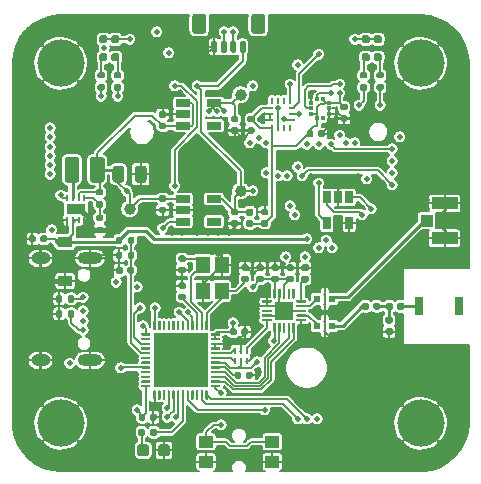
<source format=gbr>
%TF.GenerationSoftware,KiCad,Pcbnew,(5.1.10)-1*%
%TF.CreationDate,2021-11-20T18:05:25-05:00*%
%TF.ProjectId,MicroMod_Extension,4d696372-6f4d-46f6-945f-457874656e73,rev?*%
%TF.SameCoordinates,Original*%
%TF.FileFunction,Copper,L1,Top*%
%TF.FilePolarity,Positive*%
%FSLAX46Y46*%
G04 Gerber Fmt 4.6, Leading zero omitted, Abs format (unit mm)*
G04 Created by KiCad (PCBNEW (5.1.10)-1) date 2021-11-20 18:05:25*
%MOMM*%
%LPD*%
G01*
G04 APERTURE LIST*
%TA.AperFunction,SMDPad,CuDef*%
%ADD10R,1.150000X1.400000*%
%TD*%
%TA.AperFunction,SMDPad,CuDef*%
%ADD11R,0.475000X0.250000*%
%TD*%
%TA.AperFunction,SMDPad,CuDef*%
%ADD12R,0.250000X0.475000*%
%TD*%
%TA.AperFunction,SMDPad,CuDef*%
%ADD13R,0.250000X0.550000*%
%TD*%
%TA.AperFunction,SMDPad,CuDef*%
%ADD14R,0.460000X0.300000*%
%TD*%
%TA.AperFunction,SMDPad,CuDef*%
%ADD15R,0.300000X0.460000*%
%TD*%
%TA.AperFunction,ComponentPad*%
%ADD16C,4.000000*%
%TD*%
%TA.AperFunction,SMDPad,CuDef*%
%ADD17R,4.600000X4.600000*%
%TD*%
%TA.AperFunction,SMDPad,CuDef*%
%ADD18R,1.220000X0.650000*%
%TD*%
%TA.AperFunction,SMDPad,CuDef*%
%ADD19R,0.250000X0.500000*%
%TD*%
%TA.AperFunction,SMDPad,CuDef*%
%ADD20R,1.600000X0.900000*%
%TD*%
%TA.AperFunction,ComponentPad*%
%ADD21C,0.600000*%
%TD*%
%TA.AperFunction,SMDPad,CuDef*%
%ADD22R,1.650000X1.650000*%
%TD*%
%TA.AperFunction,SMDPad,CuDef*%
%ADD23C,1.000000*%
%TD*%
%TA.AperFunction,SMDPad,CuDef*%
%ADD24R,1.200000X1.000000*%
%TD*%
%TA.AperFunction,SMDPad,CuDef*%
%ADD25R,1.050000X1.000000*%
%TD*%
%TA.AperFunction,SMDPad,CuDef*%
%ADD26R,2.200000X1.050000*%
%TD*%
%TA.AperFunction,SMDPad,CuDef*%
%ADD27R,0.250000X0.600000*%
%TD*%
%TA.AperFunction,SMDPad,CuDef*%
%ADD28R,0.600000X0.600000*%
%TD*%
%TA.AperFunction,SMDPad,CuDef*%
%ADD29R,0.800000X1.600000*%
%TD*%
%TA.AperFunction,SMDPad,CuDef*%
%ADD30R,1.200000X0.900000*%
%TD*%
%TA.AperFunction,ComponentPad*%
%ADD31O,1.600000X1.000000*%
%TD*%
%TA.AperFunction,ComponentPad*%
%ADD32O,2.100000X1.000000*%
%TD*%
%TA.AperFunction,SMDPad,CuDef*%
%ADD33R,0.650000X1.060000*%
%TD*%
%TA.AperFunction,ViaPad*%
%ADD34C,0.508000*%
%TD*%
%TA.AperFunction,Conductor*%
%ADD35C,0.127000*%
%TD*%
%TA.AperFunction,Conductor*%
%ADD36C,0.203200*%
%TD*%
%TA.AperFunction,Conductor*%
%ADD37C,0.381000*%
%TD*%
%TA.AperFunction,Conductor*%
%ADD38C,0.293370*%
%TD*%
%TA.AperFunction,Conductor*%
%ADD39C,0.200000*%
%TD*%
%TA.AperFunction,Conductor*%
%ADD40C,0.100000*%
%TD*%
G04 APERTURE END LIST*
D10*
%TO.P,Y1,4*%
%TO.N,GND*%
X141567000Y-67521000D03*
%TO.P,Y1,3*%
%TO.N,Net-(C3-Pad1)*%
X141567000Y-65321000D03*
%TO.P,Y1,2*%
%TO.N,GND*%
X143167000Y-65321000D03*
%TO.P,Y1,1*%
%TO.N,Net-(C2-Pad1)*%
X143167000Y-67521000D03*
%TD*%
D11*
%TO.P,U7,7*%
%TO.N,GND*%
X147296500Y-53078000D03*
%TO.P,U7,5*%
%TO.N,/VCCI*%
X147296500Y-52078000D03*
%TO.P,U7,6*%
%TO.N,GND*%
X147296500Y-52578000D03*
%TO.P,U7,12*%
%TO.N,/C13*%
X149121500Y-53078000D03*
%TO.P,U7,14*%
%TO.N,/SPI2_MOSI*%
X149121500Y-52078000D03*
%TO.P,U7,13*%
%TO.N,/SPI2_SCK*%
X149121500Y-52578000D03*
D12*
%TO.P,U7,11*%
%TO.N,Net-(U7-Pad11)*%
X148959000Y-53740500D03*
%TO.P,U7,8*%
%TO.N,/VCCI*%
X147459000Y-53740500D03*
%TO.P,U7,9*%
%TO.N,/INT_GYR*%
X147959000Y-53740500D03*
%TO.P,U7,10*%
%TO.N,Net-(U7-Pad10)*%
X148459000Y-53740500D03*
%TO.P,U7,1*%
%TO.N,/SPI2_MISO*%
X148959000Y-51415500D03*
%TO.P,U7,4*%
%TO.N,Net-(U7-Pad4)*%
X147459000Y-51415500D03*
%TO.P,U7,3*%
%TO.N,Net-(U7-Pad3)*%
X147959000Y-51415500D03*
%TO.P,U7,2*%
%TO.N,Net-(U7-Pad2)*%
X148459000Y-51415500D03*
%TD*%
D13*
%TO.P,FL1,6*%
%TO.N,GND*%
X145280000Y-73450000D03*
%TO.P,FL1,5*%
%TO.N,Net-(C17-Pad2)*%
X144780000Y-73450000D03*
%TO.P,FL1,4*%
%TO.N,Net-(FL1-Pad4)*%
X144280000Y-73450000D03*
%TO.P,FL1,3*%
%TO.N,Net-(FL1-Pad3)*%
X144280000Y-72600000D03*
%TO.P,FL1,2*%
%TO.N,GND*%
X144780000Y-72600000D03*
%TO.P,FL1,1*%
%TO.N,Net-(FL1-Pad1)*%
X145280000Y-72600000D03*
%TD*%
D14*
%TO.P,U8,10*%
%TO.N,/VCCI*%
X152296000Y-51620000D03*
%TO.P,U8,9*%
%TO.N,GND*%
X152296000Y-52070000D03*
%TO.P,U8,8*%
X152296000Y-52520000D03*
%TO.P,U8,3*%
X150726000Y-51620000D03*
%TO.P,U8,4*%
%TO.N,/IMU_SDA*%
X150726000Y-52070000D03*
%TO.P,U8,5*%
%TO.N,/VCCI*%
X150726000Y-52520000D03*
D15*
%TO.P,U8,1*%
X151736000Y-51285000D03*
%TO.P,U8,2*%
%TO.N,/IMU_SCL*%
X151286000Y-51285000D03*
%TO.P,U8,7*%
%TO.N,Net-(U8-Pad7)*%
X151736000Y-52855000D03*
%TO.P,U8,6*%
%TO.N,/VCCI*%
X151286000Y-52855000D03*
%TD*%
%TO.P,J11,MP*%
%TO.N,N/C*%
%TA.AperFunction,SMDPad,CuDef*%
G36*
G01*
X141864000Y-44319999D02*
X141864000Y-45520001D01*
G75*
G02*
X141614001Y-45770000I-249999J0D01*
G01*
X140913999Y-45770000D01*
G75*
G02*
X140664000Y-45520001I0J249999D01*
G01*
X140664000Y-44319999D01*
G75*
G02*
X140913999Y-44070000I249999J0D01*
G01*
X141614001Y-44070000D01*
G75*
G02*
X141864000Y-44319999I0J-249999D01*
G01*
G37*
%TD.AperFunction*%
%TA.AperFunction,SMDPad,CuDef*%
G36*
G01*
X146864000Y-44319999D02*
X146864000Y-45520001D01*
G75*
G02*
X146614001Y-45770000I-249999J0D01*
G01*
X145913999Y-45770000D01*
G75*
G02*
X145664000Y-45520001I0J249999D01*
G01*
X145664000Y-44319999D01*
G75*
G02*
X145913999Y-44070000I249999J0D01*
G01*
X146614001Y-44070000D01*
G75*
G02*
X146864000Y-44319999I0J-249999D01*
G01*
G37*
%TD.AperFunction*%
%TO.P,J11,4*%
%TO.N,GND*%
%TA.AperFunction,SMDPad,CuDef*%
G36*
G01*
X142814000Y-46495000D02*
X142814000Y-47245000D01*
G75*
G02*
X142689000Y-47370000I-125000J0D01*
G01*
X142439000Y-47370000D01*
G75*
G02*
X142314000Y-47245000I0J125000D01*
G01*
X142314000Y-46495000D01*
G75*
G02*
X142439000Y-46370000I125000J0D01*
G01*
X142689000Y-46370000D01*
G75*
G02*
X142814000Y-46495000I0J-125000D01*
G01*
G37*
%TD.AperFunction*%
%TO.P,J11,3*%
%TO.N,/STM_SWIO*%
%TA.AperFunction,SMDPad,CuDef*%
G36*
G01*
X143614000Y-46495000D02*
X143614000Y-47245000D01*
G75*
G02*
X143489000Y-47370000I-125000J0D01*
G01*
X143239000Y-47370000D01*
G75*
G02*
X143114000Y-47245000I0J125000D01*
G01*
X143114000Y-46495000D01*
G75*
G02*
X143239000Y-46370000I125000J0D01*
G01*
X143489000Y-46370000D01*
G75*
G02*
X143614000Y-46495000I0J-125000D01*
G01*
G37*
%TD.AperFunction*%
%TO.P,J11,2*%
%TO.N,/STM_SWCLK*%
%TA.AperFunction,SMDPad,CuDef*%
G36*
G01*
X144414000Y-46495000D02*
X144414000Y-47245000D01*
G75*
G02*
X144289000Y-47370000I-125000J0D01*
G01*
X144039000Y-47370000D01*
G75*
G02*
X143914000Y-47245000I0J125000D01*
G01*
X143914000Y-46495000D01*
G75*
G02*
X144039000Y-46370000I125000J0D01*
G01*
X144289000Y-46370000D01*
G75*
G02*
X144414000Y-46495000I0J-125000D01*
G01*
G37*
%TD.AperFunction*%
%TO.P,J11,1*%
%TO.N,/VCC*%
%TA.AperFunction,SMDPad,CuDef*%
G36*
G01*
X145214000Y-46495000D02*
X145214000Y-47245000D01*
G75*
G02*
X145089000Y-47370000I-125000J0D01*
G01*
X144839000Y-47370000D01*
G75*
G02*
X144714000Y-47245000I0J125000D01*
G01*
X144714000Y-46495000D01*
G75*
G02*
X144839000Y-46370000I125000J0D01*
G01*
X145089000Y-46370000D01*
G75*
G02*
X145214000Y-46495000I0J-125000D01*
G01*
G37*
%TD.AperFunction*%
%TD*%
D16*
%TO.P,TP7,1*%
%TO.N,GND*%
X160020000Y-78740000D03*
%TD*%
%TO.P,TP6,1*%
%TO.N,GND*%
X160020000Y-48260000D03*
%TD*%
%TO.P,TP5,1*%
%TO.N,GND*%
X129540000Y-78740000D03*
%TD*%
%TO.P,TP4,1*%
%TO.N,GND*%
X129540000Y-48260000D03*
%TD*%
D17*
%TO.P,U2,49*%
%TO.N,GND*%
X139700000Y-73406000D03*
%TO.P,U2,48*%
%TO.N,/NRF_TX*%
%TA.AperFunction,SMDPad,CuDef*%
G36*
G01*
X137400000Y-70806000D02*
X137400000Y-70106000D01*
G75*
G02*
X137450000Y-70056000I50000J0D01*
G01*
X137550000Y-70056000D01*
G75*
G02*
X137600000Y-70106000I0J-50000D01*
G01*
X137600000Y-70806000D01*
G75*
G02*
X137550000Y-70856000I-50000J0D01*
G01*
X137450000Y-70856000D01*
G75*
G02*
X137400000Y-70806000I0J50000D01*
G01*
G37*
%TD.AperFunction*%
%TO.P,U2,47*%
%TO.N,Net-(U2-Pad47)*%
%TA.AperFunction,SMDPad,CuDef*%
G36*
G01*
X137800000Y-70806000D02*
X137800000Y-70106000D01*
G75*
G02*
X137850000Y-70056000I50000J0D01*
G01*
X137950000Y-70056000D01*
G75*
G02*
X138000000Y-70106000I0J-50000D01*
G01*
X138000000Y-70806000D01*
G75*
G02*
X137950000Y-70856000I-50000J0D01*
G01*
X137850000Y-70856000D01*
G75*
G02*
X137800000Y-70806000I0J50000D01*
G01*
G37*
%TD.AperFunction*%
%TO.P,U2,46*%
%TO.N,Net-(U2-Pad46)*%
%TA.AperFunction,SMDPad,CuDef*%
G36*
G01*
X138200000Y-70806000D02*
X138200000Y-70106000D01*
G75*
G02*
X138250000Y-70056000I50000J0D01*
G01*
X138350000Y-70056000D01*
G75*
G02*
X138400000Y-70106000I0J-50000D01*
G01*
X138400000Y-70806000D01*
G75*
G02*
X138350000Y-70856000I-50000J0D01*
G01*
X138250000Y-70856000D01*
G75*
G02*
X138200000Y-70806000I0J50000D01*
G01*
G37*
%TD.AperFunction*%
%TO.P,U2,45*%
%TO.N,Net-(U2-Pad45)*%
%TA.AperFunction,SMDPad,CuDef*%
G36*
G01*
X138600000Y-70806000D02*
X138600000Y-70106000D01*
G75*
G02*
X138650000Y-70056000I50000J0D01*
G01*
X138750000Y-70056000D01*
G75*
G02*
X138800000Y-70106000I0J-50000D01*
G01*
X138800000Y-70806000D01*
G75*
G02*
X138750000Y-70856000I-50000J0D01*
G01*
X138650000Y-70856000D01*
G75*
G02*
X138600000Y-70806000I0J50000D01*
G01*
G37*
%TD.AperFunction*%
%TO.P,U2,44*%
%TO.N,Net-(U2-Pad44)*%
%TA.AperFunction,SMDPad,CuDef*%
G36*
G01*
X139000000Y-70806000D02*
X139000000Y-70106000D01*
G75*
G02*
X139050000Y-70056000I50000J0D01*
G01*
X139150000Y-70056000D01*
G75*
G02*
X139200000Y-70106000I0J-50000D01*
G01*
X139200000Y-70806000D01*
G75*
G02*
X139150000Y-70856000I-50000J0D01*
G01*
X139050000Y-70856000D01*
G75*
G02*
X139000000Y-70806000I0J50000D01*
G01*
G37*
%TD.AperFunction*%
%TO.P,U2,43*%
%TO.N,Net-(U2-Pad43)*%
%TA.AperFunction,SMDPad,CuDef*%
G36*
G01*
X139400000Y-70806000D02*
X139400000Y-70106000D01*
G75*
G02*
X139450000Y-70056000I50000J0D01*
G01*
X139550000Y-70056000D01*
G75*
G02*
X139600000Y-70106000I0J-50000D01*
G01*
X139600000Y-70806000D01*
G75*
G02*
X139550000Y-70856000I-50000J0D01*
G01*
X139450000Y-70856000D01*
G75*
G02*
X139400000Y-70806000I0J50000D01*
G01*
G37*
%TD.AperFunction*%
%TO.P,U2,42*%
%TO.N,Net-(U2-Pad42)*%
%TA.AperFunction,SMDPad,CuDef*%
G36*
G01*
X139800000Y-70806000D02*
X139800000Y-70106000D01*
G75*
G02*
X139850000Y-70056000I50000J0D01*
G01*
X139950000Y-70056000D01*
G75*
G02*
X140000000Y-70106000I0J-50000D01*
G01*
X140000000Y-70806000D01*
G75*
G02*
X139950000Y-70856000I-50000J0D01*
G01*
X139850000Y-70856000D01*
G75*
G02*
X139800000Y-70806000I0J50000D01*
G01*
G37*
%TD.AperFunction*%
%TO.P,U2,41*%
%TO.N,/STM_BOOT0*%
%TA.AperFunction,SMDPad,CuDef*%
G36*
G01*
X140200000Y-70806000D02*
X140200000Y-70106000D01*
G75*
G02*
X140250000Y-70056000I50000J0D01*
G01*
X140350000Y-70056000D01*
G75*
G02*
X140400000Y-70106000I0J-50000D01*
G01*
X140400000Y-70806000D01*
G75*
G02*
X140350000Y-70856000I-50000J0D01*
G01*
X140250000Y-70856000D01*
G75*
G02*
X140200000Y-70806000I0J50000D01*
G01*
G37*
%TD.AperFunction*%
%TO.P,U2,40*%
%TO.N,/STM_NRST*%
%TA.AperFunction,SMDPad,CuDef*%
G36*
G01*
X140600000Y-70806000D02*
X140600000Y-70106000D01*
G75*
G02*
X140650000Y-70056000I50000J0D01*
G01*
X140750000Y-70056000D01*
G75*
G02*
X140800000Y-70106000I0J-50000D01*
G01*
X140800000Y-70806000D01*
G75*
G02*
X140750000Y-70856000I-50000J0D01*
G01*
X140650000Y-70856000D01*
G75*
G02*
X140600000Y-70806000I0J50000D01*
G01*
G37*
%TD.AperFunction*%
%TO.P,U2,39*%
%TO.N,Net-(C5-Pad2)*%
%TA.AperFunction,SMDPad,CuDef*%
G36*
G01*
X141000000Y-70806000D02*
X141000000Y-70106000D01*
G75*
G02*
X141050000Y-70056000I50000J0D01*
G01*
X141150000Y-70056000D01*
G75*
G02*
X141200000Y-70106000I0J-50000D01*
G01*
X141200000Y-70806000D01*
G75*
G02*
X141150000Y-70856000I-50000J0D01*
G01*
X141050000Y-70856000D01*
G75*
G02*
X141000000Y-70806000I0J50000D01*
G01*
G37*
%TD.AperFunction*%
%TO.P,U2,38*%
%TO.N,Net-(C3-Pad1)*%
%TA.AperFunction,SMDPad,CuDef*%
G36*
G01*
X141400000Y-70806000D02*
X141400000Y-70106000D01*
G75*
G02*
X141450000Y-70056000I50000J0D01*
G01*
X141550000Y-70056000D01*
G75*
G02*
X141600000Y-70106000I0J-50000D01*
G01*
X141600000Y-70806000D01*
G75*
G02*
X141550000Y-70856000I-50000J0D01*
G01*
X141450000Y-70856000D01*
G75*
G02*
X141400000Y-70806000I0J50000D01*
G01*
G37*
%TD.AperFunction*%
%TO.P,U2,37*%
%TO.N,Net-(C2-Pad1)*%
%TA.AperFunction,SMDPad,CuDef*%
G36*
G01*
X141800000Y-70806000D02*
X141800000Y-70106000D01*
G75*
G02*
X141850000Y-70056000I50000J0D01*
G01*
X141950000Y-70056000D01*
G75*
G02*
X142000000Y-70106000I0J-50000D01*
G01*
X142000000Y-70806000D01*
G75*
G02*
X141950000Y-70856000I-50000J0D01*
G01*
X141850000Y-70856000D01*
G75*
G02*
X141800000Y-70806000I0J50000D01*
G01*
G37*
%TD.AperFunction*%
%TO.P,U2,36*%
%TO.N,/VCC_NRF*%
%TA.AperFunction,SMDPad,CuDef*%
G36*
G01*
X142250000Y-71256000D02*
X142250000Y-71156000D01*
G75*
G02*
X142300000Y-71106000I50000J0D01*
G01*
X143000000Y-71106000D01*
G75*
G02*
X143050000Y-71156000I0J-50000D01*
G01*
X143050000Y-71256000D01*
G75*
G02*
X143000000Y-71306000I-50000J0D01*
G01*
X142300000Y-71306000D01*
G75*
G02*
X142250000Y-71256000I0J50000D01*
G01*
G37*
%TD.AperFunction*%
%TO.P,U2,35*%
%TA.AperFunction,SMDPad,CuDef*%
G36*
G01*
X142250000Y-71656000D02*
X142250000Y-71556000D01*
G75*
G02*
X142300000Y-71506000I50000J0D01*
G01*
X143000000Y-71506000D01*
G75*
G02*
X143050000Y-71556000I0J-50000D01*
G01*
X143050000Y-71656000D01*
G75*
G02*
X143000000Y-71706000I-50000J0D01*
G01*
X142300000Y-71706000D01*
G75*
G02*
X142250000Y-71656000I0J50000D01*
G01*
G37*
%TD.AperFunction*%
%TO.P,U2,34*%
%TO.N,GND*%
%TA.AperFunction,SMDPad,CuDef*%
G36*
G01*
X142250000Y-72056000D02*
X142250000Y-71956000D01*
G75*
G02*
X142300000Y-71906000I50000J0D01*
G01*
X143000000Y-71906000D01*
G75*
G02*
X143050000Y-71956000I0J-50000D01*
G01*
X143050000Y-72056000D01*
G75*
G02*
X143000000Y-72106000I-50000J0D01*
G01*
X142300000Y-72106000D01*
G75*
G02*
X142250000Y-72056000I0J50000D01*
G01*
G37*
%TD.AperFunction*%
%TO.P,U2,33*%
%TA.AperFunction,SMDPad,CuDef*%
G36*
G01*
X142250000Y-72456000D02*
X142250000Y-72356000D01*
G75*
G02*
X142300000Y-72306000I50000J0D01*
G01*
X143000000Y-72306000D01*
G75*
G02*
X143050000Y-72356000I0J-50000D01*
G01*
X143050000Y-72456000D01*
G75*
G02*
X143000000Y-72506000I-50000J0D01*
G01*
X142300000Y-72506000D01*
G75*
G02*
X142250000Y-72456000I0J50000D01*
G01*
G37*
%TD.AperFunction*%
%TO.P,U2,32*%
%TO.N,Net-(FL1-Pad3)*%
%TA.AperFunction,SMDPad,CuDef*%
G36*
G01*
X142250000Y-72856000D02*
X142250000Y-72756000D01*
G75*
G02*
X142300000Y-72706000I50000J0D01*
G01*
X143000000Y-72706000D01*
G75*
G02*
X143050000Y-72756000I0J-50000D01*
G01*
X143050000Y-72856000D01*
G75*
G02*
X143000000Y-72906000I-50000J0D01*
G01*
X142300000Y-72906000D01*
G75*
G02*
X142250000Y-72856000I0J50000D01*
G01*
G37*
%TD.AperFunction*%
%TO.P,U2,31*%
%TO.N,Net-(FL1-Pad4)*%
%TA.AperFunction,SMDPad,CuDef*%
G36*
G01*
X142250000Y-73256000D02*
X142250000Y-73156000D01*
G75*
G02*
X142300000Y-73106000I50000J0D01*
G01*
X143000000Y-73106000D01*
G75*
G02*
X143050000Y-73156000I0J-50000D01*
G01*
X143050000Y-73256000D01*
G75*
G02*
X143000000Y-73306000I-50000J0D01*
G01*
X142300000Y-73306000D01*
G75*
G02*
X142250000Y-73256000I0J50000D01*
G01*
G37*
%TD.AperFunction*%
%TO.P,U2,30*%
%TO.N,Net-(C17-Pad2)*%
%TA.AperFunction,SMDPad,CuDef*%
G36*
G01*
X142250000Y-73656000D02*
X142250000Y-73556000D01*
G75*
G02*
X142300000Y-73506000I50000J0D01*
G01*
X143000000Y-73506000D01*
G75*
G02*
X143050000Y-73556000I0J-50000D01*
G01*
X143050000Y-73656000D01*
G75*
G02*
X143000000Y-73706000I-50000J0D01*
G01*
X142300000Y-73706000D01*
G75*
G02*
X142250000Y-73656000I0J50000D01*
G01*
G37*
%TD.AperFunction*%
%TO.P,U2,29*%
%TO.N,Net-(C4-Pad2)*%
%TA.AperFunction,SMDPad,CuDef*%
G36*
G01*
X142250000Y-74056000D02*
X142250000Y-73956000D01*
G75*
G02*
X142300000Y-73906000I50000J0D01*
G01*
X143000000Y-73906000D01*
G75*
G02*
X143050000Y-73956000I0J-50000D01*
G01*
X143050000Y-74056000D01*
G75*
G02*
X143000000Y-74106000I-50000J0D01*
G01*
X142300000Y-74106000D01*
G75*
G02*
X142250000Y-74056000I0J50000D01*
G01*
G37*
%TD.AperFunction*%
%TO.P,U2,28*%
%TO.N,/PA_RXEN*%
%TA.AperFunction,SMDPad,CuDef*%
G36*
G01*
X142250000Y-74456000D02*
X142250000Y-74356000D01*
G75*
G02*
X142300000Y-74306000I50000J0D01*
G01*
X143000000Y-74306000D01*
G75*
G02*
X143050000Y-74356000I0J-50000D01*
G01*
X143050000Y-74456000D01*
G75*
G02*
X143000000Y-74506000I-50000J0D01*
G01*
X142300000Y-74506000D01*
G75*
G02*
X142250000Y-74456000I0J50000D01*
G01*
G37*
%TD.AperFunction*%
%TO.P,U2,27*%
%TO.N,/PA_MODE*%
%TA.AperFunction,SMDPad,CuDef*%
G36*
G01*
X142250000Y-74856000D02*
X142250000Y-74756000D01*
G75*
G02*
X142300000Y-74706000I50000J0D01*
G01*
X143000000Y-74706000D01*
G75*
G02*
X143050000Y-74756000I0J-50000D01*
G01*
X143050000Y-74856000D01*
G75*
G02*
X143000000Y-74906000I-50000J0D01*
G01*
X142300000Y-74906000D01*
G75*
G02*
X142250000Y-74856000I0J50000D01*
G01*
G37*
%TD.AperFunction*%
%TO.P,U2,26*%
%TO.N,/PA_SW_ANT*%
%TA.AperFunction,SMDPad,CuDef*%
G36*
G01*
X142250000Y-75256000D02*
X142250000Y-75156000D01*
G75*
G02*
X142300000Y-75106000I50000J0D01*
G01*
X143000000Y-75106000D01*
G75*
G02*
X143050000Y-75156000I0J-50000D01*
G01*
X143050000Y-75256000D01*
G75*
G02*
X143000000Y-75306000I-50000J0D01*
G01*
X142300000Y-75306000D01*
G75*
G02*
X142250000Y-75256000I0J50000D01*
G01*
G37*
%TD.AperFunction*%
%TO.P,U2,25*%
%TO.N,/SWITCH*%
%TA.AperFunction,SMDPad,CuDef*%
G36*
G01*
X142250000Y-75656000D02*
X142250000Y-75556000D01*
G75*
G02*
X142300000Y-75506000I50000J0D01*
G01*
X143000000Y-75506000D01*
G75*
G02*
X143050000Y-75556000I0J-50000D01*
G01*
X143050000Y-75656000D01*
G75*
G02*
X143000000Y-75706000I-50000J0D01*
G01*
X142300000Y-75706000D01*
G75*
G02*
X142250000Y-75656000I0J50000D01*
G01*
G37*
%TD.AperFunction*%
%TO.P,U2,24*%
%TO.N,/NRF_SWCLK*%
%TA.AperFunction,SMDPad,CuDef*%
G36*
G01*
X141800000Y-76706000D02*
X141800000Y-76006000D01*
G75*
G02*
X141850000Y-75956000I50000J0D01*
G01*
X141950000Y-75956000D01*
G75*
G02*
X142000000Y-76006000I0J-50000D01*
G01*
X142000000Y-76706000D01*
G75*
G02*
X141950000Y-76756000I-50000J0D01*
G01*
X141850000Y-76756000D01*
G75*
G02*
X141800000Y-76706000I0J50000D01*
G01*
G37*
%TD.AperFunction*%
%TO.P,U2,23*%
%TO.N,/NRF_SWIO*%
%TA.AperFunction,SMDPad,CuDef*%
G36*
G01*
X141400000Y-76706000D02*
X141400000Y-76006000D01*
G75*
G02*
X141450000Y-75956000I50000J0D01*
G01*
X141550000Y-75956000D01*
G75*
G02*
X141600000Y-76006000I0J-50000D01*
G01*
X141600000Y-76706000D01*
G75*
G02*
X141550000Y-76756000I-50000J0D01*
G01*
X141450000Y-76756000D01*
G75*
G02*
X141400000Y-76706000I0J50000D01*
G01*
G37*
%TD.AperFunction*%
%TO.P,U2,22*%
%TO.N,Net-(U2-Pad22)*%
%TA.AperFunction,SMDPad,CuDef*%
G36*
G01*
X141000000Y-76706000D02*
X141000000Y-76006000D01*
G75*
G02*
X141050000Y-75956000I50000J0D01*
G01*
X141150000Y-75956000D01*
G75*
G02*
X141200000Y-76006000I0J-50000D01*
G01*
X141200000Y-76706000D01*
G75*
G02*
X141150000Y-76756000I-50000J0D01*
G01*
X141050000Y-76756000D01*
G75*
G02*
X141000000Y-76706000I0J50000D01*
G01*
G37*
%TD.AperFunction*%
%TO.P,U2,21*%
%TO.N,Net-(U2-Pad21)*%
%TA.AperFunction,SMDPad,CuDef*%
G36*
G01*
X140600000Y-76706000D02*
X140600000Y-76006000D01*
G75*
G02*
X140650000Y-75956000I50000J0D01*
G01*
X140750000Y-75956000D01*
G75*
G02*
X140800000Y-76006000I0J-50000D01*
G01*
X140800000Y-76706000D01*
G75*
G02*
X140750000Y-76756000I-50000J0D01*
G01*
X140650000Y-76756000D01*
G75*
G02*
X140600000Y-76706000I0J50000D01*
G01*
G37*
%TD.AperFunction*%
%TO.P,U2,20*%
%TO.N,/NRF_CTRL*%
%TA.AperFunction,SMDPad,CuDef*%
G36*
G01*
X140200000Y-76706000D02*
X140200000Y-76006000D01*
G75*
G02*
X140250000Y-75956000I50000J0D01*
G01*
X140350000Y-75956000D01*
G75*
G02*
X140400000Y-76006000I0J-50000D01*
G01*
X140400000Y-76706000D01*
G75*
G02*
X140350000Y-76756000I-50000J0D01*
G01*
X140250000Y-76756000D01*
G75*
G02*
X140200000Y-76706000I0J50000D01*
G01*
G37*
%TD.AperFunction*%
%TO.P,U2,19*%
%TO.N,/LED_BLUE*%
%TA.AperFunction,SMDPad,CuDef*%
G36*
G01*
X139800000Y-76706000D02*
X139800000Y-76006000D01*
G75*
G02*
X139850000Y-75956000I50000J0D01*
G01*
X139950000Y-75956000D01*
G75*
G02*
X140000000Y-76006000I0J-50000D01*
G01*
X140000000Y-76706000D01*
G75*
G02*
X139950000Y-76756000I-50000J0D01*
G01*
X139850000Y-76756000D01*
G75*
G02*
X139800000Y-76706000I0J50000D01*
G01*
G37*
%TD.AperFunction*%
%TO.P,U2,18*%
%TO.N,/NRF_RX2*%
%TA.AperFunction,SMDPad,CuDef*%
G36*
G01*
X139400000Y-76706000D02*
X139400000Y-76006000D01*
G75*
G02*
X139450000Y-75956000I50000J0D01*
G01*
X139550000Y-75956000D01*
G75*
G02*
X139600000Y-76006000I0J-50000D01*
G01*
X139600000Y-76706000D01*
G75*
G02*
X139550000Y-76756000I-50000J0D01*
G01*
X139450000Y-76756000D01*
G75*
G02*
X139400000Y-76706000I0J50000D01*
G01*
G37*
%TD.AperFunction*%
%TO.P,U2,17*%
%TO.N,/NRF_TX2*%
%TA.AperFunction,SMDPad,CuDef*%
G36*
G01*
X139000000Y-76706000D02*
X139000000Y-76006000D01*
G75*
G02*
X139050000Y-75956000I50000J0D01*
G01*
X139150000Y-75956000D01*
G75*
G02*
X139200000Y-76006000I0J-50000D01*
G01*
X139200000Y-76706000D01*
G75*
G02*
X139150000Y-76756000I-50000J0D01*
G01*
X139050000Y-76756000D01*
G75*
G02*
X139000000Y-76706000I0J50000D01*
G01*
G37*
%TD.AperFunction*%
%TO.P,U2,16*%
%TO.N,/VEN_D*%
%TA.AperFunction,SMDPad,CuDef*%
G36*
G01*
X138600000Y-76706000D02*
X138600000Y-76006000D01*
G75*
G02*
X138650000Y-75956000I50000J0D01*
G01*
X138750000Y-75956000D01*
G75*
G02*
X138800000Y-76006000I0J-50000D01*
G01*
X138800000Y-76706000D01*
G75*
G02*
X138750000Y-76756000I-50000J0D01*
G01*
X138650000Y-76756000D01*
G75*
G02*
X138600000Y-76706000I0J50000D01*
G01*
G37*
%TD.AperFunction*%
%TO.P,U2,15*%
%TO.N,Net-(U2-Pad15)*%
%TA.AperFunction,SMDPad,CuDef*%
G36*
G01*
X138200000Y-76706000D02*
X138200000Y-76006000D01*
G75*
G02*
X138250000Y-75956000I50000J0D01*
G01*
X138350000Y-75956000D01*
G75*
G02*
X138400000Y-76006000I0J-50000D01*
G01*
X138400000Y-76706000D01*
G75*
G02*
X138350000Y-76756000I-50000J0D01*
G01*
X138250000Y-76756000D01*
G75*
G02*
X138200000Y-76706000I0J50000D01*
G01*
G37*
%TD.AperFunction*%
%TO.P,U2,14*%
%TO.N,Net-(U2-Pad14)*%
%TA.AperFunction,SMDPad,CuDef*%
G36*
G01*
X137800000Y-76706000D02*
X137800000Y-76006000D01*
G75*
G02*
X137850000Y-75956000I50000J0D01*
G01*
X137950000Y-75956000D01*
G75*
G02*
X138000000Y-76006000I0J-50000D01*
G01*
X138000000Y-76706000D01*
G75*
G02*
X137950000Y-76756000I-50000J0D01*
G01*
X137850000Y-76756000D01*
G75*
G02*
X137800000Y-76706000I0J50000D01*
G01*
G37*
%TD.AperFunction*%
%TO.P,U2,13*%
%TO.N,GND*%
%TA.AperFunction,SMDPad,CuDef*%
G36*
G01*
X137400000Y-76706000D02*
X137400000Y-76006000D01*
G75*
G02*
X137450000Y-75956000I50000J0D01*
G01*
X137550000Y-75956000D01*
G75*
G02*
X137600000Y-76006000I0J-50000D01*
G01*
X137600000Y-76706000D01*
G75*
G02*
X137550000Y-76756000I-50000J0D01*
G01*
X137450000Y-76756000D01*
G75*
G02*
X137400000Y-76706000I0J50000D01*
G01*
G37*
%TD.AperFunction*%
%TO.P,U2,12*%
%TO.N,/VCC_NRF*%
%TA.AperFunction,SMDPad,CuDef*%
G36*
G01*
X136350000Y-75656000D02*
X136350000Y-75556000D01*
G75*
G02*
X136400000Y-75506000I50000J0D01*
G01*
X137100000Y-75506000D01*
G75*
G02*
X137150000Y-75556000I0J-50000D01*
G01*
X137150000Y-75656000D01*
G75*
G02*
X137100000Y-75706000I-50000J0D01*
G01*
X136400000Y-75706000D01*
G75*
G02*
X136350000Y-75656000I0J50000D01*
G01*
G37*
%TD.AperFunction*%
%TO.P,U2,11*%
%TO.N,Net-(U2-Pad11)*%
%TA.AperFunction,SMDPad,CuDef*%
G36*
G01*
X136350000Y-75256000D02*
X136350000Y-75156000D01*
G75*
G02*
X136400000Y-75106000I50000J0D01*
G01*
X137100000Y-75106000D01*
G75*
G02*
X137150000Y-75156000I0J-50000D01*
G01*
X137150000Y-75256000D01*
G75*
G02*
X137100000Y-75306000I-50000J0D01*
G01*
X136400000Y-75306000D01*
G75*
G02*
X136350000Y-75256000I0J50000D01*
G01*
G37*
%TD.AperFunction*%
%TO.P,U2,10*%
%TO.N,Net-(U2-Pad10)*%
%TA.AperFunction,SMDPad,CuDef*%
G36*
G01*
X136350000Y-74856000D02*
X136350000Y-74756000D01*
G75*
G02*
X136400000Y-74706000I50000J0D01*
G01*
X137100000Y-74706000D01*
G75*
G02*
X137150000Y-74756000I0J-50000D01*
G01*
X137150000Y-74856000D01*
G75*
G02*
X137100000Y-74906000I-50000J0D01*
G01*
X136400000Y-74906000D01*
G75*
G02*
X136350000Y-74856000I0J50000D01*
G01*
G37*
%TD.AperFunction*%
%TO.P,U2,9*%
%TO.N,Net-(U2-Pad9)*%
%TA.AperFunction,SMDPad,CuDef*%
G36*
G01*
X136350000Y-74456000D02*
X136350000Y-74356000D01*
G75*
G02*
X136400000Y-74306000I50000J0D01*
G01*
X137100000Y-74306000D01*
G75*
G02*
X137150000Y-74356000I0J-50000D01*
G01*
X137150000Y-74456000D01*
G75*
G02*
X137100000Y-74506000I-50000J0D01*
G01*
X136400000Y-74506000D01*
G75*
G02*
X136350000Y-74456000I0J50000D01*
G01*
G37*
%TD.AperFunction*%
%TO.P,U2,8*%
%TO.N,/PM_PGOOD*%
%TA.AperFunction,SMDPad,CuDef*%
G36*
G01*
X136350000Y-74056000D02*
X136350000Y-73956000D01*
G75*
G02*
X136400000Y-73906000I50000J0D01*
G01*
X137100000Y-73906000D01*
G75*
G02*
X137150000Y-73956000I0J-50000D01*
G01*
X137150000Y-74056000D01*
G75*
G02*
X137100000Y-74106000I-50000J0D01*
G01*
X136400000Y-74106000D01*
G75*
G02*
X136350000Y-74056000I0J50000D01*
G01*
G37*
%TD.AperFunction*%
%TO.P,U2,7*%
%TO.N,Net-(U2-Pad7)*%
%TA.AperFunction,SMDPad,CuDef*%
G36*
G01*
X136350000Y-73656000D02*
X136350000Y-73556000D01*
G75*
G02*
X136400000Y-73506000I50000J0D01*
G01*
X137100000Y-73506000D01*
G75*
G02*
X137150000Y-73556000I0J-50000D01*
G01*
X137150000Y-73656000D01*
G75*
G02*
X137100000Y-73706000I-50000J0D01*
G01*
X136400000Y-73706000D01*
G75*
G02*
X136350000Y-73656000I0J50000D01*
G01*
G37*
%TD.AperFunction*%
%TO.P,U2,6*%
%TO.N,Net-(U2-Pad6)*%
%TA.AperFunction,SMDPad,CuDef*%
G36*
G01*
X136350000Y-73256000D02*
X136350000Y-73156000D01*
G75*
G02*
X136400000Y-73106000I50000J0D01*
G01*
X137100000Y-73106000D01*
G75*
G02*
X137150000Y-73156000I0J-50000D01*
G01*
X137150000Y-73256000D01*
G75*
G02*
X137100000Y-73306000I-50000J0D01*
G01*
X136400000Y-73306000D01*
G75*
G02*
X136350000Y-73256000I0J50000D01*
G01*
G37*
%TD.AperFunction*%
%TO.P,U2,5*%
%TO.N,/VBAT*%
%TA.AperFunction,SMDPad,CuDef*%
G36*
G01*
X136350000Y-72856000D02*
X136350000Y-72756000D01*
G75*
G02*
X136400000Y-72706000I50000J0D01*
G01*
X137100000Y-72706000D01*
G75*
G02*
X137150000Y-72756000I0J-50000D01*
G01*
X137150000Y-72856000D01*
G75*
G02*
X137100000Y-72906000I-50000J0D01*
G01*
X136400000Y-72906000D01*
G75*
G02*
X136350000Y-72856000I0J50000D01*
G01*
G37*
%TD.AperFunction*%
%TO.P,U2,4*%
%TO.N,Net-(U2-Pad4)*%
%TA.AperFunction,SMDPad,CuDef*%
G36*
G01*
X136350000Y-72456000D02*
X136350000Y-72356000D01*
G75*
G02*
X136400000Y-72306000I50000J0D01*
G01*
X137100000Y-72306000D01*
G75*
G02*
X137150000Y-72356000I0J-50000D01*
G01*
X137150000Y-72456000D01*
G75*
G02*
X137100000Y-72506000I-50000J0D01*
G01*
X136400000Y-72506000D01*
G75*
G02*
X136350000Y-72456000I0J50000D01*
G01*
G37*
%TD.AperFunction*%
%TO.P,U2,3*%
%TO.N,/NRF_RX*%
%TA.AperFunction,SMDPad,CuDef*%
G36*
G01*
X136350000Y-72056000D02*
X136350000Y-71956000D01*
G75*
G02*
X136400000Y-71906000I50000J0D01*
G01*
X137100000Y-71906000D01*
G75*
G02*
X137150000Y-71956000I0J-50000D01*
G01*
X137150000Y-72056000D01*
G75*
G02*
X137100000Y-72106000I-50000J0D01*
G01*
X136400000Y-72106000D01*
G75*
G02*
X136350000Y-72056000I0J50000D01*
G01*
G37*
%TD.AperFunction*%
%TO.P,U2,2*%
%TO.N,Net-(U2-Pad2)*%
%TA.AperFunction,SMDPad,CuDef*%
G36*
G01*
X136350000Y-71656000D02*
X136350000Y-71556000D01*
G75*
G02*
X136400000Y-71506000I50000J0D01*
G01*
X137100000Y-71506000D01*
G75*
G02*
X137150000Y-71556000I0J-50000D01*
G01*
X137150000Y-71656000D01*
G75*
G02*
X137100000Y-71706000I-50000J0D01*
G01*
X136400000Y-71706000D01*
G75*
G02*
X136350000Y-71656000I0J50000D01*
G01*
G37*
%TD.AperFunction*%
%TO.P,U2,1*%
%TO.N,/VCC_NRF*%
%TA.AperFunction,SMDPad,CuDef*%
G36*
G01*
X136350000Y-71256000D02*
X136350000Y-71156000D01*
G75*
G02*
X136400000Y-71106000I50000J0D01*
G01*
X137100000Y-71106000D01*
G75*
G02*
X137150000Y-71156000I0J-50000D01*
G01*
X137150000Y-71256000D01*
G75*
G02*
X137100000Y-71306000I-50000J0D01*
G01*
X136400000Y-71306000D01*
G75*
G02*
X136350000Y-71256000I0J50000D01*
G01*
G37*
%TD.AperFunction*%
%TD*%
%TO.P,L2,2*%
%TO.N,/VCC*%
%TA.AperFunction,SMDPad,CuDef*%
G36*
G01*
X145714500Y-61151000D02*
X145369500Y-61151000D01*
G75*
G02*
X145222000Y-61003500I0J147500D01*
G01*
X145222000Y-60708500D01*
G75*
G02*
X145369500Y-60561000I147500J0D01*
G01*
X145714500Y-60561000D01*
G75*
G02*
X145862000Y-60708500I0J-147500D01*
G01*
X145862000Y-61003500D01*
G75*
G02*
X145714500Y-61151000I-147500J0D01*
G01*
G37*
%TD.AperFunction*%
%TO.P,L2,1*%
%TO.N,/VCCI*%
%TA.AperFunction,SMDPad,CuDef*%
G36*
G01*
X145714500Y-62121000D02*
X145369500Y-62121000D01*
G75*
G02*
X145222000Y-61973500I0J147500D01*
G01*
X145222000Y-61678500D01*
G75*
G02*
X145369500Y-61531000I147500J0D01*
G01*
X145714500Y-61531000D01*
G75*
G02*
X145862000Y-61678500I0J-147500D01*
G01*
X145862000Y-61973500D01*
G75*
G02*
X145714500Y-62121000I-147500J0D01*
G01*
G37*
%TD.AperFunction*%
%TD*%
%TO.P,C25,2*%
%TO.N,GND*%
%TA.AperFunction,SMDPad,CuDef*%
G36*
G01*
X146982000Y-61141000D02*
X146642000Y-61141000D01*
G75*
G02*
X146502000Y-61001000I0J140000D01*
G01*
X146502000Y-60721000D01*
G75*
G02*
X146642000Y-60581000I140000J0D01*
G01*
X146982000Y-60581000D01*
G75*
G02*
X147122000Y-60721000I0J-140000D01*
G01*
X147122000Y-61001000D01*
G75*
G02*
X146982000Y-61141000I-140000J0D01*
G01*
G37*
%TD.AperFunction*%
%TO.P,C25,1*%
%TO.N,/VCCI*%
%TA.AperFunction,SMDPad,CuDef*%
G36*
G01*
X146982000Y-62101000D02*
X146642000Y-62101000D01*
G75*
G02*
X146502000Y-61961000I0J140000D01*
G01*
X146502000Y-61681000D01*
G75*
G02*
X146642000Y-61541000I140000J0D01*
G01*
X146982000Y-61541000D01*
G75*
G02*
X147122000Y-61681000I0J-140000D01*
G01*
X147122000Y-61961000D01*
G75*
G02*
X146982000Y-62101000I-140000J0D01*
G01*
G37*
%TD.AperFunction*%
%TD*%
%TO.P,C24,2*%
%TO.N,/VCCI*%
%TA.AperFunction,SMDPad,CuDef*%
G36*
G01*
X153713000Y-52251000D02*
X153373000Y-52251000D01*
G75*
G02*
X153233000Y-52111000I0J140000D01*
G01*
X153233000Y-51831000D01*
G75*
G02*
X153373000Y-51691000I140000J0D01*
G01*
X153713000Y-51691000D01*
G75*
G02*
X153853000Y-51831000I0J-140000D01*
G01*
X153853000Y-52111000D01*
G75*
G02*
X153713000Y-52251000I-140000J0D01*
G01*
G37*
%TD.AperFunction*%
%TO.P,C24,1*%
%TO.N,GND*%
%TA.AperFunction,SMDPad,CuDef*%
G36*
G01*
X153713000Y-53211000D02*
X153373000Y-53211000D01*
G75*
G02*
X153233000Y-53071000I0J140000D01*
G01*
X153233000Y-52791000D01*
G75*
G02*
X153373000Y-52651000I140000J0D01*
G01*
X153713000Y-52651000D01*
G75*
G02*
X153853000Y-52791000I0J-140000D01*
G01*
X153853000Y-53071000D01*
G75*
G02*
X153713000Y-53211000I-140000J0D01*
G01*
G37*
%TD.AperFunction*%
%TD*%
%TO.P,C23,2*%
%TO.N,/VCCI*%
%TA.AperFunction,SMDPad,CuDef*%
G36*
G01*
X150930000Y-54059000D02*
X150930000Y-54399000D01*
G75*
G02*
X150790000Y-54539000I-140000J0D01*
G01*
X150510000Y-54539000D01*
G75*
G02*
X150370000Y-54399000I0J140000D01*
G01*
X150370000Y-54059000D01*
G75*
G02*
X150510000Y-53919000I140000J0D01*
G01*
X150790000Y-53919000D01*
G75*
G02*
X150930000Y-54059000I0J-140000D01*
G01*
G37*
%TD.AperFunction*%
%TO.P,C23,1*%
%TO.N,GND*%
%TA.AperFunction,SMDPad,CuDef*%
G36*
G01*
X151890000Y-54059000D02*
X151890000Y-54399000D01*
G75*
G02*
X151750000Y-54539000I-140000J0D01*
G01*
X151470000Y-54539000D01*
G75*
G02*
X151330000Y-54399000I0J140000D01*
G01*
X151330000Y-54059000D01*
G75*
G02*
X151470000Y-53919000I140000J0D01*
G01*
X151750000Y-53919000D01*
G75*
G02*
X151890000Y-54059000I0J-140000D01*
G01*
G37*
%TD.AperFunction*%
%TD*%
%TO.P,C18,2*%
%TO.N,Net-(C18-Pad2)*%
%TA.AperFunction,SMDPad,CuDef*%
G36*
G01*
X134932000Y-57183000D02*
X134932000Y-58133000D01*
G75*
G02*
X134682000Y-58383000I-250000J0D01*
G01*
X134182000Y-58383000D01*
G75*
G02*
X133932000Y-58133000I0J250000D01*
G01*
X133932000Y-57183000D01*
G75*
G02*
X134182000Y-56933000I250000J0D01*
G01*
X134682000Y-56933000D01*
G75*
G02*
X134932000Y-57183000I0J-250000D01*
G01*
G37*
%TD.AperFunction*%
%TO.P,C18,1*%
%TO.N,GND*%
%TA.AperFunction,SMDPad,CuDef*%
G36*
G01*
X136832000Y-57183000D02*
X136832000Y-58133000D01*
G75*
G02*
X136582000Y-58383000I-250000J0D01*
G01*
X136082000Y-58383000D01*
G75*
G02*
X135832000Y-58133000I0J250000D01*
G01*
X135832000Y-57183000D01*
G75*
G02*
X136082000Y-56933000I250000J0D01*
G01*
X136582000Y-56933000D01*
G75*
G02*
X136832000Y-57183000I0J-250000D01*
G01*
G37*
%TD.AperFunction*%
%TD*%
%TO.P,C1,2*%
%TO.N,GND*%
%TA.AperFunction,SMDPad,CuDef*%
G36*
G01*
X145499000Y-53667000D02*
X145839000Y-53667000D01*
G75*
G02*
X145979000Y-53807000I0J-140000D01*
G01*
X145979000Y-54087000D01*
G75*
G02*
X145839000Y-54227000I-140000J0D01*
G01*
X145499000Y-54227000D01*
G75*
G02*
X145359000Y-54087000I0J140000D01*
G01*
X145359000Y-53807000D01*
G75*
G02*
X145499000Y-53667000I140000J0D01*
G01*
G37*
%TD.AperFunction*%
%TO.P,C1,1*%
%TO.N,/VCCI*%
%TA.AperFunction,SMDPad,CuDef*%
G36*
G01*
X145499000Y-52707000D02*
X145839000Y-52707000D01*
G75*
G02*
X145979000Y-52847000I0J-140000D01*
G01*
X145979000Y-53127000D01*
G75*
G02*
X145839000Y-53267000I-140000J0D01*
G01*
X145499000Y-53267000D01*
G75*
G02*
X145359000Y-53127000I0J140000D01*
G01*
X145359000Y-52847000D01*
G75*
G02*
X145499000Y-52707000I140000J0D01*
G01*
G37*
%TD.AperFunction*%
%TD*%
D18*
%TO.P,U6,5*%
%TO.N,/VCC*%
X142512000Y-59756000D03*
%TO.P,U6,4*%
%TO.N,Net-(U6-Pad4)*%
X142512000Y-61656000D03*
%TO.P,U6,3*%
%TO.N,/VEN_D*%
X139892000Y-61656000D03*
%TO.P,U6,2*%
%TO.N,GND*%
X139892000Y-60706000D03*
%TO.P,U6,1*%
%TO.N,Net-(C18-Pad2)*%
X139892000Y-59756000D03*
%TD*%
%TO.P,U5,5*%
%TO.N,/VCC_NRF*%
X142534000Y-51628000D03*
%TO.P,U5,4*%
%TO.N,Net-(U5-Pad4)*%
X142534000Y-53528000D03*
%TO.P,U5,3*%
%TO.N,Net-(C18-Pad2)*%
X139914000Y-53528000D03*
%TO.P,U5,2*%
%TO.N,GND*%
X139914000Y-52578000D03*
%TO.P,U5,1*%
%TO.N,Net-(C18-Pad2)*%
X139914000Y-51628000D03*
%TD*%
D19*
%TO.P,U4,6*%
%TO.N,Net-(C18-Pad2)*%
X131060000Y-59629000D03*
%TO.P,U4,5*%
%TO.N,Net-(R14-Pad1)*%
X131560000Y-59629000D03*
%TO.P,U4,4*%
%TO.N,GND*%
X131560000Y-61529000D03*
%TO.P,U4,2*%
%TO.N,BATT*%
X130560000Y-61529000D03*
%TO.P,U4,1*%
%TO.N,GND*%
X130060000Y-61529000D03*
D20*
%TO.P,U4,9*%
X130810000Y-60579000D03*
D21*
X131310000Y-60579000D03*
X130310000Y-60579000D03*
D19*
%TO.P,U4,8*%
%TO.N,/PM_PGOOD*%
X130060000Y-59629000D03*
%TO.P,U4,7*%
%TO.N,Net-(L5-Pad2)*%
X130560000Y-59629000D03*
%TO.P,U4,3*%
%TO.N,BATT*%
X131060000Y-61529000D03*
%TD*%
D22*
%TO.P,U3,21*%
%TO.N,GND*%
X148463000Y-69215000D03*
%TO.P,U3,20*%
%TO.N,/VCC_NRF*%
%TA.AperFunction,SMDPad,CuDef*%
G36*
G01*
X147563000Y-68140000D02*
X147563000Y-67390000D01*
G75*
G02*
X147613000Y-67340000I50000J0D01*
G01*
X147713000Y-67340000D01*
G75*
G02*
X147763000Y-67390000I0J-50000D01*
G01*
X147763000Y-68140000D01*
G75*
G02*
X147713000Y-68190000I-50000J0D01*
G01*
X147613000Y-68190000D01*
G75*
G02*
X147563000Y-68140000I0J50000D01*
G01*
G37*
%TD.AperFunction*%
%TO.P,U3,19*%
%TO.N,GND*%
%TA.AperFunction,SMDPad,CuDef*%
G36*
G01*
X147963000Y-68140000D02*
X147963000Y-67390000D01*
G75*
G02*
X148013000Y-67340000I50000J0D01*
G01*
X148113000Y-67340000D01*
G75*
G02*
X148163000Y-67390000I0J-50000D01*
G01*
X148163000Y-68140000D01*
G75*
G02*
X148113000Y-68190000I-50000J0D01*
G01*
X148013000Y-68190000D01*
G75*
G02*
X147963000Y-68140000I0J50000D01*
G01*
G37*
%TD.AperFunction*%
%TO.P,U3,18*%
%TO.N,/VCC_NRF*%
%TA.AperFunction,SMDPad,CuDef*%
G36*
G01*
X148363000Y-68140000D02*
X148363000Y-67390000D01*
G75*
G02*
X148413000Y-67340000I50000J0D01*
G01*
X148513000Y-67340000D01*
G75*
G02*
X148563000Y-67390000I0J-50000D01*
G01*
X148563000Y-68140000D01*
G75*
G02*
X148513000Y-68190000I-50000J0D01*
G01*
X148413000Y-68190000D01*
G75*
G02*
X148363000Y-68140000I0J50000D01*
G01*
G37*
%TD.AperFunction*%
%TO.P,U3,17*%
%TO.N,Net-(U3-Pad17)*%
%TA.AperFunction,SMDPad,CuDef*%
G36*
G01*
X148763000Y-68140000D02*
X148763000Y-67390000D01*
G75*
G02*
X148813000Y-67340000I50000J0D01*
G01*
X148913000Y-67340000D01*
G75*
G02*
X148963000Y-67390000I0J-50000D01*
G01*
X148963000Y-68140000D01*
G75*
G02*
X148913000Y-68190000I-50000J0D01*
G01*
X148813000Y-68190000D01*
G75*
G02*
X148763000Y-68140000I0J50000D01*
G01*
G37*
%TD.AperFunction*%
%TO.P,U3,16*%
%TO.N,Net-(U3-Pad16)*%
%TA.AperFunction,SMDPad,CuDef*%
G36*
G01*
X149163000Y-68140000D02*
X149163000Y-67390000D01*
G75*
G02*
X149213000Y-67340000I50000J0D01*
G01*
X149313000Y-67340000D01*
G75*
G02*
X149363000Y-67390000I0J-50000D01*
G01*
X149363000Y-68140000D01*
G75*
G02*
X149313000Y-68190000I-50000J0D01*
G01*
X149213000Y-68190000D01*
G75*
G02*
X149163000Y-68140000I0J50000D01*
G01*
G37*
%TD.AperFunction*%
%TO.P,U3,15*%
%TO.N,Net-(L4-Pad1)*%
%TA.AperFunction,SMDPad,CuDef*%
G36*
G01*
X149488000Y-68465000D02*
X149488000Y-68365000D01*
G75*
G02*
X149538000Y-68315000I50000J0D01*
G01*
X150288000Y-68315000D01*
G75*
G02*
X150338000Y-68365000I0J-50000D01*
G01*
X150338000Y-68465000D01*
G75*
G02*
X150288000Y-68515000I-50000J0D01*
G01*
X149538000Y-68515000D01*
G75*
G02*
X149488000Y-68465000I0J50000D01*
G01*
G37*
%TD.AperFunction*%
%TO.P,U3,14*%
%TO.N,Net-(FL3-Pad4)*%
%TA.AperFunction,SMDPad,CuDef*%
G36*
G01*
X149488000Y-68865000D02*
X149488000Y-68765000D01*
G75*
G02*
X149538000Y-68715000I50000J0D01*
G01*
X150288000Y-68715000D01*
G75*
G02*
X150338000Y-68765000I0J-50000D01*
G01*
X150338000Y-68865000D01*
G75*
G02*
X150288000Y-68915000I-50000J0D01*
G01*
X149538000Y-68915000D01*
G75*
G02*
X149488000Y-68865000I0J50000D01*
G01*
G37*
%TD.AperFunction*%
%TO.P,U3,13*%
%TO.N,GND*%
%TA.AperFunction,SMDPad,CuDef*%
G36*
G01*
X149488000Y-69265000D02*
X149488000Y-69165000D01*
G75*
G02*
X149538000Y-69115000I50000J0D01*
G01*
X150288000Y-69115000D01*
G75*
G02*
X150338000Y-69165000I0J-50000D01*
G01*
X150338000Y-69265000D01*
G75*
G02*
X150288000Y-69315000I-50000J0D01*
G01*
X149538000Y-69315000D01*
G75*
G02*
X149488000Y-69265000I0J50000D01*
G01*
G37*
%TD.AperFunction*%
%TO.P,U3,12*%
%TO.N,Net-(FL2-Pad4)*%
%TA.AperFunction,SMDPad,CuDef*%
G36*
G01*
X149488000Y-69665000D02*
X149488000Y-69565000D01*
G75*
G02*
X149538000Y-69515000I50000J0D01*
G01*
X150288000Y-69515000D01*
G75*
G02*
X150338000Y-69565000I0J-50000D01*
G01*
X150338000Y-69665000D01*
G75*
G02*
X150288000Y-69715000I-50000J0D01*
G01*
X149538000Y-69715000D01*
G75*
G02*
X149488000Y-69665000I0J50000D01*
G01*
G37*
%TD.AperFunction*%
%TO.P,U3,11*%
%TO.N,GND*%
%TA.AperFunction,SMDPad,CuDef*%
G36*
G01*
X149488000Y-70065000D02*
X149488000Y-69965000D01*
G75*
G02*
X149538000Y-69915000I50000J0D01*
G01*
X150288000Y-69915000D01*
G75*
G02*
X150338000Y-69965000I0J-50000D01*
G01*
X150338000Y-70065000D01*
G75*
G02*
X150288000Y-70115000I-50000J0D01*
G01*
X149538000Y-70115000D01*
G75*
G02*
X149488000Y-70065000I0J50000D01*
G01*
G37*
%TD.AperFunction*%
%TO.P,U3,10*%
%TO.N,/PA_SW_ANT*%
%TA.AperFunction,SMDPad,CuDef*%
G36*
G01*
X149163000Y-71040000D02*
X149163000Y-70290000D01*
G75*
G02*
X149213000Y-70240000I50000J0D01*
G01*
X149313000Y-70240000D01*
G75*
G02*
X149363000Y-70290000I0J-50000D01*
G01*
X149363000Y-71040000D01*
G75*
G02*
X149313000Y-71090000I-50000J0D01*
G01*
X149213000Y-71090000D01*
G75*
G02*
X149163000Y-71040000I0J50000D01*
G01*
G37*
%TD.AperFunction*%
%TO.P,U3,9*%
%TO.N,/PA_MODE*%
%TA.AperFunction,SMDPad,CuDef*%
G36*
G01*
X148763000Y-71040000D02*
X148763000Y-70290000D01*
G75*
G02*
X148813000Y-70240000I50000J0D01*
G01*
X148913000Y-70240000D01*
G75*
G02*
X148963000Y-70290000I0J-50000D01*
G01*
X148963000Y-71040000D01*
G75*
G02*
X148913000Y-71090000I-50000J0D01*
G01*
X148813000Y-71090000D01*
G75*
G02*
X148763000Y-71040000I0J50000D01*
G01*
G37*
%TD.AperFunction*%
%TO.P,U3,8*%
%TO.N,Net-(U3-Pad8)*%
%TA.AperFunction,SMDPad,CuDef*%
G36*
G01*
X148363000Y-71040000D02*
X148363000Y-70290000D01*
G75*
G02*
X148413000Y-70240000I50000J0D01*
G01*
X148513000Y-70240000D01*
G75*
G02*
X148563000Y-70290000I0J-50000D01*
G01*
X148563000Y-71040000D01*
G75*
G02*
X148513000Y-71090000I-50000J0D01*
G01*
X148413000Y-71090000D01*
G75*
G02*
X148363000Y-71040000I0J50000D01*
G01*
G37*
%TD.AperFunction*%
%TO.P,U3,7*%
%TO.N,/PA_RXEN*%
%TA.AperFunction,SMDPad,CuDef*%
G36*
G01*
X147963000Y-71040000D02*
X147963000Y-70290000D01*
G75*
G02*
X148013000Y-70240000I50000J0D01*
G01*
X148113000Y-70240000D01*
G75*
G02*
X148163000Y-70290000I0J-50000D01*
G01*
X148163000Y-71040000D01*
G75*
G02*
X148113000Y-71090000I-50000J0D01*
G01*
X148013000Y-71090000D01*
G75*
G02*
X147963000Y-71040000I0J50000D01*
G01*
G37*
%TD.AperFunction*%
%TO.P,U3,6*%
%TO.N,Net-(R13-Pad2)*%
%TA.AperFunction,SMDPad,CuDef*%
G36*
G01*
X147563000Y-71040000D02*
X147563000Y-70290000D01*
G75*
G02*
X147613000Y-70240000I50000J0D01*
G01*
X147713000Y-70240000D01*
G75*
G02*
X147763000Y-70290000I0J-50000D01*
G01*
X147763000Y-71040000D01*
G75*
G02*
X147713000Y-71090000I-50000J0D01*
G01*
X147613000Y-71090000D01*
G75*
G02*
X147563000Y-71040000I0J50000D01*
G01*
G37*
%TD.AperFunction*%
%TO.P,U3,5*%
%TO.N,Net-(FL1-Pad1)*%
%TA.AperFunction,SMDPad,CuDef*%
G36*
G01*
X146588000Y-70065000D02*
X146588000Y-69965000D01*
G75*
G02*
X146638000Y-69915000I50000J0D01*
G01*
X147388000Y-69915000D01*
G75*
G02*
X147438000Y-69965000I0J-50000D01*
G01*
X147438000Y-70065000D01*
G75*
G02*
X147388000Y-70115000I-50000J0D01*
G01*
X146638000Y-70115000D01*
G75*
G02*
X146588000Y-70065000I0J50000D01*
G01*
G37*
%TD.AperFunction*%
%TO.P,U3,4*%
%TO.N,GND*%
%TA.AperFunction,SMDPad,CuDef*%
G36*
G01*
X146588000Y-69665000D02*
X146588000Y-69565000D01*
G75*
G02*
X146638000Y-69515000I50000J0D01*
G01*
X147388000Y-69515000D01*
G75*
G02*
X147438000Y-69565000I0J-50000D01*
G01*
X147438000Y-69665000D01*
G75*
G02*
X147388000Y-69715000I-50000J0D01*
G01*
X146638000Y-69715000D01*
G75*
G02*
X146588000Y-69665000I0J50000D01*
G01*
G37*
%TD.AperFunction*%
%TO.P,U3,3*%
%TO.N,Net-(U3-Pad3)*%
%TA.AperFunction,SMDPad,CuDef*%
G36*
G01*
X146588000Y-69265000D02*
X146588000Y-69165000D01*
G75*
G02*
X146638000Y-69115000I50000J0D01*
G01*
X147388000Y-69115000D01*
G75*
G02*
X147438000Y-69165000I0J-50000D01*
G01*
X147438000Y-69265000D01*
G75*
G02*
X147388000Y-69315000I-50000J0D01*
G01*
X146638000Y-69315000D01*
G75*
G02*
X146588000Y-69265000I0J50000D01*
G01*
G37*
%TD.AperFunction*%
%TO.P,U3,2*%
%TO.N,GND*%
%TA.AperFunction,SMDPad,CuDef*%
G36*
G01*
X146588000Y-68865000D02*
X146588000Y-68765000D01*
G75*
G02*
X146638000Y-68715000I50000J0D01*
G01*
X147388000Y-68715000D01*
G75*
G02*
X147438000Y-68765000I0J-50000D01*
G01*
X147438000Y-68865000D01*
G75*
G02*
X147388000Y-68915000I-50000J0D01*
G01*
X146638000Y-68915000D01*
G75*
G02*
X146588000Y-68865000I0J50000D01*
G01*
G37*
%TD.AperFunction*%
%TO.P,U3,1*%
%TA.AperFunction,SMDPad,CuDef*%
G36*
G01*
X146588000Y-68465000D02*
X146588000Y-68365000D01*
G75*
G02*
X146638000Y-68315000I50000J0D01*
G01*
X147388000Y-68315000D01*
G75*
G02*
X147438000Y-68365000I0J-50000D01*
G01*
X147438000Y-68465000D01*
G75*
G02*
X147388000Y-68515000I-50000J0D01*
G01*
X146638000Y-68515000D01*
G75*
G02*
X146588000Y-68465000I0J50000D01*
G01*
G37*
%TD.AperFunction*%
%TD*%
D23*
%TO.P,TP3,1*%
%TO.N,/VCC_NRF*%
X144780000Y-50927000D03*
%TD*%
%TO.P,TP2,1*%
%TO.N,/VCC*%
X144780000Y-59055000D03*
%TD*%
%TO.P,TP1,1*%
%TO.N,Net-(C18-Pad2)*%
X135382000Y-60579000D03*
%TD*%
D24*
%TO.P,SW1,4*%
%TO.N,GND*%
X141853000Y-82003000D03*
%TO.P,SW1,3*%
%TO.N,/SWITCH*%
X141853000Y-80303000D03*
%TO.P,SW1,2*%
%TO.N,GND*%
X147453000Y-82003000D03*
%TO.P,SW1,1*%
%TO.N,/SWITCH*%
X147453000Y-80303000D03*
%TD*%
%TO.P,R15,2*%
%TO.N,Net-(R14-Pad1)*%
%TA.AperFunction,SMDPad,CuDef*%
G36*
G01*
X133027000Y-61609000D02*
X132657000Y-61609000D01*
G75*
G02*
X132522000Y-61474000I0J135000D01*
G01*
X132522000Y-61204000D01*
G75*
G02*
X132657000Y-61069000I135000J0D01*
G01*
X133027000Y-61069000D01*
G75*
G02*
X133162000Y-61204000I0J-135000D01*
G01*
X133162000Y-61474000D01*
G75*
G02*
X133027000Y-61609000I-135000J0D01*
G01*
G37*
%TD.AperFunction*%
%TO.P,R15,1*%
%TO.N,GND*%
%TA.AperFunction,SMDPad,CuDef*%
G36*
G01*
X133027000Y-62629000D02*
X132657000Y-62629000D01*
G75*
G02*
X132522000Y-62494000I0J135000D01*
G01*
X132522000Y-62224000D01*
G75*
G02*
X132657000Y-62089000I135000J0D01*
G01*
X133027000Y-62089000D01*
G75*
G02*
X133162000Y-62224000I0J-135000D01*
G01*
X133162000Y-62494000D01*
G75*
G02*
X133027000Y-62629000I-135000J0D01*
G01*
G37*
%TD.AperFunction*%
%TD*%
%TO.P,R14,2*%
%TO.N,Net-(C18-Pad2)*%
%TA.AperFunction,SMDPad,CuDef*%
G36*
G01*
X133027000Y-59450000D02*
X132657000Y-59450000D01*
G75*
G02*
X132522000Y-59315000I0J135000D01*
G01*
X132522000Y-59045000D01*
G75*
G02*
X132657000Y-58910000I135000J0D01*
G01*
X133027000Y-58910000D01*
G75*
G02*
X133162000Y-59045000I0J-135000D01*
G01*
X133162000Y-59315000D01*
G75*
G02*
X133027000Y-59450000I-135000J0D01*
G01*
G37*
%TD.AperFunction*%
%TO.P,R14,1*%
%TO.N,Net-(R14-Pad1)*%
%TA.AperFunction,SMDPad,CuDef*%
G36*
G01*
X133027000Y-60470000D02*
X132657000Y-60470000D01*
G75*
G02*
X132522000Y-60335000I0J135000D01*
G01*
X132522000Y-60065000D01*
G75*
G02*
X132657000Y-59930000I135000J0D01*
G01*
X133027000Y-59930000D01*
G75*
G02*
X133162000Y-60065000I0J-135000D01*
G01*
X133162000Y-60335000D01*
G75*
G02*
X133027000Y-60470000I-135000J0D01*
G01*
G37*
%TD.AperFunction*%
%TD*%
%TO.P,R12,2*%
%TO.N,GND*%
%TA.AperFunction,SMDPad,CuDef*%
G36*
G01*
X134761000Y-64331000D02*
X134761000Y-64701000D01*
G75*
G02*
X134626000Y-64836000I-135000J0D01*
G01*
X134356000Y-64836000D01*
G75*
G02*
X134221000Y-64701000I0J135000D01*
G01*
X134221000Y-64331000D01*
G75*
G02*
X134356000Y-64196000I135000J0D01*
G01*
X134626000Y-64196000D01*
G75*
G02*
X134761000Y-64331000I0J-135000D01*
G01*
G37*
%TD.AperFunction*%
%TO.P,R12,1*%
%TO.N,/VBAT*%
%TA.AperFunction,SMDPad,CuDef*%
G36*
G01*
X135781000Y-64331000D02*
X135781000Y-64701000D01*
G75*
G02*
X135646000Y-64836000I-135000J0D01*
G01*
X135376000Y-64836000D01*
G75*
G02*
X135241000Y-64701000I0J135000D01*
G01*
X135241000Y-64331000D01*
G75*
G02*
X135376000Y-64196000I135000J0D01*
G01*
X135646000Y-64196000D01*
G75*
G02*
X135781000Y-64331000I0J-135000D01*
G01*
G37*
%TD.AperFunction*%
%TD*%
%TO.P,R11,2*%
%TO.N,/VBAT*%
%TA.AperFunction,SMDPad,CuDef*%
G36*
G01*
X135241000Y-63431000D02*
X135241000Y-63061000D01*
G75*
G02*
X135376000Y-62926000I135000J0D01*
G01*
X135646000Y-62926000D01*
G75*
G02*
X135781000Y-63061000I0J-135000D01*
G01*
X135781000Y-63431000D01*
G75*
G02*
X135646000Y-63566000I-135000J0D01*
G01*
X135376000Y-63566000D01*
G75*
G02*
X135241000Y-63431000I0J135000D01*
G01*
G37*
%TD.AperFunction*%
%TO.P,R11,1*%
%TO.N,BATT*%
%TA.AperFunction,SMDPad,CuDef*%
G36*
G01*
X134221000Y-63431000D02*
X134221000Y-63061000D01*
G75*
G02*
X134356000Y-62926000I135000J0D01*
G01*
X134626000Y-62926000D01*
G75*
G02*
X134761000Y-63061000I0J-135000D01*
G01*
X134761000Y-63431000D01*
G75*
G02*
X134626000Y-63566000I-135000J0D01*
G01*
X134356000Y-63566000D01*
G75*
G02*
X134221000Y-63431000I0J135000D01*
G01*
G37*
%TD.AperFunction*%
%TD*%
%TO.P,R10,2*%
%TO.N,Net-(D4-Pad2)*%
%TA.AperFunction,SMDPad,CuDef*%
G36*
G01*
X156776000Y-49544000D02*
X156406000Y-49544000D01*
G75*
G02*
X156271000Y-49409000I0J135000D01*
G01*
X156271000Y-49139000D01*
G75*
G02*
X156406000Y-49004000I135000J0D01*
G01*
X156776000Y-49004000D01*
G75*
G02*
X156911000Y-49139000I0J-135000D01*
G01*
X156911000Y-49409000D01*
G75*
G02*
X156776000Y-49544000I-135000J0D01*
G01*
G37*
%TD.AperFunction*%
%TO.P,R10,1*%
%TO.N,/GREEN_R*%
%TA.AperFunction,SMDPad,CuDef*%
G36*
G01*
X156776000Y-50564000D02*
X156406000Y-50564000D01*
G75*
G02*
X156271000Y-50429000I0J135000D01*
G01*
X156271000Y-50159000D01*
G75*
G02*
X156406000Y-50024000I135000J0D01*
G01*
X156776000Y-50024000D01*
G75*
G02*
X156911000Y-50159000I0J-135000D01*
G01*
X156911000Y-50429000D01*
G75*
G02*
X156776000Y-50564000I-135000J0D01*
G01*
G37*
%TD.AperFunction*%
%TD*%
%TO.P,R9,2*%
%TO.N,Net-(D4-Pad1)*%
%TA.AperFunction,SMDPad,CuDef*%
G36*
G01*
X155379000Y-49544000D02*
X155009000Y-49544000D01*
G75*
G02*
X154874000Y-49409000I0J135000D01*
G01*
X154874000Y-49139000D01*
G75*
G02*
X155009000Y-49004000I135000J0D01*
G01*
X155379000Y-49004000D01*
G75*
G02*
X155514000Y-49139000I0J-135000D01*
G01*
X155514000Y-49409000D01*
G75*
G02*
X155379000Y-49544000I-135000J0D01*
G01*
G37*
%TD.AperFunction*%
%TO.P,R9,1*%
%TO.N,/RED_R*%
%TA.AperFunction,SMDPad,CuDef*%
G36*
G01*
X155379000Y-50564000D02*
X155009000Y-50564000D01*
G75*
G02*
X154874000Y-50429000I0J135000D01*
G01*
X154874000Y-50159000D01*
G75*
G02*
X155009000Y-50024000I135000J0D01*
G01*
X155379000Y-50024000D01*
G75*
G02*
X155514000Y-50159000I0J-135000D01*
G01*
X155514000Y-50429000D01*
G75*
G02*
X155379000Y-50564000I-135000J0D01*
G01*
G37*
%TD.AperFunction*%
%TD*%
%TO.P,R8,2*%
%TO.N,Net-(D2-Pad2)*%
%TA.AperFunction,SMDPad,CuDef*%
G36*
G01*
X134551000Y-49544000D02*
X134181000Y-49544000D01*
G75*
G02*
X134046000Y-49409000I0J135000D01*
G01*
X134046000Y-49139000D01*
G75*
G02*
X134181000Y-49004000I135000J0D01*
G01*
X134551000Y-49004000D01*
G75*
G02*
X134686000Y-49139000I0J-135000D01*
G01*
X134686000Y-49409000D01*
G75*
G02*
X134551000Y-49544000I-135000J0D01*
G01*
G37*
%TD.AperFunction*%
%TO.P,R8,1*%
%TO.N,/GREEN_L*%
%TA.AperFunction,SMDPad,CuDef*%
G36*
G01*
X134551000Y-50564000D02*
X134181000Y-50564000D01*
G75*
G02*
X134046000Y-50429000I0J135000D01*
G01*
X134046000Y-50159000D01*
G75*
G02*
X134181000Y-50024000I135000J0D01*
G01*
X134551000Y-50024000D01*
G75*
G02*
X134686000Y-50159000I0J-135000D01*
G01*
X134686000Y-50429000D01*
G75*
G02*
X134551000Y-50564000I-135000J0D01*
G01*
G37*
%TD.AperFunction*%
%TD*%
%TO.P,R5,2*%
%TO.N,Net-(D2-Pad1)*%
%TA.AperFunction,SMDPad,CuDef*%
G36*
G01*
X133154000Y-49544000D02*
X132784000Y-49544000D01*
G75*
G02*
X132649000Y-49409000I0J135000D01*
G01*
X132649000Y-49139000D01*
G75*
G02*
X132784000Y-49004000I135000J0D01*
G01*
X133154000Y-49004000D01*
G75*
G02*
X133289000Y-49139000I0J-135000D01*
G01*
X133289000Y-49409000D01*
G75*
G02*
X133154000Y-49544000I-135000J0D01*
G01*
G37*
%TD.AperFunction*%
%TO.P,R5,1*%
%TO.N,/RED_L*%
%TA.AperFunction,SMDPad,CuDef*%
G36*
G01*
X133154000Y-50564000D02*
X132784000Y-50564000D01*
G75*
G02*
X132649000Y-50429000I0J135000D01*
G01*
X132649000Y-50159000D01*
G75*
G02*
X132784000Y-50024000I135000J0D01*
G01*
X133154000Y-50024000D01*
G75*
G02*
X133289000Y-50159000I0J-135000D01*
G01*
X133289000Y-50429000D01*
G75*
G02*
X133154000Y-50564000I-135000J0D01*
G01*
G37*
%TD.AperFunction*%
%TD*%
%TO.P,R3,2*%
%TO.N,GND*%
%TA.AperFunction,SMDPad,CuDef*%
G36*
G01*
X129681000Y-68014000D02*
X129681000Y-68384000D01*
G75*
G02*
X129546000Y-68519000I-135000J0D01*
G01*
X129276000Y-68519000D01*
G75*
G02*
X129141000Y-68384000I0J135000D01*
G01*
X129141000Y-68014000D01*
G75*
G02*
X129276000Y-67879000I135000J0D01*
G01*
X129546000Y-67879000D01*
G75*
G02*
X129681000Y-68014000I0J-135000D01*
G01*
G37*
%TD.AperFunction*%
%TO.P,R3,1*%
%TO.N,Net-(J2-PadB5)*%
%TA.AperFunction,SMDPad,CuDef*%
G36*
G01*
X130701000Y-68014000D02*
X130701000Y-68384000D01*
G75*
G02*
X130566000Y-68519000I-135000J0D01*
G01*
X130296000Y-68519000D01*
G75*
G02*
X130161000Y-68384000I0J135000D01*
G01*
X130161000Y-68014000D01*
G75*
G02*
X130296000Y-67879000I135000J0D01*
G01*
X130566000Y-67879000D01*
G75*
G02*
X130701000Y-68014000I0J-135000D01*
G01*
G37*
%TD.AperFunction*%
%TD*%
%TO.P,R2,2*%
%TO.N,GND*%
%TA.AperFunction,SMDPad,CuDef*%
G36*
G01*
X129681000Y-69284000D02*
X129681000Y-69654000D01*
G75*
G02*
X129546000Y-69789000I-135000J0D01*
G01*
X129276000Y-69789000D01*
G75*
G02*
X129141000Y-69654000I0J135000D01*
G01*
X129141000Y-69284000D01*
G75*
G02*
X129276000Y-69149000I135000J0D01*
G01*
X129546000Y-69149000D01*
G75*
G02*
X129681000Y-69284000I0J-135000D01*
G01*
G37*
%TD.AperFunction*%
%TO.P,R2,1*%
%TO.N,Net-(J2-PadA5)*%
%TA.AperFunction,SMDPad,CuDef*%
G36*
G01*
X130701000Y-69284000D02*
X130701000Y-69654000D01*
G75*
G02*
X130566000Y-69789000I-135000J0D01*
G01*
X130296000Y-69789000D01*
G75*
G02*
X130161000Y-69654000I0J135000D01*
G01*
X130161000Y-69284000D01*
G75*
G02*
X130296000Y-69149000I135000J0D01*
G01*
X130566000Y-69149000D01*
G75*
G02*
X130701000Y-69284000I0J-135000D01*
G01*
G37*
%TD.AperFunction*%
%TD*%
%TO.P,R1,2*%
%TO.N,Net-(D1-Pad2)*%
%TA.AperFunction,SMDPad,CuDef*%
G36*
G01*
X136666000Y-79317000D02*
X136666000Y-79687000D01*
G75*
G02*
X136531000Y-79822000I-135000J0D01*
G01*
X136261000Y-79822000D01*
G75*
G02*
X136126000Y-79687000I0J135000D01*
G01*
X136126000Y-79317000D01*
G75*
G02*
X136261000Y-79182000I135000J0D01*
G01*
X136531000Y-79182000D01*
G75*
G02*
X136666000Y-79317000I0J-135000D01*
G01*
G37*
%TD.AperFunction*%
%TO.P,R1,1*%
%TO.N,/LED_BLUE*%
%TA.AperFunction,SMDPad,CuDef*%
G36*
G01*
X137686000Y-79317000D02*
X137686000Y-79687000D01*
G75*
G02*
X137551000Y-79822000I-135000J0D01*
G01*
X137281000Y-79822000D01*
G75*
G02*
X137146000Y-79687000I0J135000D01*
G01*
X137146000Y-79317000D01*
G75*
G02*
X137281000Y-79182000I135000J0D01*
G01*
X137551000Y-79182000D01*
G75*
G02*
X137686000Y-79317000I0J-135000D01*
G01*
G37*
%TD.AperFunction*%
%TD*%
%TO.P,L5,2*%
%TO.N,Net-(L5-Pad2)*%
%TA.AperFunction,SMDPad,CuDef*%
G36*
G01*
X131122000Y-56427000D02*
X131122000Y-58127000D01*
G75*
G02*
X130872000Y-58377000I-250000J0D01*
G01*
X130122000Y-58377000D01*
G75*
G02*
X129872000Y-58127000I0J250000D01*
G01*
X129872000Y-56427000D01*
G75*
G02*
X130122000Y-56177000I250000J0D01*
G01*
X130872000Y-56177000D01*
G75*
G02*
X131122000Y-56427000I0J-250000D01*
G01*
G37*
%TD.AperFunction*%
%TO.P,L5,1*%
%TO.N,Net-(C18-Pad2)*%
%TA.AperFunction,SMDPad,CuDef*%
G36*
G01*
X133272000Y-56427000D02*
X133272000Y-58127000D01*
G75*
G02*
X133022000Y-58377000I-250000J0D01*
G01*
X132272000Y-58377000D01*
G75*
G02*
X132022000Y-58127000I0J250000D01*
G01*
X132022000Y-56427000D01*
G75*
G02*
X132272000Y-56177000I250000J0D01*
G01*
X133022000Y-56177000D01*
G75*
G02*
X133272000Y-56427000I0J-250000D01*
G01*
G37*
%TD.AperFunction*%
%TD*%
%TO.P,L4,2*%
%TO.N,GND*%
%TA.AperFunction,SMDPad,CuDef*%
G36*
G01*
X150413500Y-65850000D02*
X150068500Y-65850000D01*
G75*
G02*
X149921000Y-65702500I0J147500D01*
G01*
X149921000Y-65407500D01*
G75*
G02*
X150068500Y-65260000I147500J0D01*
G01*
X150413500Y-65260000D01*
G75*
G02*
X150561000Y-65407500I0J-147500D01*
G01*
X150561000Y-65702500D01*
G75*
G02*
X150413500Y-65850000I-147500J0D01*
G01*
G37*
%TD.AperFunction*%
%TO.P,L4,1*%
%TO.N,Net-(L4-Pad1)*%
%TA.AperFunction,SMDPad,CuDef*%
G36*
G01*
X150413500Y-66820000D02*
X150068500Y-66820000D01*
G75*
G02*
X149921000Y-66672500I0J147500D01*
G01*
X149921000Y-66377500D01*
G75*
G02*
X150068500Y-66230000I147500J0D01*
G01*
X150413500Y-66230000D01*
G75*
G02*
X150561000Y-66377500I0J-147500D01*
G01*
X150561000Y-66672500D01*
G75*
G02*
X150413500Y-66820000I-147500J0D01*
G01*
G37*
%TD.AperFunction*%
%TD*%
%TO.P,L3,2*%
%TO.N,GND*%
%TA.AperFunction,SMDPad,CuDef*%
G36*
G01*
X157180500Y-70675000D02*
X157525500Y-70675000D01*
G75*
G02*
X157673000Y-70822500I0J-147500D01*
G01*
X157673000Y-71117500D01*
G75*
G02*
X157525500Y-71265000I-147500J0D01*
G01*
X157180500Y-71265000D01*
G75*
G02*
X157033000Y-71117500I0J147500D01*
G01*
X157033000Y-70822500D01*
G75*
G02*
X157180500Y-70675000I147500J0D01*
G01*
G37*
%TD.AperFunction*%
%TO.P,L3,1*%
%TO.N,Net-(C11-Pad1)*%
%TA.AperFunction,SMDPad,CuDef*%
G36*
G01*
X157180500Y-69705000D02*
X157525500Y-69705000D01*
G75*
G02*
X157673000Y-69852500I0J-147500D01*
G01*
X157673000Y-70147500D01*
G75*
G02*
X157525500Y-70295000I-147500J0D01*
G01*
X157180500Y-70295000D01*
G75*
G02*
X157033000Y-70147500I0J147500D01*
G01*
X157033000Y-69852500D01*
G75*
G02*
X157180500Y-69705000I147500J0D01*
G01*
G37*
%TD.AperFunction*%
%TD*%
%TO.P,L1,2*%
%TO.N,Net-(C11-Pad1)*%
%TA.AperFunction,SMDPad,CuDef*%
G36*
G01*
X157671000Y-68661500D02*
X157671000Y-69006500D01*
G75*
G02*
X157523500Y-69154000I-147500J0D01*
G01*
X157228500Y-69154000D01*
G75*
G02*
X157081000Y-69006500I0J147500D01*
G01*
X157081000Y-68661500D01*
G75*
G02*
X157228500Y-68514000I147500J0D01*
G01*
X157523500Y-68514000D01*
G75*
G02*
X157671000Y-68661500I0J-147500D01*
G01*
G37*
%TD.AperFunction*%
%TO.P,L1,1*%
%TO.N,Net-(E1-Pad1)*%
%TA.AperFunction,SMDPad,CuDef*%
G36*
G01*
X158641000Y-68661500D02*
X158641000Y-69006500D01*
G75*
G02*
X158493500Y-69154000I-147500J0D01*
G01*
X158198500Y-69154000D01*
G75*
G02*
X158051000Y-69006500I0J147500D01*
G01*
X158051000Y-68661500D01*
G75*
G02*
X158198500Y-68514000I147500J0D01*
G01*
X158493500Y-68514000D01*
G75*
G02*
X158641000Y-68661500I0J-147500D01*
G01*
G37*
%TD.AperFunction*%
%TD*%
D25*
%TO.P,J3,1*%
%TO.N,Net-(FL3-Pad2)*%
X160527000Y-61595000D03*
D26*
%TO.P,J3,G2*%
%TO.N,GND*%
X162052000Y-63070000D03*
%TO.P,J3,G1*%
X162052000Y-60120000D03*
%TD*%
D27*
%TO.P,FL3,1*%
%TO.N,GND*%
X151892000Y-68624000D03*
%TO.P,FL3,3*%
X151892000Y-67774000D03*
D28*
%TO.P,FL3,2*%
%TO.N,Net-(FL3-Pad2)*%
X152517000Y-68199000D03*
%TO.P,FL3,4*%
%TO.N,Net-(FL3-Pad4)*%
X151267000Y-68199000D03*
%TD*%
D27*
%TO.P,FL2,1*%
%TO.N,GND*%
X151892000Y-70910000D03*
%TO.P,FL2,3*%
X151892000Y-70060000D03*
D28*
%TO.P,FL2,2*%
%TO.N,Net-(C11-Pad2)*%
X152517000Y-70485000D03*
%TO.P,FL2,4*%
%TO.N,Net-(FL2-Pad4)*%
X151267000Y-70485000D03*
%TD*%
D29*
%TO.P,<E1,2*%
%TO.N,N/C*%
X163244000Y-68834000D03*
%TO.P,<E1,1*%
%TO.N,Net-(E1-Pad1)*%
X159844000Y-68834000D03*
%TD*%
%TO.P,D4,4*%
%TO.N,/VCC*%
%TA.AperFunction,SMDPad,CuDef*%
G36*
G01*
X155559500Y-46578000D02*
X155209500Y-46578000D01*
G75*
G02*
X155034500Y-46403000I0J175000D01*
G01*
X155034500Y-46053000D01*
G75*
G02*
X155209500Y-45878000I175000J0D01*
G01*
X155559500Y-45878000D01*
G75*
G02*
X155734500Y-46053000I0J-175000D01*
G01*
X155734500Y-46403000D01*
G75*
G02*
X155559500Y-46578000I-175000J0D01*
G01*
G37*
%TD.AperFunction*%
%TO.P,D4,3*%
%TA.AperFunction,SMDPad,CuDef*%
G36*
G01*
X156575500Y-46578000D02*
X156225500Y-46578000D01*
G75*
G02*
X156050500Y-46403000I0J175000D01*
G01*
X156050500Y-46053000D01*
G75*
G02*
X156225500Y-45878000I175000J0D01*
G01*
X156575500Y-45878000D01*
G75*
G02*
X156750500Y-46053000I0J-175000D01*
G01*
X156750500Y-46403000D01*
G75*
G02*
X156575500Y-46578000I-175000J0D01*
G01*
G37*
%TD.AperFunction*%
%TO.P,D4,1*%
%TO.N,Net-(D4-Pad1)*%
%TA.AperFunction,SMDPad,CuDef*%
G36*
G01*
X155559500Y-48102000D02*
X155209500Y-48102000D01*
G75*
G02*
X155034500Y-47927000I0J175000D01*
G01*
X155034500Y-47577000D01*
G75*
G02*
X155209500Y-47402000I175000J0D01*
G01*
X155559500Y-47402000D01*
G75*
G02*
X155734500Y-47577000I0J-175000D01*
G01*
X155734500Y-47927000D01*
G75*
G02*
X155559500Y-48102000I-175000J0D01*
G01*
G37*
%TD.AperFunction*%
%TO.P,D4,2*%
%TO.N,Net-(D4-Pad2)*%
%TA.AperFunction,SMDPad,CuDef*%
G36*
G01*
X156575500Y-48102000D02*
X156225500Y-48102000D01*
G75*
G02*
X156050500Y-47927000I0J175000D01*
G01*
X156050500Y-47577000D01*
G75*
G02*
X156225500Y-47402000I175000J0D01*
G01*
X156575500Y-47402000D01*
G75*
G02*
X156750500Y-47577000I0J-175000D01*
G01*
X156750500Y-47927000D01*
G75*
G02*
X156575500Y-48102000I-175000J0D01*
G01*
G37*
%TD.AperFunction*%
%TD*%
D30*
%TO.P,D3,2*%
%TO.N,GND*%
X129921000Y-66674000D03*
%TO.P,D3,1*%
%TO.N,BATT*%
X129921000Y-63374000D03*
%TD*%
%TO.P,D2,4*%
%TO.N,/VCC*%
%TA.AperFunction,SMDPad,CuDef*%
G36*
G01*
X133334500Y-46578000D02*
X132984500Y-46578000D01*
G75*
G02*
X132809500Y-46403000I0J175000D01*
G01*
X132809500Y-46053000D01*
G75*
G02*
X132984500Y-45878000I175000J0D01*
G01*
X133334500Y-45878000D01*
G75*
G02*
X133509500Y-46053000I0J-175000D01*
G01*
X133509500Y-46403000D01*
G75*
G02*
X133334500Y-46578000I-175000J0D01*
G01*
G37*
%TD.AperFunction*%
%TO.P,D2,3*%
%TA.AperFunction,SMDPad,CuDef*%
G36*
G01*
X134350500Y-46578000D02*
X134000500Y-46578000D01*
G75*
G02*
X133825500Y-46403000I0J175000D01*
G01*
X133825500Y-46053000D01*
G75*
G02*
X134000500Y-45878000I175000J0D01*
G01*
X134350500Y-45878000D01*
G75*
G02*
X134525500Y-46053000I0J-175000D01*
G01*
X134525500Y-46403000D01*
G75*
G02*
X134350500Y-46578000I-175000J0D01*
G01*
G37*
%TD.AperFunction*%
%TO.P,D2,1*%
%TO.N,Net-(D2-Pad1)*%
%TA.AperFunction,SMDPad,CuDef*%
G36*
G01*
X133334500Y-48102000D02*
X132984500Y-48102000D01*
G75*
G02*
X132809500Y-47927000I0J175000D01*
G01*
X132809500Y-47577000D01*
G75*
G02*
X132984500Y-47402000I175000J0D01*
G01*
X133334500Y-47402000D01*
G75*
G02*
X133509500Y-47577000I0J-175000D01*
G01*
X133509500Y-47927000D01*
G75*
G02*
X133334500Y-48102000I-175000J0D01*
G01*
G37*
%TD.AperFunction*%
%TO.P,D2,2*%
%TO.N,Net-(D2-Pad2)*%
%TA.AperFunction,SMDPad,CuDef*%
G36*
G01*
X134350500Y-48102000D02*
X134000500Y-48102000D01*
G75*
G02*
X133825500Y-47927000I0J175000D01*
G01*
X133825500Y-47577000D01*
G75*
G02*
X134000500Y-47402000I175000J0D01*
G01*
X134350500Y-47402000D01*
G75*
G02*
X134525500Y-47577000I0J-175000D01*
G01*
X134525500Y-47927000D01*
G75*
G02*
X134350500Y-48102000I-175000J0D01*
G01*
G37*
%TD.AperFunction*%
%TD*%
%TO.P,D1,2*%
%TO.N,Net-(D1-Pad2)*%
%TA.AperFunction,SMDPad,CuDef*%
G36*
G01*
X136187000Y-80526000D02*
X136887000Y-80526000D01*
G75*
G02*
X137037000Y-80676000I0J-150000D01*
G01*
X137037000Y-81376000D01*
G75*
G02*
X136887000Y-81526000I-150000J0D01*
G01*
X136187000Y-81526000D01*
G75*
G02*
X136037000Y-81376000I0J150000D01*
G01*
X136037000Y-80676000D01*
G75*
G02*
X136187000Y-80526000I150000J0D01*
G01*
G37*
%TD.AperFunction*%
%TO.P,D1,1*%
%TO.N,GND*%
%TA.AperFunction,SMDPad,CuDef*%
G36*
G01*
X137941000Y-80526000D02*
X138641000Y-80526000D01*
G75*
G02*
X138791000Y-80676000I0J-150000D01*
G01*
X138791000Y-81376000D01*
G75*
G02*
X138641000Y-81526000I-150000J0D01*
G01*
X137941000Y-81526000D01*
G75*
G02*
X137791000Y-81376000I0J150000D01*
G01*
X137791000Y-80676000D01*
G75*
G02*
X137941000Y-80526000I150000J0D01*
G01*
G37*
%TD.AperFunction*%
%TD*%
%TO.P,C22,2*%
%TO.N,GND*%
%TA.AperFunction,SMDPad,CuDef*%
G36*
G01*
X144102000Y-53667000D02*
X144442000Y-53667000D01*
G75*
G02*
X144582000Y-53807000I0J-140000D01*
G01*
X144582000Y-54087000D01*
G75*
G02*
X144442000Y-54227000I-140000J0D01*
G01*
X144102000Y-54227000D01*
G75*
G02*
X143962000Y-54087000I0J140000D01*
G01*
X143962000Y-53807000D01*
G75*
G02*
X144102000Y-53667000I140000J0D01*
G01*
G37*
%TD.AperFunction*%
%TO.P,C22,1*%
%TO.N,/VCC_NRF*%
%TA.AperFunction,SMDPad,CuDef*%
G36*
G01*
X144102000Y-52707000D02*
X144442000Y-52707000D01*
G75*
G02*
X144582000Y-52847000I0J-140000D01*
G01*
X144582000Y-53127000D01*
G75*
G02*
X144442000Y-53267000I-140000J0D01*
G01*
X144102000Y-53267000D01*
G75*
G02*
X143962000Y-53127000I0J140000D01*
G01*
X143962000Y-52847000D01*
G75*
G02*
X144102000Y-52707000I140000J0D01*
G01*
G37*
%TD.AperFunction*%
%TD*%
%TO.P,C21,2*%
%TO.N,GND*%
%TA.AperFunction,SMDPad,CuDef*%
G36*
G01*
X144102000Y-61541000D02*
X144442000Y-61541000D01*
G75*
G02*
X144582000Y-61681000I0J-140000D01*
G01*
X144582000Y-61961000D01*
G75*
G02*
X144442000Y-62101000I-140000J0D01*
G01*
X144102000Y-62101000D01*
G75*
G02*
X143962000Y-61961000I0J140000D01*
G01*
X143962000Y-61681000D01*
G75*
G02*
X144102000Y-61541000I140000J0D01*
G01*
G37*
%TD.AperFunction*%
%TO.P,C21,1*%
%TO.N,/VCC*%
%TA.AperFunction,SMDPad,CuDef*%
G36*
G01*
X144102000Y-60581000D02*
X144442000Y-60581000D01*
G75*
G02*
X144582000Y-60721000I0J-140000D01*
G01*
X144582000Y-61001000D01*
G75*
G02*
X144442000Y-61141000I-140000J0D01*
G01*
X144102000Y-61141000D01*
G75*
G02*
X143962000Y-61001000I0J140000D01*
G01*
X143962000Y-60721000D01*
G75*
G02*
X144102000Y-60581000I140000J0D01*
G01*
G37*
%TD.AperFunction*%
%TD*%
%TO.P,C20,2*%
%TO.N,Net-(C18-Pad2)*%
%TA.AperFunction,SMDPad,CuDef*%
G36*
G01*
X138346000Y-59998000D02*
X138006000Y-59998000D01*
G75*
G02*
X137866000Y-59858000I0J140000D01*
G01*
X137866000Y-59578000D01*
G75*
G02*
X138006000Y-59438000I140000J0D01*
G01*
X138346000Y-59438000D01*
G75*
G02*
X138486000Y-59578000I0J-140000D01*
G01*
X138486000Y-59858000D01*
G75*
G02*
X138346000Y-59998000I-140000J0D01*
G01*
G37*
%TD.AperFunction*%
%TO.P,C20,1*%
%TO.N,GND*%
%TA.AperFunction,SMDPad,CuDef*%
G36*
G01*
X138346000Y-60958000D02*
X138006000Y-60958000D01*
G75*
G02*
X137866000Y-60818000I0J140000D01*
G01*
X137866000Y-60538000D01*
G75*
G02*
X138006000Y-60398000I140000J0D01*
G01*
X138346000Y-60398000D01*
G75*
G02*
X138486000Y-60538000I0J-140000D01*
G01*
X138486000Y-60818000D01*
G75*
G02*
X138346000Y-60958000I-140000J0D01*
G01*
G37*
%TD.AperFunction*%
%TD*%
%TO.P,C19,2*%
%TO.N,Net-(C18-Pad2)*%
%TA.AperFunction,SMDPad,CuDef*%
G36*
G01*
X138006000Y-53286000D02*
X138346000Y-53286000D01*
G75*
G02*
X138486000Y-53426000I0J-140000D01*
G01*
X138486000Y-53706000D01*
G75*
G02*
X138346000Y-53846000I-140000J0D01*
G01*
X138006000Y-53846000D01*
G75*
G02*
X137866000Y-53706000I0J140000D01*
G01*
X137866000Y-53426000D01*
G75*
G02*
X138006000Y-53286000I140000J0D01*
G01*
G37*
%TD.AperFunction*%
%TO.P,C19,1*%
%TO.N,GND*%
%TA.AperFunction,SMDPad,CuDef*%
G36*
G01*
X138006000Y-52326000D02*
X138346000Y-52326000D01*
G75*
G02*
X138486000Y-52466000I0J-140000D01*
G01*
X138486000Y-52746000D01*
G75*
G02*
X138346000Y-52886000I-140000J0D01*
G01*
X138006000Y-52886000D01*
G75*
G02*
X137866000Y-52746000I0J140000D01*
G01*
X137866000Y-52466000D01*
G75*
G02*
X138006000Y-52326000I140000J0D01*
G01*
G37*
%TD.AperFunction*%
%TD*%
%TO.P,C16,2*%
%TO.N,/VCC_NRF*%
%TA.AperFunction,SMDPad,CuDef*%
G36*
G01*
X146261000Y-66240000D02*
X146601000Y-66240000D01*
G75*
G02*
X146741000Y-66380000I0J-140000D01*
G01*
X146741000Y-66660000D01*
G75*
G02*
X146601000Y-66800000I-140000J0D01*
G01*
X146261000Y-66800000D01*
G75*
G02*
X146121000Y-66660000I0J140000D01*
G01*
X146121000Y-66380000D01*
G75*
G02*
X146261000Y-66240000I140000J0D01*
G01*
G37*
%TD.AperFunction*%
%TO.P,C16,1*%
%TO.N,GND*%
%TA.AperFunction,SMDPad,CuDef*%
G36*
G01*
X146261000Y-65280000D02*
X146601000Y-65280000D01*
G75*
G02*
X146741000Y-65420000I0J-140000D01*
G01*
X146741000Y-65700000D01*
G75*
G02*
X146601000Y-65840000I-140000J0D01*
G01*
X146261000Y-65840000D01*
G75*
G02*
X146121000Y-65700000I0J140000D01*
G01*
X146121000Y-65420000D01*
G75*
G02*
X146261000Y-65280000I140000J0D01*
G01*
G37*
%TD.AperFunction*%
%TD*%
%TO.P,C15,2*%
%TO.N,/VCC_NRF*%
%TA.AperFunction,SMDPad,CuDef*%
G36*
G01*
X147531000Y-66240000D02*
X147871000Y-66240000D01*
G75*
G02*
X148011000Y-66380000I0J-140000D01*
G01*
X148011000Y-66660000D01*
G75*
G02*
X147871000Y-66800000I-140000J0D01*
G01*
X147531000Y-66800000D01*
G75*
G02*
X147391000Y-66660000I0J140000D01*
G01*
X147391000Y-66380000D01*
G75*
G02*
X147531000Y-66240000I140000J0D01*
G01*
G37*
%TD.AperFunction*%
%TO.P,C15,1*%
%TO.N,GND*%
%TA.AperFunction,SMDPad,CuDef*%
G36*
G01*
X147531000Y-65280000D02*
X147871000Y-65280000D01*
G75*
G02*
X148011000Y-65420000I0J-140000D01*
G01*
X148011000Y-65700000D01*
G75*
G02*
X147871000Y-65840000I-140000J0D01*
G01*
X147531000Y-65840000D01*
G75*
G02*
X147391000Y-65700000I0J140000D01*
G01*
X147391000Y-65420000D01*
G75*
G02*
X147531000Y-65280000I140000J0D01*
G01*
G37*
%TD.AperFunction*%
%TD*%
%TO.P,C14,2*%
%TO.N,/VCC_NRF*%
%TA.AperFunction,SMDPad,CuDef*%
G36*
G01*
X148801000Y-66240000D02*
X149141000Y-66240000D01*
G75*
G02*
X149281000Y-66380000I0J-140000D01*
G01*
X149281000Y-66660000D01*
G75*
G02*
X149141000Y-66800000I-140000J0D01*
G01*
X148801000Y-66800000D01*
G75*
G02*
X148661000Y-66660000I0J140000D01*
G01*
X148661000Y-66380000D01*
G75*
G02*
X148801000Y-66240000I140000J0D01*
G01*
G37*
%TD.AperFunction*%
%TO.P,C14,1*%
%TO.N,GND*%
%TA.AperFunction,SMDPad,CuDef*%
G36*
G01*
X148801000Y-65280000D02*
X149141000Y-65280000D01*
G75*
G02*
X149281000Y-65420000I0J-140000D01*
G01*
X149281000Y-65700000D01*
G75*
G02*
X149141000Y-65840000I-140000J0D01*
G01*
X148801000Y-65840000D01*
G75*
G02*
X148661000Y-65700000I0J140000D01*
G01*
X148661000Y-65420000D01*
G75*
G02*
X148801000Y-65280000I140000J0D01*
G01*
G37*
%TD.AperFunction*%
%TD*%
%TO.P,C13,2*%
%TO.N,GND*%
%TA.AperFunction,SMDPad,CuDef*%
G36*
G01*
X134801000Y-65616000D02*
X134801000Y-65956000D01*
G75*
G02*
X134661000Y-66096000I-140000J0D01*
G01*
X134381000Y-66096000D01*
G75*
G02*
X134241000Y-65956000I0J140000D01*
G01*
X134241000Y-65616000D01*
G75*
G02*
X134381000Y-65476000I140000J0D01*
G01*
X134661000Y-65476000D01*
G75*
G02*
X134801000Y-65616000I0J-140000D01*
G01*
G37*
%TD.AperFunction*%
%TO.P,C13,1*%
%TO.N,/VBAT*%
%TA.AperFunction,SMDPad,CuDef*%
G36*
G01*
X135761000Y-65616000D02*
X135761000Y-65956000D01*
G75*
G02*
X135621000Y-66096000I-140000J0D01*
G01*
X135341000Y-66096000D01*
G75*
G02*
X135201000Y-65956000I0J140000D01*
G01*
X135201000Y-65616000D01*
G75*
G02*
X135341000Y-65476000I140000J0D01*
G01*
X135621000Y-65476000D01*
G75*
G02*
X135761000Y-65616000I0J-140000D01*
G01*
G37*
%TD.AperFunction*%
%TD*%
%TO.P,C12,2*%
%TO.N,GND*%
%TA.AperFunction,SMDPad,CuDef*%
G36*
G01*
X127435000Y-62949000D02*
X127435000Y-63289000D01*
G75*
G02*
X127295000Y-63429000I-140000J0D01*
G01*
X127015000Y-63429000D01*
G75*
G02*
X126875000Y-63289000I0J140000D01*
G01*
X126875000Y-62949000D01*
G75*
G02*
X127015000Y-62809000I140000J0D01*
G01*
X127295000Y-62809000D01*
G75*
G02*
X127435000Y-62949000I0J-140000D01*
G01*
G37*
%TD.AperFunction*%
%TO.P,C12,1*%
%TO.N,BATT*%
%TA.AperFunction,SMDPad,CuDef*%
G36*
G01*
X128395000Y-62949000D02*
X128395000Y-63289000D01*
G75*
G02*
X128255000Y-63429000I-140000J0D01*
G01*
X127975000Y-63429000D01*
G75*
G02*
X127835000Y-63289000I0J140000D01*
G01*
X127835000Y-62949000D01*
G75*
G02*
X127975000Y-62809000I140000J0D01*
G01*
X128255000Y-62809000D01*
G75*
G02*
X128395000Y-62949000I0J-140000D01*
G01*
G37*
%TD.AperFunction*%
%TD*%
%TO.P,C11,2*%
%TO.N,Net-(C11-Pad2)*%
%TA.AperFunction,SMDPad,CuDef*%
G36*
G01*
X155629000Y-68664000D02*
X155629000Y-69004000D01*
G75*
G02*
X155489000Y-69144000I-140000J0D01*
G01*
X155209000Y-69144000D01*
G75*
G02*
X155069000Y-69004000I0J140000D01*
G01*
X155069000Y-68664000D01*
G75*
G02*
X155209000Y-68524000I140000J0D01*
G01*
X155489000Y-68524000D01*
G75*
G02*
X155629000Y-68664000I0J-140000D01*
G01*
G37*
%TD.AperFunction*%
%TO.P,C11,1*%
%TO.N,Net-(C11-Pad1)*%
%TA.AperFunction,SMDPad,CuDef*%
G36*
G01*
X156589000Y-68664000D02*
X156589000Y-69004000D01*
G75*
G02*
X156449000Y-69144000I-140000J0D01*
G01*
X156169000Y-69144000D01*
G75*
G02*
X156029000Y-69004000I0J140000D01*
G01*
X156029000Y-68664000D01*
G75*
G02*
X156169000Y-68524000I140000J0D01*
G01*
X156449000Y-68524000D01*
G75*
G02*
X156589000Y-68664000I0J-140000D01*
G01*
G37*
%TD.AperFunction*%
%TD*%
%TO.P,C7,2*%
%TO.N,GND*%
%TA.AperFunction,SMDPad,CuDef*%
G36*
G01*
X144853000Y-71163000D02*
X144853000Y-70823000D01*
G75*
G02*
X144993000Y-70683000I140000J0D01*
G01*
X145273000Y-70683000D01*
G75*
G02*
X145413000Y-70823000I0J-140000D01*
G01*
X145413000Y-71163000D01*
G75*
G02*
X145273000Y-71303000I-140000J0D01*
G01*
X144993000Y-71303000D01*
G75*
G02*
X144853000Y-71163000I0J140000D01*
G01*
G37*
%TD.AperFunction*%
%TO.P,C7,1*%
%TO.N,/VCC_NRF*%
%TA.AperFunction,SMDPad,CuDef*%
G36*
G01*
X143893000Y-71163000D02*
X143893000Y-70823000D01*
G75*
G02*
X144033000Y-70683000I140000J0D01*
G01*
X144313000Y-70683000D01*
G75*
G02*
X144453000Y-70823000I0J-140000D01*
G01*
X144453000Y-71163000D01*
G75*
G02*
X144313000Y-71303000I-140000J0D01*
G01*
X144033000Y-71303000D01*
G75*
G02*
X143893000Y-71163000I0J140000D01*
G01*
G37*
%TD.AperFunction*%
%TD*%
%TO.P,C6,2*%
%TO.N,GND*%
%TA.AperFunction,SMDPad,CuDef*%
G36*
G01*
X137106000Y-78402000D02*
X137106000Y-78062000D01*
G75*
G02*
X137246000Y-77922000I140000J0D01*
G01*
X137526000Y-77922000D01*
G75*
G02*
X137666000Y-78062000I0J-140000D01*
G01*
X137666000Y-78402000D01*
G75*
G02*
X137526000Y-78542000I-140000J0D01*
G01*
X137246000Y-78542000D01*
G75*
G02*
X137106000Y-78402000I0J140000D01*
G01*
G37*
%TD.AperFunction*%
%TO.P,C6,1*%
%TO.N,/VCC_NRF*%
%TA.AperFunction,SMDPad,CuDef*%
G36*
G01*
X136146000Y-78402000D02*
X136146000Y-78062000D01*
G75*
G02*
X136286000Y-77922000I140000J0D01*
G01*
X136566000Y-77922000D01*
G75*
G02*
X136706000Y-78062000I0J-140000D01*
G01*
X136706000Y-78402000D01*
G75*
G02*
X136566000Y-78542000I-140000J0D01*
G01*
X136286000Y-78542000D01*
G75*
G02*
X136146000Y-78402000I0J140000D01*
G01*
G37*
%TD.AperFunction*%
%TD*%
D31*
%TO.P,J2,S1*%
%TO.N,GND*%
X127838000Y-64768000D03*
X127838000Y-73408000D03*
D32*
X132018000Y-64768000D03*
X132018000Y-73408000D03*
%TD*%
D33*
%TO.P,U1,5*%
%TO.N,GND*%
X153985000Y-61806000D03*
%TO.P,U1,4*%
%TO.N,/VCC*%
X152085000Y-61806000D03*
%TO.P,U1,3*%
%TO.N,/E_SDA*%
X152085000Y-59606000D03*
%TO.P,U1,2*%
%TO.N,GND*%
X153035000Y-59606000D03*
%TO.P,U1,1*%
%TO.N,/E_SCL*%
X153985000Y-59606000D03*
%TD*%
%TO.P,C5,2*%
%TO.N,Net-(C5-Pad2)*%
%TA.AperFunction,SMDPad,CuDef*%
G36*
G01*
X139657000Y-67764000D02*
X139997000Y-67764000D01*
G75*
G02*
X140137000Y-67904000I0J-140000D01*
G01*
X140137000Y-68184000D01*
G75*
G02*
X139997000Y-68324000I-140000J0D01*
G01*
X139657000Y-68324000D01*
G75*
G02*
X139517000Y-68184000I0J140000D01*
G01*
X139517000Y-67904000D01*
G75*
G02*
X139657000Y-67764000I140000J0D01*
G01*
G37*
%TD.AperFunction*%
%TO.P,C5,1*%
%TO.N,GND*%
%TA.AperFunction,SMDPad,CuDef*%
G36*
G01*
X139657000Y-66804000D02*
X139997000Y-66804000D01*
G75*
G02*
X140137000Y-66944000I0J-140000D01*
G01*
X140137000Y-67224000D01*
G75*
G02*
X139997000Y-67364000I-140000J0D01*
G01*
X139657000Y-67364000D01*
G75*
G02*
X139517000Y-67224000I0J140000D01*
G01*
X139517000Y-66944000D01*
G75*
G02*
X139657000Y-66804000I140000J0D01*
G01*
G37*
%TD.AperFunction*%
%TD*%
%TO.P,C4,2*%
%TO.N,Net-(C4-Pad2)*%
%TA.AperFunction,SMDPad,CuDef*%
G36*
G01*
X144834000Y-74506000D02*
X144834000Y-74846000D01*
G75*
G02*
X144694000Y-74986000I-140000J0D01*
G01*
X144414000Y-74986000D01*
G75*
G02*
X144274000Y-74846000I0J140000D01*
G01*
X144274000Y-74506000D01*
G75*
G02*
X144414000Y-74366000I140000J0D01*
G01*
X144694000Y-74366000D01*
G75*
G02*
X144834000Y-74506000I0J-140000D01*
G01*
G37*
%TD.AperFunction*%
%TO.P,C4,1*%
%TO.N,GND*%
%TA.AperFunction,SMDPad,CuDef*%
G36*
G01*
X145794000Y-74506000D02*
X145794000Y-74846000D01*
G75*
G02*
X145654000Y-74986000I-140000J0D01*
G01*
X145374000Y-74986000D01*
G75*
G02*
X145234000Y-74846000I0J140000D01*
G01*
X145234000Y-74506000D01*
G75*
G02*
X145374000Y-74366000I140000J0D01*
G01*
X145654000Y-74366000D01*
G75*
G02*
X145794000Y-74506000I0J-140000D01*
G01*
G37*
%TD.AperFunction*%
%TD*%
%TO.P,C3,2*%
%TO.N,GND*%
%TA.AperFunction,SMDPad,CuDef*%
G36*
G01*
X139657000Y-65478000D02*
X139997000Y-65478000D01*
G75*
G02*
X140137000Y-65618000I0J-140000D01*
G01*
X140137000Y-65898000D01*
G75*
G02*
X139997000Y-66038000I-140000J0D01*
G01*
X139657000Y-66038000D01*
G75*
G02*
X139517000Y-65898000I0J140000D01*
G01*
X139517000Y-65618000D01*
G75*
G02*
X139657000Y-65478000I140000J0D01*
G01*
G37*
%TD.AperFunction*%
%TO.P,C3,1*%
%TO.N,Net-(C3-Pad1)*%
%TA.AperFunction,SMDPad,CuDef*%
G36*
G01*
X139657000Y-64518000D02*
X139997000Y-64518000D01*
G75*
G02*
X140137000Y-64658000I0J-140000D01*
G01*
X140137000Y-64938000D01*
G75*
G02*
X139997000Y-65078000I-140000J0D01*
G01*
X139657000Y-65078000D01*
G75*
G02*
X139517000Y-64938000I0J140000D01*
G01*
X139517000Y-64658000D01*
G75*
G02*
X139657000Y-64518000I140000J0D01*
G01*
G37*
%TD.AperFunction*%
%TD*%
%TO.P,C2,2*%
%TO.N,GND*%
%TA.AperFunction,SMDPad,CuDef*%
G36*
G01*
X145331000Y-65840000D02*
X144991000Y-65840000D01*
G75*
G02*
X144851000Y-65700000I0J140000D01*
G01*
X144851000Y-65420000D01*
G75*
G02*
X144991000Y-65280000I140000J0D01*
G01*
X145331000Y-65280000D01*
G75*
G02*
X145471000Y-65420000I0J-140000D01*
G01*
X145471000Y-65700000D01*
G75*
G02*
X145331000Y-65840000I-140000J0D01*
G01*
G37*
%TD.AperFunction*%
%TO.P,C2,1*%
%TO.N,Net-(C2-Pad1)*%
%TA.AperFunction,SMDPad,CuDef*%
G36*
G01*
X145331000Y-66800000D02*
X144991000Y-66800000D01*
G75*
G02*
X144851000Y-66660000I0J140000D01*
G01*
X144851000Y-66380000D01*
G75*
G02*
X144991000Y-66240000I140000J0D01*
G01*
X145331000Y-66240000D01*
G75*
G02*
X145471000Y-66380000I0J-140000D01*
G01*
X145471000Y-66660000D01*
G75*
G02*
X145331000Y-66800000I-140000J0D01*
G01*
G37*
%TD.AperFunction*%
%TD*%
D34*
%TO.N,GND*%
X160528000Y-60579000D03*
X156210000Y-64770000D03*
X160274000Y-63627000D03*
X163576000Y-59055000D03*
X162560000Y-59055000D03*
X161544000Y-59055000D03*
X160528000Y-59055000D03*
X137922000Y-58674000D03*
X137922000Y-58039000D03*
X138684000Y-64516000D03*
X137795000Y-75184000D03*
X137795000Y-73406000D03*
X137795000Y-71755000D03*
X137414000Y-67183000D03*
X141224000Y-59182000D03*
X141224000Y-61468000D03*
X141224000Y-59944000D03*
X163068000Y-54737000D03*
X163068000Y-53594000D03*
X163068000Y-52451000D03*
X160655000Y-54737000D03*
X160655000Y-53594000D03*
X160655000Y-52451000D03*
X128651000Y-58420000D03*
X126238000Y-53721000D03*
X126238000Y-54483000D03*
X126238000Y-55245000D03*
X126238000Y-57658000D03*
X126238000Y-56896000D03*
X126238000Y-58420000D03*
X148717000Y-78359000D03*
X132080000Y-62738000D03*
X140208000Y-52578000D03*
X138811000Y-51943000D03*
X163195000Y-64516000D03*
X162560000Y-73406000D03*
X160274000Y-62611000D03*
X160528000Y-59817000D03*
X159385000Y-60579000D03*
X156591000Y-69723000D03*
X156210000Y-73914000D03*
X157226000Y-73914000D03*
X155067000Y-73914000D03*
X149987000Y-81788000D03*
X151130000Y-81788000D03*
X148844000Y-81788000D03*
X133985000Y-79883000D03*
X133985000Y-78740000D03*
X133985000Y-77597000D03*
X133985000Y-76454000D03*
X146558000Y-50927000D03*
X144272000Y-64389000D03*
X142875000Y-64389000D03*
X138938000Y-62611000D03*
X139827000Y-62611000D03*
X141097000Y-62611000D03*
X141986000Y-62611000D03*
X142875000Y-62611000D03*
X142494000Y-45593000D03*
X126492000Y-63119000D03*
X150368000Y-76200000D03*
X152527000Y-74168000D03*
X153797000Y-72644000D03*
X154432000Y-73279000D03*
X153162000Y-72009000D03*
X147955000Y-69342000D03*
X150114000Y-70739000D03*
X148336000Y-65278000D03*
X145796000Y-66040000D03*
X145796000Y-69088000D03*
X150749000Y-50800000D03*
X140716000Y-54991000D03*
X141478000Y-54991000D03*
X143129000Y-54991000D03*
X143891000Y-54991000D03*
X144653000Y-54991000D03*
X140589000Y-58039000D03*
X141351000Y-58039000D03*
X142113000Y-58039000D03*
X139827000Y-58039000D03*
X158369000Y-73914000D03*
X162433000Y-64516000D03*
X163195000Y-65278000D03*
X163322000Y-73406000D03*
X163322000Y-72390000D03*
X162560000Y-72390000D03*
X158242000Y-71628000D03*
X158242000Y-70739000D03*
X158242000Y-69850000D03*
X158242000Y-67818000D03*
X157480000Y-66040000D03*
X158242000Y-66929000D03*
X158242000Y-66040000D03*
X155448000Y-69723000D03*
X154813000Y-70358000D03*
X154178000Y-70993000D03*
X153543000Y-69215000D03*
X154178000Y-68580000D03*
X154813000Y-67945000D03*
X154305000Y-66675000D03*
X153670000Y-67310000D03*
X155448000Y-67310000D03*
X156083000Y-66675000D03*
X154940000Y-66040000D03*
X158369000Y-64389000D03*
X158750000Y-62230000D03*
X159385000Y-61595000D03*
X159004000Y-63754000D03*
X159639000Y-63119000D03*
X156845000Y-64135000D03*
X158115000Y-62865000D03*
X157480000Y-63500000D03*
X156718000Y-66040000D03*
X141351000Y-75184000D03*
X141351000Y-73406000D03*
X139573000Y-75184000D03*
X139573000Y-73406000D03*
X139573000Y-71755000D03*
X141351000Y-71755000D03*
X154813000Y-53594000D03*
X157988000Y-50419000D03*
X136017000Y-47752000D03*
X159512000Y-73914000D03*
X161544000Y-61849000D03*
X161544000Y-61214000D03*
X152400000Y-71501000D03*
X151892000Y-67056000D03*
X162433000Y-65278000D03*
X142367000Y-66421000D03*
X138176000Y-61341000D03*
X141224000Y-60706000D03*
X143764000Y-62611000D03*
X146558000Y-59944000D03*
X147828000Y-46609000D03*
X136779000Y-55626000D03*
X140462000Y-47244000D03*
X138684000Y-45593000D03*
X154686000Y-57785000D03*
X150749000Y-57785000D03*
X137287000Y-77470000D03*
X139319000Y-81407000D03*
X154051000Y-62865000D03*
X128905000Y-66675000D03*
X129540000Y-61849000D03*
X131572000Y-62230000D03*
X133604000Y-62357000D03*
X138176000Y-51943000D03*
X145034000Y-54483000D03*
X146558000Y-52959000D03*
X157353000Y-71755000D03*
X146939000Y-72136000D03*
X146304000Y-74422000D03*
X144653000Y-71628000D03*
X139827000Y-66421000D03*
X143510000Y-72009000D03*
%TO.N,/VCC*%
X133223000Y-46990000D03*
X141097000Y-50165000D03*
X135382000Y-46228000D03*
X154432000Y-46228000D03*
X151384000Y-58420000D03*
X155448000Y-58039000D03*
X145796000Y-59055000D03*
%TO.N,/MOTOR4*%
X157607000Y-57531000D03*
X149606000Y-57023000D03*
%TO.N,/MOTOR3*%
X157607000Y-56515000D03*
X138684000Y-47371000D03*
%TO.N,/RED_L*%
X132969000Y-51054000D03*
%TO.N,/GREEN_L*%
X134366000Y-51054000D03*
%TO.N,/STM_SWIO*%
X143383000Y-45593000D03*
%TO.N,/STM_SWCLK*%
X144145000Y-45593000D03*
%TO.N,/C13*%
X148463000Y-52959000D03*
%TO.N,/E_RX1*%
X150241000Y-64643000D03*
X148590000Y-64643000D03*
%TO.N,/C4*%
X149987000Y-57785000D03*
X157607000Y-58547000D03*
X145796000Y-50165000D03*
%TO.N,/E_SDA*%
X128651000Y-53721000D03*
X145542000Y-54991000D03*
X155067000Y-61087000D03*
X149352000Y-61087000D03*
%TO.N,/E_SCL*%
X128651000Y-54483000D03*
X146304000Y-54610000D03*
X155829000Y-60579000D03*
X148971000Y-60325000D03*
%TO.N,/E_SPI_MISO*%
X128651000Y-56134000D03*
X146939000Y-57531000D03*
%TO.N,/INT_GYR*%
X147955000Y-52070000D03*
%TO.N,/E_SPI_MOSI*%
X128651000Y-56896000D03*
X147955000Y-57785000D03*
%TO.N,/B4*%
X128651000Y-57658000D03*
X148717000Y-57785000D03*
%TO.N,/RED_R*%
X154813000Y-51816000D03*
X150368000Y-55118000D03*
%TO.N,/MOTOR2*%
X158242000Y-54483000D03*
X149606000Y-48387000D03*
%TO.N,/GREEN_R*%
X156591000Y-51816000D03*
X151384000Y-55118000D03*
%TO.N,/SPI2_MOSI*%
X151384000Y-47498000D03*
%TO.N,/SPI2_MISO*%
X148971000Y-50038000D03*
%TO.N,/NRF_CTRL*%
X146812000Y-77597000D03*
X151384000Y-63881000D03*
%TO.N,/MOTOR1*%
X157607000Y-55499000D03*
X152400000Y-55118000D03*
%TO.N,/IMU_SCL*%
X152400000Y-50800000D03*
%TO.N,/IMU_SDA*%
X153162000Y-50038000D03*
%TO.N,/OTG_FS_D-*%
X131445000Y-70104000D03*
X153670000Y-54991000D03*
%TO.N,/OTG_FS_D+*%
X131445000Y-69215000D03*
X154432000Y-54991000D03*
%TO.N,/NRF_TX*%
X137541000Y-68961000D03*
X152527000Y-63881000D03*
%TO.N,/NRF_RX*%
X136271000Y-68961000D03*
X152019000Y-63246000D03*
%TO.N,Net-(J2-PadA5)*%
X131445000Y-70866000D03*
%TO.N,Net-(J2-PadB5)*%
X131445000Y-68072000D03*
%TO.N,/NRF_SWCLK*%
X150368000Y-78359000D03*
%TO.N,/NRF_SWIO*%
X149606000Y-78359000D03*
%TO.N,/VCC_NRF*%
X136017000Y-77597000D03*
X136525000Y-70485000D03*
X137668000Y-45593000D03*
X151257000Y-78359000D03*
X142113000Y-52324000D03*
X143383000Y-52324000D03*
X142748000Y-52324000D03*
X145796000Y-67183000D03*
X144145000Y-70231000D03*
%TO.N,BATT*%
X150368000Y-63119000D03*
X129286000Y-63373000D03*
%TO.N,Net-(C17-Pad2)*%
X146177000Y-73533000D03*
%TO.N,Net-(C18-Pad2)*%
X135128000Y-59055000D03*
%TO.N,VBUS*%
X153162000Y-54356000D03*
X136017000Y-67183000D03*
X134239000Y-66802000D03*
%TO.N,/STM_BOOT0*%
X139573000Y-69342000D03*
%TO.N,/STM_NRST*%
X139192000Y-58674000D03*
X139192000Y-50165000D03*
X140335000Y-69342000D03*
%TO.N,/E_SPI_SCK*%
X128651000Y-55372000D03*
X146939000Y-54991000D03*
%TO.N,/SPI2_SCK*%
X149733000Y-52578000D03*
%TO.N,/VEN_D*%
X138176000Y-62230000D03*
X138557000Y-77470000D03*
%TO.N,Net-(R13-Pad2)*%
X147574000Y-71755000D03*
%TO.N,/SWITCH*%
X143129000Y-78867000D03*
X143129000Y-76200000D03*
%TO.N,/PM_PGOOD*%
X130302000Y-73660000D03*
X128778000Y-62357000D03*
X134620000Y-74041000D03*
X129540000Y-59436000D03*
%TO.N,/VCCI*%
X153162000Y-50800000D03*
%TO.N,/NRF_TX2*%
X138557000Y-78232000D03*
%TO.N,/NRF_RX2*%
X139319000Y-78232000D03*
%TD*%
D35*
%TO.N,GND*%
X142650000Y-72006000D02*
X142650000Y-72406000D01*
X143507000Y-72006000D02*
X143510000Y-72009000D01*
X142650000Y-72006000D02*
X143507000Y-72006000D01*
X141732000Y-67686000D02*
X141567000Y-67521000D01*
X139827000Y-65758000D02*
X139827000Y-66421000D01*
X139827000Y-67084000D02*
X139827000Y-66421000D01*
X145133000Y-71148000D02*
X144653000Y-71628000D01*
X145133000Y-70993000D02*
X145133000Y-71148000D01*
X144780000Y-71755000D02*
X144653000Y-71628000D01*
X144780000Y-72600000D02*
X144780000Y-71755000D01*
X146050000Y-74676000D02*
X146304000Y-74422000D01*
X145514000Y-74676000D02*
X146050000Y-74676000D01*
X145280000Y-73450000D02*
X145332000Y-73450000D01*
X151892000Y-67774000D02*
X151892000Y-68624000D01*
X151892000Y-70060000D02*
X151892000Y-70910000D01*
X151892000Y-68624000D02*
X151892000Y-70060000D01*
X157353000Y-70970000D02*
X157353000Y-71755000D01*
X147296500Y-52578000D02*
X147296500Y-53078000D01*
X146677000Y-53078000D02*
X146558000Y-52959000D01*
X147296500Y-53078000D02*
X146677000Y-53078000D01*
X145133000Y-54483000D02*
X145669000Y-53947000D01*
X145034000Y-54483000D02*
X145133000Y-54483000D01*
X144808000Y-54483000D02*
X144272000Y-53947000D01*
X145034000Y-54483000D02*
X144808000Y-54483000D01*
D36*
X138204000Y-52578000D02*
X138176000Y-52606000D01*
X138176000Y-52606000D02*
X138176000Y-51943000D01*
D35*
X129860000Y-61529000D02*
X129540000Y-61849000D01*
X130060000Y-61529000D02*
X129860000Y-61529000D01*
X132770000Y-64516000D02*
X132518000Y-64768000D01*
X134491000Y-64516000D02*
X132770000Y-64516000D01*
X134521000Y-64546000D02*
X134491000Y-64516000D01*
X134521000Y-65786000D02*
X134521000Y-64546000D01*
D37*
X129668000Y-66674000D02*
X129667000Y-66675000D01*
X129921000Y-66674000D02*
X128906000Y-66674000D01*
D35*
X153985000Y-62799000D02*
X154051000Y-62865000D01*
X153985000Y-61806000D02*
X153985000Y-62799000D01*
X137386000Y-78232000D02*
X137386000Y-77569000D01*
X137386000Y-77569000D02*
X137287000Y-77470000D01*
X137500000Y-77257000D02*
X137287000Y-77470000D01*
X137500000Y-76356000D02*
X137500000Y-77257000D01*
X131560000Y-62218000D02*
X131572000Y-62230000D01*
X146811999Y-60197999D02*
X146558000Y-59944000D01*
X146812000Y-60861000D02*
X146811999Y-60197999D01*
D36*
X139864000Y-60678000D02*
X139892000Y-60706000D01*
X138176000Y-60678000D02*
X139864000Y-60678000D01*
X138176000Y-61341000D02*
X138176000Y-60678000D01*
D35*
X141567000Y-67521000D02*
X141567000Y-66921000D01*
X142113000Y-66421000D02*
X142090000Y-66398000D01*
X142090000Y-66398000D02*
X143167000Y-65321000D01*
X142367000Y-66421000D02*
X142113000Y-66421000D01*
X141567000Y-66921000D02*
X142090000Y-66398000D01*
X151892000Y-67774000D02*
X151892000Y-67056000D01*
X151892000Y-70993000D02*
X152400000Y-71501000D01*
X151610000Y-54229000D02*
X152245000Y-53594000D01*
X152245000Y-53594000D02*
X154813000Y-53594000D01*
X154199000Y-57785000D02*
X154686000Y-57785000D01*
X153035000Y-58949000D02*
X154199000Y-57785000D01*
X153035000Y-59606000D02*
X153035000Y-58949000D01*
X148063000Y-69450000D02*
X148463000Y-69850000D01*
D38*
X162052000Y-63070000D02*
X162052000Y-62738000D01*
X162052000Y-60120000D02*
X162052000Y-60452000D01*
X162052000Y-60706000D02*
X161544000Y-61214000D01*
X162052000Y-60120000D02*
X162052000Y-60706000D01*
X162052000Y-62357000D02*
X161544000Y-61849000D01*
X162052000Y-63070000D02*
X162052000Y-62357000D01*
D36*
X152296000Y-52070000D02*
X152296000Y-52520000D01*
D35*
X146846000Y-72136000D02*
X146939000Y-72136000D01*
X145532000Y-73450000D02*
X146846000Y-72136000D01*
X145280000Y-73450000D02*
X145532000Y-73450000D01*
X148063000Y-67765000D02*
X148063000Y-68815000D01*
X148063000Y-68815000D02*
X148463000Y-69215000D01*
X147013000Y-68815000D02*
X148063000Y-68815000D01*
X148063000Y-69615000D02*
X148463000Y-69215000D01*
X147013000Y-69615000D02*
X148063000Y-69615000D01*
X147013000Y-68415000D02*
X147013000Y-68815000D01*
X146069000Y-68815000D02*
X145796000Y-69088000D01*
X147013000Y-68815000D02*
X146069000Y-68815000D01*
X145316000Y-65560000D02*
X145796000Y-66040000D01*
X145161000Y-65560000D02*
X145316000Y-65560000D01*
X145951000Y-66040000D02*
X146431000Y-65560000D01*
X145796000Y-66040000D02*
X145951000Y-66040000D01*
X148054000Y-65560000D02*
X148336000Y-65278000D01*
X147701000Y-65560000D02*
X148054000Y-65560000D01*
X148976000Y-65555000D02*
X148971000Y-65560000D01*
X150241000Y-65555000D02*
X148976000Y-65555000D01*
X148618000Y-65560000D02*
X148336000Y-65278000D01*
X148971000Y-65560000D02*
X148618000Y-65560000D01*
X149913000Y-69215000D02*
X148463000Y-69215000D01*
X149913000Y-70015000D02*
X149913000Y-70538000D01*
X149913000Y-70538000D02*
X150114000Y-70739000D01*
D37*
X132336000Y-62359000D02*
X132842000Y-62359000D01*
X131826000Y-61849000D02*
X132336000Y-62359000D01*
X131102222Y-60579000D02*
X131826000Y-61302778D01*
X130810000Y-60579000D02*
X131102222Y-60579000D01*
X131572000Y-62230000D02*
X131572000Y-61849000D01*
X131572000Y-61849000D02*
X131826000Y-61595000D01*
X131826000Y-61595000D02*
X131826000Y-61849000D01*
X131826000Y-61302778D02*
X131826000Y-61595000D01*
X133602000Y-62359000D02*
X133604000Y-62357000D01*
X132842000Y-62359000D02*
X133602000Y-62359000D01*
D35*
X140596000Y-47378000D02*
X140462000Y-47244000D01*
X143167000Y-64681000D02*
X142875000Y-64389000D01*
X143167000Y-65321000D02*
X143167000Y-64681000D01*
X153132000Y-52520000D02*
X153543000Y-52931000D01*
X152296000Y-52520000D02*
X153132000Y-52520000D01*
X150726000Y-50823000D02*
X150749000Y-50800000D01*
X150726000Y-51620000D02*
X150726000Y-50823000D01*
D36*
X138811000Y-52578000D02*
X138811000Y-51943000D01*
X139914000Y-52578000D02*
X138811000Y-52578000D01*
X138811000Y-52578000D02*
X138204000Y-52578000D01*
D35*
X127155000Y-63119000D02*
X127127000Y-63119000D01*
X127127000Y-63119000D02*
X126492000Y-63119000D01*
D38*
X132336000Y-62482000D02*
X132336000Y-62359000D01*
X132080000Y-62738000D02*
X132336000Y-62482000D01*
D35*
X138938000Y-81026000D02*
X139319000Y-81407000D01*
X138291000Y-81026000D02*
X138938000Y-81026000D01*
X142564000Y-45663000D02*
X142494000Y-45593000D01*
X142564000Y-46870000D02*
X142564000Y-45663000D01*
X142190000Y-47244000D02*
X142564000Y-46870000D01*
X140462000Y-47244000D02*
X142190000Y-47244000D01*
X139892000Y-60706000D02*
X141224000Y-60706000D01*
X144272000Y-62103000D02*
X143764000Y-62611000D01*
X144272000Y-61821000D02*
X144272000Y-62103000D01*
D38*
%TO.N,Net-(C2-Pad1)*%
X143167000Y-67521000D02*
X143167000Y-67602000D01*
D35*
X143167000Y-67521000D02*
X143167000Y-68161000D01*
X141900000Y-69428000D02*
X141900000Y-70456000D01*
X143167000Y-68161000D02*
X141900000Y-69428000D01*
X144414000Y-67521000D02*
X145161000Y-66774000D01*
X143167000Y-67521000D02*
X144414000Y-67521000D01*
%TO.N,Net-(C3-Pad1)*%
X141500000Y-70456000D02*
X141500000Y-69364000D01*
X141500000Y-69364000D02*
X140589000Y-68453000D01*
X140589000Y-66299000D02*
X141567000Y-65321000D01*
X140589000Y-68453000D02*
X140589000Y-66299000D01*
X141130000Y-65758000D02*
X141567000Y-65321000D01*
X141044000Y-64798000D02*
X141567000Y-65321000D01*
X139827000Y-64798000D02*
X141044000Y-64798000D01*
%TO.N,Net-(C4-Pad2)*%
X144130855Y-74676000D02*
X144554000Y-74676000D01*
X143460856Y-74006000D02*
X144130855Y-74676000D01*
X142650000Y-74006000D02*
X143460856Y-74006000D01*
%TO.N,Net-(C5-Pad2)*%
X139827000Y-68044000D02*
X139827000Y-68157986D01*
X141100000Y-69430986D02*
X141100000Y-70456000D01*
X139827000Y-68157986D02*
X141100000Y-69430986D01*
D36*
%TO.N,/VCC*%
X145537000Y-60861000D02*
X145542000Y-60856000D01*
X144272000Y-60861000D02*
X145537000Y-60861000D01*
X143167000Y-59756000D02*
X144272000Y-60861000D01*
X142512000Y-59756000D02*
X143167000Y-59756000D01*
X144272000Y-59563000D02*
X144780000Y-59055000D01*
X144272000Y-60861000D02*
X144272000Y-59563000D01*
X144780000Y-59055000D02*
X145034000Y-59055000D01*
D35*
X151384000Y-61105000D02*
X152085000Y-61806000D01*
X151384000Y-58420000D02*
X151384000Y-61105000D01*
X155384500Y-46228000D02*
X156400500Y-46228000D01*
X155384500Y-46228000D02*
X154432000Y-46228000D01*
X133159500Y-46926500D02*
X133223000Y-46990000D01*
D36*
X144780000Y-59055000D02*
X145796000Y-59055000D01*
X141414510Y-50482510D02*
X141097000Y-50165000D01*
X141414510Y-54038510D02*
X141414510Y-50482510D01*
X144780000Y-57404000D02*
X141414510Y-54038510D01*
X144780000Y-59055000D02*
X144780000Y-57404000D01*
X141097000Y-50165000D02*
X142875000Y-50165000D01*
X144964000Y-48076000D02*
X144964000Y-46870000D01*
X142875000Y-50165000D02*
X144964000Y-48076000D01*
X133159500Y-46228000D02*
X135382000Y-46228000D01*
D35*
%TO.N,/VBAT*%
X135511000Y-63246000D02*
X135511000Y-64516000D01*
X136373946Y-72806000D02*
X136750000Y-72806000D01*
X135481000Y-71913054D02*
X136373946Y-72806000D01*
X135481000Y-65786000D02*
X135481000Y-71913054D01*
X135511000Y-65756000D02*
X135481000Y-65786000D01*
X135511000Y-64516000D02*
X135511000Y-65756000D01*
%TO.N,/RED_L*%
X132969000Y-50294000D02*
X132969000Y-51054000D01*
%TO.N,/GREEN_L*%
X134366000Y-50294000D02*
X134366000Y-51054000D01*
%TO.N,/STM_SWIO*%
X143364000Y-45612000D02*
X143383000Y-45593000D01*
X143364000Y-46870000D02*
X143364000Y-45612000D01*
%TO.N,/STM_SWCLK*%
X144164000Y-45612000D02*
X144145000Y-45593000D01*
X144164000Y-46870000D02*
X144164000Y-45612000D01*
%TO.N,/C13*%
X148582000Y-53078000D02*
X148463000Y-52959000D01*
X149121500Y-53078000D02*
X148582000Y-53078000D01*
%TO.N,/C4*%
X156375099Y-57315099D02*
X157607000Y-58547000D01*
X150456901Y-57315099D02*
X156375099Y-57315099D01*
X149987000Y-57785000D02*
X150456901Y-57315099D01*
%TO.N,/E_SDA*%
X152085000Y-60263000D02*
X152655000Y-60833000D01*
X152085000Y-59606000D02*
X152085000Y-60263000D01*
X154813001Y-60833001D02*
X155067000Y-61087000D01*
X152655000Y-60833000D02*
X154813001Y-60833001D01*
%TO.N,/E_SCL*%
X154856000Y-59606000D02*
X155829000Y-60579000D01*
X153985000Y-59606000D02*
X154856000Y-59606000D01*
%TO.N,/INT_GYR*%
X147959000Y-52074000D02*
X147955000Y-52070000D01*
X147959000Y-53740500D02*
X147959000Y-52074000D01*
%TO.N,/RED_R*%
X155194000Y-51435000D02*
X154813000Y-51816000D01*
X155194000Y-50294000D02*
X155194000Y-51435000D01*
%TO.N,/GREEN_R*%
X156591000Y-50294000D02*
X156591000Y-51816000D01*
%TO.N,/SPI2_MOSI*%
X149217000Y-52078000D02*
X149733000Y-51562000D01*
X149121500Y-52078000D02*
X149217000Y-52078000D01*
X151384000Y-47498000D02*
X149733000Y-49149000D01*
X149733000Y-49149000D02*
X149733000Y-51562000D01*
%TO.N,/SPI2_MISO*%
X148959000Y-50050000D02*
X148971000Y-50038000D01*
X148959000Y-51415500D02*
X148959000Y-50050000D01*
%TO.N,/NRF_CTRL*%
X141141000Y-77597000D02*
X146812000Y-77597000D01*
X140300000Y-76356000D02*
X140300000Y-76756000D01*
X140300000Y-76756000D02*
X141141000Y-77597000D01*
%TO.N,/MOTOR1*%
X152781000Y-55499000D02*
X157607000Y-55499000D01*
X152400000Y-55118000D02*
X152781000Y-55499000D01*
%TO.N,/IMU_SCL*%
X151286000Y-51285000D02*
X151286000Y-50928000D01*
X151286000Y-50928000D02*
X151414000Y-50800000D01*
X151414000Y-50800000D02*
X152400000Y-50800000D01*
%TO.N,/IMU_SDA*%
X153133000Y-50067000D02*
X153162000Y-50038000D01*
X152593546Y-50038000D02*
X153162000Y-50038000D01*
X152428447Y-50203099D02*
X152593546Y-50038000D01*
X150523447Y-50203099D02*
X152428447Y-50203099D01*
X150210773Y-50515773D02*
X150523447Y-50203099D01*
X150210773Y-51873395D02*
X150210773Y-50515773D01*
X150407378Y-52070000D02*
X150210773Y-51873395D01*
X150726000Y-52070000D02*
X150407378Y-52070000D01*
%TO.N,/NRF_TX*%
X137500000Y-69002000D02*
X137541000Y-68961000D01*
X137500000Y-70456000D02*
X137500000Y-69002000D01*
%TO.N,/NRF_RX*%
X136350000Y-72006000D02*
X135763000Y-71419000D01*
X136750000Y-72006000D02*
X136350000Y-72006000D01*
X135763000Y-71419000D02*
X135763000Y-69469000D01*
X135763000Y-69469000D02*
X136271000Y-68961000D01*
%TO.N,Net-(J2-PadA5)*%
X130429000Y-69469000D02*
X130429000Y-69912454D01*
X131445000Y-70866000D02*
X131064000Y-70866000D01*
X130429000Y-70231000D02*
X130429000Y-69912454D01*
X131064000Y-70866000D02*
X130429000Y-70231000D01*
%TO.N,Net-(J2-PadB5)*%
X131318000Y-68199000D02*
X131445000Y-68072000D01*
X130431000Y-68199000D02*
X131318000Y-68199000D01*
%TO.N,/NRF_SWCLK*%
X141900000Y-76356000D02*
X142252000Y-76708000D01*
X142252000Y-76708000D02*
X148717000Y-76708000D01*
X148717000Y-76708000D02*
X150368000Y-78359000D01*
%TO.N,/NRF_SWIO*%
X141500000Y-76732054D02*
X141856946Y-77089000D01*
X141500000Y-76356000D02*
X141500000Y-76732054D01*
X141856946Y-77089000D02*
X142494000Y-77089000D01*
X142494000Y-77089000D02*
X148336000Y-77089000D01*
X148336000Y-77089000D02*
X149606000Y-78359000D01*
%TO.N,Net-(FL1-Pad4)*%
X142650000Y-73206000D02*
X143945000Y-73206000D01*
X143945000Y-73206000D02*
X144145000Y-73406000D01*
X144145000Y-73406000D02*
X144272000Y-73533000D01*
%TO.N,Net-(FL1-Pad3)*%
X143947000Y-72806000D02*
X144280000Y-72473000D01*
X142650000Y-72806000D02*
X143947000Y-72806000D01*
%TO.N,Net-(FL1-Pad1)*%
X145280000Y-72383000D02*
X147013000Y-70650000D01*
X145280000Y-72600000D02*
X145280000Y-72383000D01*
X147013000Y-70650000D02*
X147013000Y-70015000D01*
%TO.N,/VCC_NRF*%
X142650000Y-71606000D02*
X142650000Y-71206000D01*
X142650000Y-71206000D02*
X142650000Y-71091000D01*
X142748000Y-70993000D02*
X144173000Y-70993000D01*
X142650000Y-71091000D02*
X142748000Y-70993000D01*
X144173000Y-70259000D02*
X144145000Y-70231000D01*
X144173000Y-70993000D02*
X144173000Y-70259000D01*
X136750000Y-77908000D02*
X136426000Y-78232000D01*
X136750000Y-75606000D02*
X136750000Y-77908000D01*
X142494000Y-51668000D02*
X142534000Y-51628000D01*
D36*
X144079000Y-51628000D02*
X144780000Y-50927000D01*
X142534000Y-51628000D02*
X144079000Y-51628000D01*
X144079000Y-51628000D02*
X144084000Y-51628000D01*
X144272000Y-51816000D02*
X144272000Y-52987000D01*
X144084000Y-51628000D02*
X144272000Y-51816000D01*
X142534000Y-51628000D02*
X142534000Y-51729000D01*
X142534000Y-51628000D02*
X142534000Y-51649000D01*
D35*
X136750000Y-71206000D02*
X136750000Y-70710000D01*
X136750000Y-70710000D02*
X136525000Y-70485000D01*
X136426000Y-78232000D02*
X136271000Y-78232000D01*
X136270999Y-77850999D02*
X136017000Y-77597000D01*
X136271000Y-78232000D02*
X136270999Y-77850999D01*
X146431000Y-66548000D02*
X145796000Y-67183000D01*
X146431000Y-66520000D02*
X146431000Y-66548000D01*
X146431000Y-66520000D02*
X148971000Y-66520000D01*
X147663000Y-66558000D02*
X147701000Y-66520000D01*
X147663000Y-67765000D02*
X147663000Y-66558000D01*
X148463000Y-67765000D02*
X148463000Y-67564000D01*
X148463000Y-67028000D02*
X148971000Y-66520000D01*
X148463000Y-67765000D02*
X148463000Y-67028000D01*
D36*
X142534000Y-51903000D02*
X142113000Y-52324000D01*
X142534000Y-51628000D02*
X142534000Y-51903000D01*
X142534000Y-52110000D02*
X142748000Y-52324000D01*
X142534000Y-51628000D02*
X142534000Y-52110000D01*
X142687000Y-51628000D02*
X143383000Y-52324000D01*
X142534000Y-51628000D02*
X142687000Y-51628000D01*
D38*
%TO.N,Net-(C11-Pad2)*%
X152517000Y-70485000D02*
X153416000Y-70485000D01*
X155067000Y-68834000D02*
X155349000Y-68834000D01*
X153416000Y-70485000D02*
X155067000Y-68834000D01*
%TO.N,Net-(C11-Pad1)*%
X156309000Y-68834000D02*
X157376000Y-68834000D01*
X157353000Y-70000000D02*
X157353000Y-68857000D01*
D37*
%TO.N,BATT*%
X129541000Y-63374000D02*
X129540000Y-63373000D01*
D36*
X130560000Y-61529000D02*
X130876000Y-61529000D01*
X130876000Y-61529000D02*
X131060000Y-61529000D01*
X130876000Y-61529000D02*
X130683000Y-61722000D01*
X131060000Y-61529000D02*
X131060000Y-61599000D01*
D35*
X129032001Y-63119001D02*
X129286000Y-63373000D01*
X128115000Y-63119000D02*
X129032001Y-63119001D01*
D36*
X130560000Y-62735000D02*
X129921000Y-63374000D01*
X130560000Y-61529000D02*
X130560000Y-62735000D01*
D38*
X134363000Y-63374000D02*
X134491000Y-63246000D01*
X129921000Y-63374000D02*
X134363000Y-63374000D01*
X137459086Y-63164086D02*
X150322914Y-63164086D01*
X136779000Y-62484000D02*
X137459086Y-63164086D01*
X135253000Y-62484000D02*
X136779000Y-62484000D01*
X150322914Y-63164086D02*
X150368000Y-63119000D01*
X134491000Y-63246000D02*
X135253000Y-62484000D01*
D35*
%TO.N,Net-(C17-Pad2)*%
X142650000Y-73606000D02*
X143456000Y-73606000D01*
X143456000Y-73606000D02*
X143891000Y-74041000D01*
X144780000Y-73852000D02*
X144780000Y-73450000D01*
X144591000Y-74041000D02*
X144780000Y-73852000D01*
X143891000Y-74041000D02*
X144591000Y-74041000D01*
X145669000Y-74041000D02*
X146177000Y-73533000D01*
X144591000Y-74041000D02*
X145669000Y-74041000D01*
D36*
%TO.N,Net-(C18-Pad2)*%
X139876000Y-53566000D02*
X139914000Y-53528000D01*
X138176000Y-53566000D02*
X139876000Y-53566000D01*
X140644842Y-53528000D02*
X139914000Y-53528000D01*
X139914000Y-51628000D02*
X140644842Y-51628000D01*
X139854000Y-59718000D02*
X139892000Y-59756000D01*
X138176000Y-59718000D02*
X139854000Y-59718000D01*
X138077000Y-59817000D02*
X138176000Y-59718000D01*
X135128000Y-60706000D02*
X135001000Y-60579000D01*
D38*
X134051000Y-57277000D02*
X134432000Y-57658000D01*
X132647000Y-57277000D02*
X134051000Y-57277000D01*
D35*
X131060000Y-59629000D02*
X131060000Y-59313000D01*
X132825099Y-59163099D02*
X132842000Y-59180000D01*
X131209901Y-59163099D02*
X132825099Y-59163099D01*
X131060000Y-59313000D02*
X131209901Y-59163099D01*
D36*
X135822000Y-52705000D02*
X137315000Y-52705000D01*
X137315000Y-52705000D02*
X138176000Y-53566000D01*
X132647000Y-55880000D02*
X135822000Y-52705000D01*
X132647000Y-57277000D02*
X132647000Y-55880000D01*
D35*
X132842000Y-57472000D02*
X132647000Y-57277000D01*
X132842000Y-59180000D02*
X132842000Y-57472000D01*
D36*
X135382000Y-60579000D02*
X135128000Y-60833000D01*
X136243000Y-59718000D02*
X135382000Y-60579000D01*
X138176000Y-59718000D02*
X136243000Y-59718000D01*
X135382000Y-59309000D02*
X135128000Y-59055000D01*
X135382000Y-60579000D02*
X135382000Y-59309000D01*
X134432000Y-58359000D02*
X135128000Y-59055000D01*
X134432000Y-57658000D02*
X134432000Y-58359000D01*
X140778001Y-53394841D02*
X140644842Y-53528000D01*
X140778001Y-51761159D02*
X140778001Y-53394841D01*
X140644842Y-51628000D02*
X140778001Y-51761159D01*
D35*
%TO.N,Net-(D1-Pad2)*%
X136396000Y-80885000D02*
X136537000Y-81026000D01*
X136396000Y-79502000D02*
X136396000Y-80885000D01*
%TO.N,Net-(D2-Pad1)*%
X132969000Y-47942500D02*
X133159500Y-47752000D01*
X132969000Y-49274000D02*
X132969000Y-47942500D01*
%TO.N,Net-(D2-Pad2)*%
X134366000Y-47942500D02*
X134175500Y-47752000D01*
X134366000Y-49274000D02*
X134366000Y-47942500D01*
%TO.N,Net-(D4-Pad1)*%
X155194000Y-47942500D02*
X155384500Y-47752000D01*
X155194000Y-49274000D02*
X155194000Y-47942500D01*
%TO.N,Net-(D4-Pad2)*%
X156591000Y-47942500D02*
X156400500Y-47752000D01*
X156591000Y-49274000D02*
X156591000Y-47942500D01*
D38*
%TO.N,Net-(E1-Pad1)*%
X158346000Y-68834000D02*
X159844000Y-68834000D01*
D35*
%TO.N,Net-(FL2-Pad4)*%
X149913000Y-69615000D02*
X150514000Y-69615000D01*
X151267000Y-70368000D02*
X151267000Y-70485000D01*
X150514000Y-69615000D02*
X151267000Y-70368000D01*
%TO.N,Net-(FL3-Pad4)*%
X150651000Y-68815000D02*
X151267000Y-68199000D01*
X149913000Y-68815000D02*
X150651000Y-68815000D01*
%TO.N,/STM_BOOT0*%
X140300000Y-70056000D02*
X139586000Y-69342000D01*
X140300000Y-70456000D02*
X140300000Y-70056000D01*
%TO.N,/STM_NRST*%
X140700000Y-70456000D02*
X140700000Y-70469000D01*
X140700000Y-70456000D02*
X140700000Y-69707000D01*
X140700000Y-69707000D02*
X140335000Y-69342000D01*
X139774622Y-50165000D02*
X141097000Y-51487378D01*
X139192000Y-50165000D02*
X139774622Y-50165000D01*
X141097000Y-53668622D02*
X139192000Y-55573622D01*
X141097000Y-51487378D02*
X141097000Y-53668622D01*
X139192000Y-55573622D02*
X139192000Y-58674000D01*
%TO.N,/SPI2_SCK*%
X149121500Y-52578000D02*
X149733000Y-52578000D01*
%TO.N,Net-(L4-Pad1)*%
X149913000Y-66853000D02*
X150241000Y-66525000D01*
X149913000Y-68415000D02*
X149913000Y-66853000D01*
D38*
%TO.N,Net-(L5-Pad2)*%
X130560000Y-57340000D02*
X130497000Y-57277000D01*
X130560000Y-59629000D02*
X130560000Y-57340000D01*
D35*
%TO.N,/LED_BLUE*%
X137416000Y-79502000D02*
X138938000Y-79502000D01*
X139900000Y-78540000D02*
X139900000Y-76356000D01*
X138938000Y-79502000D02*
X139900000Y-78540000D01*
%TO.N,/VEN_D*%
X138750000Y-61656000D02*
X138176000Y-62230000D01*
X139892000Y-61656000D02*
X138750000Y-61656000D01*
X138700000Y-77327000D02*
X138557000Y-77470000D01*
X138700000Y-76356000D02*
X138700000Y-77327000D01*
%TO.N,Net-(R13-Pad2)*%
X147663000Y-71666000D02*
X147574000Y-71755000D01*
X147663000Y-70665000D02*
X147663000Y-71666000D01*
%TO.N,Net-(R14-Pad1)*%
X132271000Y-59629000D02*
X132842000Y-60200000D01*
X131560000Y-59629000D02*
X132271000Y-59629000D01*
X132842000Y-61339000D02*
X132842000Y-60200000D01*
%TO.N,/SWITCH*%
X141853000Y-80303000D02*
X143549000Y-80303000D01*
X143549000Y-80303000D02*
X143891000Y-80645000D01*
X143891000Y-80645000D02*
X145288000Y-80645000D01*
X145630000Y-80303000D02*
X147453000Y-80303000D01*
X145288000Y-80645000D02*
X145630000Y-80303000D01*
X142650000Y-75721000D02*
X143129000Y-76200000D01*
X142650000Y-75606000D02*
X142650000Y-75721000D01*
X141853000Y-79508000D02*
X141853000Y-80303000D01*
X142494000Y-78867000D02*
X141853000Y-79508000D01*
X143129000Y-78867000D02*
X142494000Y-78867000D01*
%TO.N,/PA_RXEN*%
X142732000Y-74406000D02*
X142650000Y-74406000D01*
X142748000Y-74422000D02*
X142732000Y-74406000D01*
X143481711Y-74422000D02*
X142748000Y-74422000D01*
X144370711Y-75311000D02*
X143481711Y-74422000D01*
X146304000Y-75311000D02*
X144370711Y-75311000D01*
X146812000Y-74803000D02*
X146304000Y-75311000D01*
X146812000Y-73193355D02*
X146812000Y-74803000D01*
X148063000Y-71942355D02*
X146812000Y-73193355D01*
X148063000Y-70665000D02*
X148063000Y-71942355D01*
%TO.N,/PA_MODE*%
X148863000Y-71556599D02*
X148863000Y-70665000D01*
X147091410Y-73328189D02*
X148863000Y-71556599D01*
X146419735Y-75590410D02*
X147091410Y-74918735D01*
X144254976Y-75590410D02*
X146419735Y-75590410D01*
X147091410Y-74918735D02*
X147091410Y-73328189D01*
X143470567Y-74806000D02*
X144254976Y-75590410D01*
X142650000Y-74806000D02*
X143470567Y-74806000D01*
%TO.N,/PA_SW_ANT*%
X144139241Y-75869820D02*
X146535470Y-75869820D01*
X143475423Y-75206000D02*
X144139241Y-75869820D01*
X142650000Y-75206000D02*
X143475423Y-75206000D01*
X149263000Y-70665000D02*
X149263000Y-71621691D01*
X147370820Y-75034470D02*
X146535470Y-75869820D01*
X147370820Y-73513871D02*
X147370820Y-75034470D01*
X149263000Y-71621691D02*
X147370820Y-73513871D01*
%TO.N,/PM_PGOOD*%
X130060000Y-59629000D02*
X129733000Y-59629000D01*
X129733000Y-59629000D02*
X129540000Y-59436000D01*
X136750000Y-74006000D02*
X134655000Y-74006000D01*
%TO.N,/VCCI*%
X150650000Y-54229000D02*
X150680622Y-54229000D01*
D36*
X146807000Y-61826000D02*
X146812000Y-61821000D01*
X145542000Y-61826000D02*
X146807000Y-61826000D01*
X146578000Y-52078000D02*
X147296500Y-52078000D01*
X145669000Y-52987000D02*
X146578000Y-52078000D01*
D35*
X151286000Y-52803000D02*
X151370099Y-52718901D01*
X151286000Y-52855000D02*
X151286000Y-52803000D01*
X151961000Y-51620000D02*
X152296000Y-51620000D01*
X151961000Y-51510000D02*
X151736000Y-51285000D01*
X151961000Y-51620000D02*
X151961000Y-51510000D01*
X151257000Y-52826000D02*
X151286000Y-52855000D01*
X151469099Y-51730901D02*
X151257000Y-51943000D01*
X151850099Y-51730901D02*
X151469099Y-51730901D01*
X151961000Y-51620000D02*
X151850099Y-51730901D01*
X151199000Y-52520000D02*
X151257000Y-52578000D01*
X150726000Y-52520000D02*
X151199000Y-52520000D01*
X151257000Y-52578000D02*
X151257000Y-52826000D01*
X151257000Y-51943000D02*
X151257000Y-52578000D01*
D36*
X150650000Y-53947000D02*
X151003000Y-53594000D01*
X150650000Y-54229000D02*
X150650000Y-53947000D01*
X151286000Y-53565000D02*
X151257000Y-53594000D01*
X151286000Y-52855000D02*
X151286000Y-53565000D01*
X151003000Y-53594000D02*
X151257000Y-53594000D01*
D35*
X153192000Y-51620000D02*
X153543000Y-51971000D01*
X152296000Y-51620000D02*
X153192000Y-51620000D01*
D36*
X147446999Y-61186001D02*
X146812000Y-61821000D01*
X147459000Y-53740500D02*
X147446999Y-53752501D01*
X146422500Y-53740500D02*
X147459000Y-53740500D01*
X145669000Y-52987000D02*
X146422500Y-53740500D01*
X150505158Y-54229000D02*
X150650000Y-54229000D01*
X149489159Y-55244999D02*
X150505158Y-54229000D01*
X147446999Y-55244999D02*
X149489159Y-55244999D01*
X147446999Y-53752501D02*
X147446999Y-55244999D01*
X147446999Y-55244999D02*
X147446999Y-61186001D01*
D35*
X153192000Y-50830000D02*
X153162000Y-50800000D01*
X153192000Y-51620000D02*
X153192000Y-50830000D01*
%TO.N,/NRF_TX2*%
X139100000Y-76356000D02*
X139100000Y-77689000D01*
X139100000Y-77689000D02*
X138811000Y-77978000D01*
X138811000Y-77978000D02*
X138557000Y-78232000D01*
%TO.N,/NRF_RX2*%
X139500000Y-76356000D02*
X139500000Y-78051000D01*
X139319000Y-78232000D02*
X139500000Y-78051000D01*
D38*
%TO.N,Net-(FL3-Pad2)*%
X160274000Y-61595000D02*
X160527000Y-61595000D01*
X160344432Y-61595000D02*
X160527000Y-61595000D01*
X153912518Y-68026914D02*
X160344432Y-61595000D01*
X152689086Y-68026914D02*
X153912518Y-68026914D01*
X152517000Y-68199000D02*
X152689086Y-68026914D01*
%TD*%
D39*
%TO.N,GND*%
X140373145Y-44212416D02*
X140362549Y-44319999D01*
X140362549Y-45520001D01*
X140373145Y-45627584D01*
X140404526Y-45731032D01*
X140455485Y-45826370D01*
X140524065Y-45909935D01*
X140607630Y-45978515D01*
X140702968Y-46029474D01*
X140806416Y-46060855D01*
X140913999Y-46071451D01*
X141614001Y-46071451D01*
X141721584Y-46060855D01*
X141825032Y-46029474D01*
X141920370Y-45978515D01*
X142003935Y-45909935D01*
X142072515Y-45826370D01*
X142123474Y-45731032D01*
X142154855Y-45627584D01*
X142165451Y-45520001D01*
X142165451Y-44319999D01*
X142154855Y-44212416D01*
X142150846Y-44199200D01*
X145377154Y-44199200D01*
X145373145Y-44212416D01*
X145362549Y-44319999D01*
X145362549Y-45520001D01*
X145373145Y-45627584D01*
X145404526Y-45731032D01*
X145455485Y-45826370D01*
X145524065Y-45909935D01*
X145607630Y-45978515D01*
X145702968Y-46029474D01*
X145806416Y-46060855D01*
X145913999Y-46071451D01*
X146614001Y-46071451D01*
X146721584Y-46060855D01*
X146825032Y-46029474D01*
X146920370Y-45978515D01*
X147003935Y-45909935D01*
X147072515Y-45826370D01*
X147123474Y-45731032D01*
X147154855Y-45627584D01*
X147165451Y-45520001D01*
X147165451Y-44319999D01*
X147154855Y-44212416D01*
X147150846Y-44199200D01*
X160002099Y-44199200D01*
X160787550Y-44274139D01*
X161527420Y-44491192D01*
X162212881Y-44844229D01*
X162819227Y-45320518D01*
X163324571Y-45902874D01*
X163710675Y-46570281D01*
X163963606Y-47298649D01*
X164076165Y-48074953D01*
X164080800Y-48264608D01*
X164080801Y-65559000D01*
X158623000Y-65559000D01*
X158603491Y-65560921D01*
X158584732Y-65566612D01*
X158567443Y-65575853D01*
X158552289Y-65588289D01*
X158539853Y-65603443D01*
X158530612Y-65620732D01*
X158524921Y-65639491D01*
X158523000Y-65659000D01*
X158523000Y-68215454D01*
X158493500Y-68212549D01*
X158198500Y-68212549D01*
X158110914Y-68221175D01*
X158026694Y-68246723D01*
X157949076Y-68288211D01*
X157881044Y-68344044D01*
X157861000Y-68368467D01*
X157840956Y-68344044D01*
X157772924Y-68288211D01*
X157695306Y-68246723D01*
X157611086Y-68221175D01*
X157523500Y-68212549D01*
X157228500Y-68212549D01*
X157140914Y-68221175D01*
X157056694Y-68246723D01*
X156979076Y-68288211D01*
X156911044Y-68344044D01*
X156875532Y-68387315D01*
X156790261Y-68387315D01*
X156761153Y-68351847D01*
X156694257Y-68296947D01*
X156617936Y-68256152D01*
X156535123Y-68231031D01*
X156449000Y-68222549D01*
X156169000Y-68222549D01*
X156082877Y-68231031D01*
X156000064Y-68256152D01*
X155923743Y-68296947D01*
X155856847Y-68351847D01*
X155829000Y-68385779D01*
X155801153Y-68351847D01*
X155734257Y-68296947D01*
X155657936Y-68256152D01*
X155575123Y-68231031D01*
X155489000Y-68222549D01*
X155209000Y-68222549D01*
X155122877Y-68231031D01*
X155040064Y-68256152D01*
X154963743Y-68296947D01*
X154896847Y-68351847D01*
X154841947Y-68418743D01*
X154820201Y-68459426D01*
X154817634Y-68460798D01*
X154770470Y-68499505D01*
X154749618Y-68516618D01*
X154735632Y-68533660D01*
X153230978Y-70038315D01*
X153078761Y-70038315D01*
X153067647Y-70017523D01*
X153030158Y-69971842D01*
X152984477Y-69934353D01*
X152932360Y-69906496D01*
X152875810Y-69889341D01*
X152817000Y-69883549D01*
X152317646Y-69883549D01*
X152318452Y-69760000D01*
X152312660Y-69701190D01*
X152295505Y-69644639D01*
X152267648Y-69592522D01*
X152230159Y-69546841D01*
X152184478Y-69509352D01*
X152132361Y-69481495D01*
X152075810Y-69464340D01*
X152017000Y-69458548D01*
X151969500Y-69460000D01*
X151894500Y-69535000D01*
X151894500Y-70057500D01*
X151914500Y-70057500D01*
X151914500Y-70062500D01*
X151894500Y-70062500D01*
X151894500Y-70907500D01*
X151914500Y-70907500D01*
X151914500Y-70912500D01*
X151894500Y-70912500D01*
X151894500Y-71435000D01*
X151969500Y-71510000D01*
X152017000Y-71511452D01*
X152075810Y-71505660D01*
X152132361Y-71488505D01*
X152184478Y-71460648D01*
X152230159Y-71423159D01*
X152267648Y-71377478D01*
X152295505Y-71325361D01*
X152312660Y-71268810D01*
X152313035Y-71265000D01*
X156731548Y-71265000D01*
X156737340Y-71323810D01*
X156754495Y-71380361D01*
X156782352Y-71432478D01*
X156819841Y-71478159D01*
X156865522Y-71515648D01*
X156917639Y-71543505D01*
X156974190Y-71560660D01*
X157033000Y-71566452D01*
X157275500Y-71565000D01*
X157350500Y-71490000D01*
X157350500Y-70972500D01*
X157355500Y-70972500D01*
X157355500Y-71490000D01*
X157430500Y-71565000D01*
X157673000Y-71566452D01*
X157731810Y-71560660D01*
X157788361Y-71543505D01*
X157840478Y-71515648D01*
X157886159Y-71478159D01*
X157923648Y-71432478D01*
X157951505Y-71380361D01*
X157968660Y-71323810D01*
X157974452Y-71265000D01*
X157973000Y-71047500D01*
X157898000Y-70972500D01*
X157355500Y-70972500D01*
X157350500Y-70972500D01*
X156808000Y-70972500D01*
X156733000Y-71047500D01*
X156731548Y-71265000D01*
X152313035Y-71265000D01*
X152318452Y-71210000D01*
X152317646Y-71086451D01*
X152817000Y-71086451D01*
X152875810Y-71080659D01*
X152932360Y-71063504D01*
X152984477Y-71035647D01*
X153030158Y-70998158D01*
X153067647Y-70952477D01*
X153078761Y-70931685D01*
X153394068Y-70931685D01*
X153416000Y-70933845D01*
X153437932Y-70931685D01*
X153437942Y-70931685D01*
X153503566Y-70925222D01*
X153587766Y-70899680D01*
X153665365Y-70858202D01*
X153733382Y-70802382D01*
X153747372Y-70785335D01*
X155102055Y-69430653D01*
X155122877Y-69436969D01*
X155209000Y-69445451D01*
X155489000Y-69445451D01*
X155575123Y-69436969D01*
X155657936Y-69411848D01*
X155734257Y-69371053D01*
X155801153Y-69316153D01*
X155829000Y-69282221D01*
X155856847Y-69316153D01*
X155923743Y-69371053D01*
X156000064Y-69411848D01*
X156082877Y-69436969D01*
X156169000Y-69445451D01*
X156449000Y-69445451D01*
X156535123Y-69436969D01*
X156617936Y-69411848D01*
X156694257Y-69371053D01*
X156761153Y-69316153D01*
X156790261Y-69280685D01*
X156875532Y-69280685D01*
X156906316Y-69318194D01*
X156906315Y-69499532D01*
X156863044Y-69535044D01*
X156807211Y-69603076D01*
X156765723Y-69680694D01*
X156740175Y-69764914D01*
X156731549Y-69852500D01*
X156731549Y-70147500D01*
X156740175Y-70235086D01*
X156765723Y-70319306D01*
X156807211Y-70396924D01*
X156844129Y-70441908D01*
X156819841Y-70461841D01*
X156782352Y-70507522D01*
X156754495Y-70559639D01*
X156737340Y-70616190D01*
X156731548Y-70675000D01*
X156733000Y-70892500D01*
X156808000Y-70967500D01*
X157350500Y-70967500D01*
X157350500Y-70947500D01*
X157355500Y-70947500D01*
X157355500Y-70967500D01*
X157898000Y-70967500D01*
X157973000Y-70892500D01*
X157974452Y-70675000D01*
X157968660Y-70616190D01*
X157951505Y-70559639D01*
X157923648Y-70507522D01*
X157886159Y-70461841D01*
X157861871Y-70441908D01*
X157898789Y-70396924D01*
X157940277Y-70319306D01*
X157965825Y-70235086D01*
X157974451Y-70147500D01*
X157974451Y-69852500D01*
X157965825Y-69764914D01*
X157940277Y-69680694D01*
X157898789Y-69603076D01*
X157842956Y-69535044D01*
X157799685Y-69499532D01*
X157799685Y-69357827D01*
X157840956Y-69323956D01*
X157861000Y-69299533D01*
X157881044Y-69323956D01*
X157949076Y-69379789D01*
X158026694Y-69421277D01*
X158110914Y-69446825D01*
X158198500Y-69455451D01*
X158493500Y-69455451D01*
X158523000Y-69452546D01*
X158523000Y-72009000D01*
X158524921Y-72028509D01*
X158530612Y-72047268D01*
X158539853Y-72064557D01*
X158552289Y-72079711D01*
X158567443Y-72092147D01*
X158584732Y-72101388D01*
X158603491Y-72107079D01*
X158623000Y-72109000D01*
X164080801Y-72109000D01*
X164080801Y-78722088D01*
X164005861Y-79507555D01*
X163788808Y-80247418D01*
X163435771Y-80932881D01*
X162959479Y-81539230D01*
X162377125Y-82044571D01*
X161709723Y-82430673D01*
X160981351Y-82683606D01*
X160205047Y-82796165D01*
X160015392Y-82800800D01*
X148090081Y-82800800D01*
X148111810Y-82798660D01*
X148168361Y-82781505D01*
X148220478Y-82753648D01*
X148266159Y-82716159D01*
X148303648Y-82670478D01*
X148331505Y-82618361D01*
X148348660Y-82561810D01*
X148354452Y-82503000D01*
X148353000Y-82080500D01*
X148278000Y-82005500D01*
X147455500Y-82005500D01*
X147455500Y-82025500D01*
X147450500Y-82025500D01*
X147450500Y-82005500D01*
X146628000Y-82005500D01*
X146553000Y-82080500D01*
X146551548Y-82503000D01*
X146557340Y-82561810D01*
X146574495Y-82618361D01*
X146602352Y-82670478D01*
X146639841Y-82716159D01*
X146685522Y-82753648D01*
X146737639Y-82781505D01*
X146794190Y-82798660D01*
X146815919Y-82800800D01*
X145270617Y-82800800D01*
X145302060Y-82724890D01*
X145328000Y-82594482D01*
X145328000Y-82461518D01*
X145302060Y-82331110D01*
X145251177Y-82208268D01*
X145177307Y-82097713D01*
X145083287Y-82003693D01*
X144972732Y-81929823D01*
X144849890Y-81878940D01*
X144719482Y-81853000D01*
X144586518Y-81853000D01*
X144456110Y-81878940D01*
X144333268Y-81929823D01*
X144222713Y-82003693D01*
X144128693Y-82097713D01*
X144054823Y-82208268D01*
X144003940Y-82331110D01*
X143978000Y-82461518D01*
X143978000Y-82594482D01*
X144003940Y-82724890D01*
X144035383Y-82800800D01*
X142490081Y-82800800D01*
X142511810Y-82798660D01*
X142568361Y-82781505D01*
X142620478Y-82753648D01*
X142666159Y-82716159D01*
X142703648Y-82670478D01*
X142731505Y-82618361D01*
X142748660Y-82561810D01*
X142754452Y-82503000D01*
X142753000Y-82080500D01*
X142678000Y-82005500D01*
X141855500Y-82005500D01*
X141855500Y-82025500D01*
X141850500Y-82025500D01*
X141850500Y-82005500D01*
X141028000Y-82005500D01*
X140953000Y-82080500D01*
X140951548Y-82503000D01*
X140957340Y-82561810D01*
X140974495Y-82618361D01*
X141002352Y-82670478D01*
X141039841Y-82716159D01*
X141085522Y-82753648D01*
X141137639Y-82781505D01*
X141194190Y-82798660D01*
X141215919Y-82800800D01*
X129557901Y-82800800D01*
X128772445Y-82725861D01*
X128032582Y-82508808D01*
X127347119Y-82155771D01*
X126740770Y-81679479D01*
X126235429Y-81097125D01*
X125849327Y-80429723D01*
X125812249Y-80322949D01*
X127960586Y-80322949D01*
X128183575Y-80611211D01*
X128574694Y-80839882D01*
X129002909Y-80987854D01*
X129451764Y-81049444D01*
X129904009Y-81022283D01*
X130342266Y-80907415D01*
X130749692Y-80709253D01*
X130896425Y-80611211D01*
X131119414Y-80322949D01*
X129540000Y-78743536D01*
X127960586Y-80322949D01*
X125812249Y-80322949D01*
X125596394Y-79701351D01*
X125483835Y-78925047D01*
X125479200Y-78735392D01*
X125479200Y-78651764D01*
X127230556Y-78651764D01*
X127257717Y-79104009D01*
X127372585Y-79542266D01*
X127570747Y-79949692D01*
X127668789Y-80096425D01*
X127957051Y-80319414D01*
X129536464Y-78740000D01*
X129543536Y-78740000D01*
X131122949Y-80319414D01*
X131411211Y-80096425D01*
X131639882Y-79705306D01*
X131787854Y-79277091D01*
X131849444Y-78828236D01*
X131822283Y-78375991D01*
X131707415Y-77937734D01*
X131509253Y-77530308D01*
X131411211Y-77383575D01*
X131122949Y-77160586D01*
X129543536Y-78740000D01*
X129536464Y-78740000D01*
X127957051Y-77160586D01*
X127668789Y-77383575D01*
X127440118Y-77774694D01*
X127292146Y-78202909D01*
X127230556Y-78651764D01*
X125479200Y-78651764D01*
X125479200Y-77157051D01*
X127960586Y-77157051D01*
X129540000Y-78736464D01*
X131119414Y-77157051D01*
X130896425Y-76868789D01*
X130505306Y-76640118D01*
X130077091Y-76492146D01*
X129628236Y-76430556D01*
X129175991Y-76457717D01*
X128737734Y-76572585D01*
X128330308Y-76770747D01*
X128183575Y-76868789D01*
X127960586Y-77157051D01*
X125479200Y-77157051D01*
X125479200Y-73535616D01*
X126748244Y-73535616D01*
X126752885Y-73561621D01*
X126797941Y-73711837D01*
X126871437Y-73850377D01*
X126970548Y-73971917D01*
X127091466Y-74071786D01*
X127229544Y-74146146D01*
X127379476Y-74192140D01*
X127535500Y-74208000D01*
X127835500Y-74208000D01*
X127835500Y-73410500D01*
X127840500Y-73410500D01*
X127840500Y-74208000D01*
X128140500Y-74208000D01*
X128296524Y-74192140D01*
X128446456Y-74146146D01*
X128584534Y-74071786D01*
X128705452Y-73971917D01*
X128804563Y-73850377D01*
X128878059Y-73711837D01*
X128909973Y-73605436D01*
X129748000Y-73605436D01*
X129748000Y-73714564D01*
X129769289Y-73821596D01*
X129811051Y-73922418D01*
X129871680Y-74013155D01*
X129948845Y-74090320D01*
X130039582Y-74150949D01*
X130140404Y-74192711D01*
X130247436Y-74214000D01*
X130356564Y-74214000D01*
X130463596Y-74192711D01*
X130564418Y-74150949D01*
X130655155Y-74090320D01*
X130732320Y-74013155D01*
X130792949Y-73922418D01*
X130815597Y-73867741D01*
X130900548Y-73971917D01*
X131021466Y-74071786D01*
X131159544Y-74146146D01*
X131309476Y-74192140D01*
X131465500Y-74208000D01*
X132015500Y-74208000D01*
X132015500Y-73410500D01*
X132020500Y-73410500D01*
X132020500Y-74208000D01*
X132570500Y-74208000D01*
X132726524Y-74192140D01*
X132876456Y-74146146D01*
X133014534Y-74071786D01*
X133135452Y-73971917D01*
X133234563Y-73850377D01*
X133308059Y-73711837D01*
X133353115Y-73561621D01*
X133357756Y-73535616D01*
X133292996Y-73410500D01*
X132020500Y-73410500D01*
X132015500Y-73410500D01*
X131995500Y-73410500D01*
X131995500Y-73405500D01*
X132015500Y-73405500D01*
X132015500Y-72608000D01*
X132020500Y-72608000D01*
X132020500Y-73405500D01*
X133292996Y-73405500D01*
X133357756Y-73280384D01*
X133353115Y-73254379D01*
X133308059Y-73104163D01*
X133234563Y-72965623D01*
X133135452Y-72844083D01*
X133014534Y-72744214D01*
X132876456Y-72669854D01*
X132726524Y-72623860D01*
X132570500Y-72608000D01*
X132020500Y-72608000D01*
X132015500Y-72608000D01*
X131465500Y-72608000D01*
X131309476Y-72623860D01*
X131159544Y-72669854D01*
X131021466Y-72744214D01*
X130900548Y-72844083D01*
X130801437Y-72965623D01*
X130727941Y-73104163D01*
X130682885Y-73254379D01*
X130682426Y-73256951D01*
X130655155Y-73229680D01*
X130564418Y-73169051D01*
X130463596Y-73127289D01*
X130356564Y-73106000D01*
X130247436Y-73106000D01*
X130140404Y-73127289D01*
X130039582Y-73169051D01*
X129948845Y-73229680D01*
X129871680Y-73306845D01*
X129811051Y-73397582D01*
X129769289Y-73498404D01*
X129748000Y-73605436D01*
X128909973Y-73605436D01*
X128923115Y-73561621D01*
X128927756Y-73535616D01*
X128862996Y-73410500D01*
X127840500Y-73410500D01*
X127835500Y-73410500D01*
X126813004Y-73410500D01*
X126748244Y-73535616D01*
X125479200Y-73535616D01*
X125479200Y-73280384D01*
X126748244Y-73280384D01*
X126813004Y-73405500D01*
X127835500Y-73405500D01*
X127835500Y-72608000D01*
X127840500Y-72608000D01*
X127840500Y-73405500D01*
X128862996Y-73405500D01*
X128927756Y-73280384D01*
X128923115Y-73254379D01*
X128878059Y-73104163D01*
X128804563Y-72965623D01*
X128705452Y-72844083D01*
X128584534Y-72744214D01*
X128446456Y-72669854D01*
X128296524Y-72623860D01*
X128140500Y-72608000D01*
X127840500Y-72608000D01*
X127835500Y-72608000D01*
X127535500Y-72608000D01*
X127379476Y-72623860D01*
X127229544Y-72669854D01*
X127091466Y-72744214D01*
X126970548Y-72844083D01*
X126871437Y-72965623D01*
X126797941Y-73104163D01*
X126752885Y-73254379D01*
X126748244Y-73280384D01*
X125479200Y-73280384D01*
X125479200Y-69789000D01*
X128839548Y-69789000D01*
X128845340Y-69847810D01*
X128862495Y-69904361D01*
X128890352Y-69956478D01*
X128927841Y-70002159D01*
X128973522Y-70039648D01*
X129025639Y-70067505D01*
X129082190Y-70084660D01*
X129141000Y-70090452D01*
X129333500Y-70089000D01*
X129408500Y-70014000D01*
X129408500Y-69471500D01*
X128916000Y-69471500D01*
X128841000Y-69546500D01*
X128839548Y-69789000D01*
X125479200Y-69789000D01*
X125479200Y-69149000D01*
X128839548Y-69149000D01*
X128841000Y-69391500D01*
X128916000Y-69466500D01*
X129408500Y-69466500D01*
X129408500Y-68924000D01*
X129413500Y-68924000D01*
X129413500Y-69466500D01*
X129433500Y-69466500D01*
X129433500Y-69471500D01*
X129413500Y-69471500D01*
X129413500Y-70014000D01*
X129488500Y-70089000D01*
X129681000Y-70090452D01*
X129739810Y-70084660D01*
X129796361Y-70067505D01*
X129848478Y-70039648D01*
X129894159Y-70002159D01*
X129931648Y-69956478D01*
X129951643Y-69919069D01*
X129987383Y-69962617D01*
X130053521Y-70016896D01*
X130065500Y-70023299D01*
X130065500Y-70213160D01*
X130063743Y-70231000D01*
X130065500Y-70248840D01*
X130065500Y-70248849D01*
X130070760Y-70302257D01*
X130091546Y-70370777D01*
X130125299Y-70433925D01*
X130125300Y-70433926D01*
X130159345Y-70475411D01*
X130159351Y-70475417D01*
X130170724Y-70489275D01*
X130184584Y-70500650D01*
X130794350Y-71110417D01*
X130805724Y-71124276D01*
X130819582Y-71135649D01*
X130819588Y-71135655D01*
X130861073Y-71169701D01*
X130910136Y-71195925D01*
X130924222Y-71203454D01*
X130992742Y-71224240D01*
X131022717Y-71227192D01*
X131091845Y-71296320D01*
X131182582Y-71356949D01*
X131283364Y-71398695D01*
X131221952Y-71424132D01*
X131119586Y-71492531D01*
X131032531Y-71579586D01*
X130964132Y-71681952D01*
X130917019Y-71795694D01*
X130893000Y-71916443D01*
X130893000Y-72039557D01*
X130917019Y-72160306D01*
X130964132Y-72274048D01*
X131032531Y-72376414D01*
X131119586Y-72463469D01*
X131221952Y-72531868D01*
X131335694Y-72578981D01*
X131456443Y-72603000D01*
X131579557Y-72603000D01*
X131700306Y-72578981D01*
X131814048Y-72531868D01*
X131916414Y-72463469D01*
X132003469Y-72376414D01*
X132071868Y-72274048D01*
X132118981Y-72160306D01*
X132143000Y-72039557D01*
X132143000Y-71916443D01*
X132118981Y-71795694D01*
X132071868Y-71681952D01*
X132003469Y-71579586D01*
X131916414Y-71492531D01*
X131814048Y-71424132D01*
X131700306Y-71377019D01*
X131672377Y-71371463D01*
X131707418Y-71356949D01*
X131798155Y-71296320D01*
X131875320Y-71219155D01*
X131935949Y-71128418D01*
X131977711Y-71027596D01*
X131999000Y-70920564D01*
X131999000Y-70811436D01*
X131977711Y-70704404D01*
X131935949Y-70603582D01*
X131875320Y-70512845D01*
X131847475Y-70485000D01*
X131875320Y-70457155D01*
X131935949Y-70366418D01*
X131977711Y-70265596D01*
X131999000Y-70158564D01*
X131999000Y-70049436D01*
X131977711Y-69942404D01*
X131935949Y-69841582D01*
X131875320Y-69750845D01*
X131798155Y-69673680D01*
X131776933Y-69659500D01*
X131798155Y-69645320D01*
X131875320Y-69568155D01*
X131935949Y-69477418D01*
X131977711Y-69376596D01*
X131999000Y-69269564D01*
X131999000Y-69160436D01*
X131977711Y-69053404D01*
X131935949Y-68952582D01*
X131875320Y-68861845D01*
X131798155Y-68784680D01*
X131707418Y-68724051D01*
X131606596Y-68682289D01*
X131499564Y-68661000D01*
X131390436Y-68661000D01*
X131283404Y-68682289D01*
X131182582Y-68724051D01*
X131091845Y-68784680D01*
X131014680Y-68861845D01*
X130954051Y-68952582D01*
X130921130Y-69032059D01*
X130874617Y-68975383D01*
X130808479Y-68921104D01*
X130733023Y-68880772D01*
X130651147Y-68855935D01*
X130566000Y-68847549D01*
X130296000Y-68847549D01*
X130210853Y-68855935D01*
X130128977Y-68880772D01*
X130053521Y-68921104D01*
X129987383Y-68975383D01*
X129951643Y-69018931D01*
X129931648Y-68981522D01*
X129894159Y-68935841D01*
X129848478Y-68898352D01*
X129796361Y-68870495D01*
X129739810Y-68853340D01*
X129681000Y-68847548D01*
X129488500Y-68849000D01*
X129413500Y-68924000D01*
X129408500Y-68924000D01*
X129333500Y-68849000D01*
X129141000Y-68847548D01*
X129082190Y-68853340D01*
X129025639Y-68870495D01*
X128973522Y-68898352D01*
X128927841Y-68935841D01*
X128890352Y-68981522D01*
X128862495Y-69033639D01*
X128845340Y-69090190D01*
X128839548Y-69149000D01*
X125479200Y-69149000D01*
X125479200Y-68519000D01*
X128839548Y-68519000D01*
X128845340Y-68577810D01*
X128862495Y-68634361D01*
X128890352Y-68686478D01*
X128927841Y-68732159D01*
X128973522Y-68769648D01*
X129025639Y-68797505D01*
X129082190Y-68814660D01*
X129141000Y-68820452D01*
X129333500Y-68819000D01*
X129408500Y-68744000D01*
X129408500Y-68201500D01*
X128916000Y-68201500D01*
X128841000Y-68276500D01*
X128839548Y-68519000D01*
X125479200Y-68519000D01*
X125479200Y-67879000D01*
X128839548Y-67879000D01*
X128841000Y-68121500D01*
X128916000Y-68196500D01*
X129408500Y-68196500D01*
X129408500Y-67654000D01*
X129413500Y-67654000D01*
X129413500Y-68196500D01*
X129433500Y-68196500D01*
X129433500Y-68201500D01*
X129413500Y-68201500D01*
X129413500Y-68744000D01*
X129488500Y-68819000D01*
X129681000Y-68820452D01*
X129739810Y-68814660D01*
X129796361Y-68797505D01*
X129848478Y-68769648D01*
X129894159Y-68732159D01*
X129931648Y-68686478D01*
X129951643Y-68649069D01*
X129987383Y-68692617D01*
X130053521Y-68746896D01*
X130128977Y-68787228D01*
X130210853Y-68812065D01*
X130296000Y-68820451D01*
X130566000Y-68820451D01*
X130651147Y-68812065D01*
X130733023Y-68787228D01*
X130808479Y-68746896D01*
X130874617Y-68692617D01*
X130928896Y-68626479D01*
X130963093Y-68562500D01*
X131181910Y-68562500D01*
X131182582Y-68562949D01*
X131283404Y-68604711D01*
X131390436Y-68626000D01*
X131499564Y-68626000D01*
X131606596Y-68604711D01*
X131707418Y-68562949D01*
X131798155Y-68502320D01*
X131875320Y-68425155D01*
X131935949Y-68334418D01*
X131977711Y-68233596D01*
X131999000Y-68126564D01*
X131999000Y-68017436D01*
X131977711Y-67910404D01*
X131935949Y-67809582D01*
X131875320Y-67718845D01*
X131798155Y-67641680D01*
X131707418Y-67581051D01*
X131606596Y-67539289D01*
X131499564Y-67518000D01*
X131390436Y-67518000D01*
X131283404Y-67539289D01*
X131182582Y-67581051D01*
X131091845Y-67641680D01*
X131014680Y-67718845D01*
X130954051Y-67809582D01*
X130951951Y-67814653D01*
X130928896Y-67771521D01*
X130874617Y-67705383D01*
X130808479Y-67651104D01*
X130733023Y-67610772D01*
X130651147Y-67585935D01*
X130566000Y-67577549D01*
X130296000Y-67577549D01*
X130210853Y-67585935D01*
X130128977Y-67610772D01*
X130053521Y-67651104D01*
X129987383Y-67705383D01*
X129951643Y-67748931D01*
X129931648Y-67711522D01*
X129894159Y-67665841D01*
X129848478Y-67628352D01*
X129796361Y-67600495D01*
X129739810Y-67583340D01*
X129681000Y-67577548D01*
X129488500Y-67579000D01*
X129413500Y-67654000D01*
X129408500Y-67654000D01*
X129333500Y-67579000D01*
X129141000Y-67577548D01*
X129082190Y-67583340D01*
X129025639Y-67600495D01*
X128973522Y-67628352D01*
X128927841Y-67665841D01*
X128890352Y-67711522D01*
X128862495Y-67763639D01*
X128845340Y-67820190D01*
X128839548Y-67879000D01*
X125479200Y-67879000D01*
X125479200Y-67124000D01*
X129019548Y-67124000D01*
X129025340Y-67182810D01*
X129042495Y-67239361D01*
X129070352Y-67291478D01*
X129107841Y-67337159D01*
X129153522Y-67374648D01*
X129205639Y-67402505D01*
X129262190Y-67419660D01*
X129321000Y-67425452D01*
X129843500Y-67424000D01*
X129918500Y-67349000D01*
X129918500Y-66676500D01*
X129923500Y-66676500D01*
X129923500Y-67349000D01*
X129998500Y-67424000D01*
X130521000Y-67425452D01*
X130579810Y-67419660D01*
X130636361Y-67402505D01*
X130688478Y-67374648D01*
X130734159Y-67337159D01*
X130771648Y-67291478D01*
X130799505Y-67239361D01*
X130816660Y-67182810D01*
X130822452Y-67124000D01*
X130821000Y-66751500D01*
X130746000Y-66676500D01*
X129923500Y-66676500D01*
X129918500Y-66676500D01*
X129096000Y-66676500D01*
X129021000Y-66751500D01*
X129019548Y-67124000D01*
X125479200Y-67124000D01*
X125479200Y-66224000D01*
X129019548Y-66224000D01*
X129021000Y-66596500D01*
X129096000Y-66671500D01*
X129918500Y-66671500D01*
X129918500Y-65999000D01*
X129923500Y-65999000D01*
X129923500Y-66671500D01*
X130746000Y-66671500D01*
X130821000Y-66596500D01*
X130822452Y-66224000D01*
X130816660Y-66165190D01*
X130807940Y-66136443D01*
X130893000Y-66136443D01*
X130893000Y-66259557D01*
X130917019Y-66380306D01*
X130964132Y-66494048D01*
X131032531Y-66596414D01*
X131119586Y-66683469D01*
X131221952Y-66751868D01*
X131335694Y-66798981D01*
X131456443Y-66823000D01*
X131579557Y-66823000D01*
X131700306Y-66798981D01*
X131814048Y-66751868D01*
X131916414Y-66683469D01*
X132003469Y-66596414D01*
X132071868Y-66494048D01*
X132118981Y-66380306D01*
X132143000Y-66259557D01*
X132143000Y-66136443D01*
X132118981Y-66015694D01*
X132071868Y-65901952D01*
X132003469Y-65799586D01*
X131916414Y-65712531D01*
X131814048Y-65644132D01*
X131700306Y-65597019D01*
X131579557Y-65573000D01*
X131456443Y-65573000D01*
X131335694Y-65597019D01*
X131221952Y-65644132D01*
X131119586Y-65712531D01*
X131032531Y-65799586D01*
X130964132Y-65901952D01*
X130917019Y-66015694D01*
X130893000Y-66136443D01*
X130807940Y-66136443D01*
X130799505Y-66108639D01*
X130771648Y-66056522D01*
X130734159Y-66010841D01*
X130688478Y-65973352D01*
X130636361Y-65945495D01*
X130579810Y-65928340D01*
X130521000Y-65922548D01*
X129998500Y-65924000D01*
X129923500Y-65999000D01*
X129918500Y-65999000D01*
X129843500Y-65924000D01*
X129321000Y-65922548D01*
X129262190Y-65928340D01*
X129205639Y-65945495D01*
X129153522Y-65973352D01*
X129107841Y-66010841D01*
X129070352Y-66056522D01*
X129042495Y-66108639D01*
X129025340Y-66165190D01*
X129019548Y-66224000D01*
X125479200Y-66224000D01*
X125479200Y-64895616D01*
X126748244Y-64895616D01*
X126752885Y-64921621D01*
X126797941Y-65071837D01*
X126871437Y-65210377D01*
X126970548Y-65331917D01*
X127091466Y-65431786D01*
X127229544Y-65506146D01*
X127379476Y-65552140D01*
X127535500Y-65568000D01*
X127835500Y-65568000D01*
X127835500Y-64770500D01*
X127840500Y-64770500D01*
X127840500Y-65568000D01*
X128140500Y-65568000D01*
X128296524Y-65552140D01*
X128446456Y-65506146D01*
X128584534Y-65431786D01*
X128705452Y-65331917D01*
X128804563Y-65210377D01*
X128878059Y-65071837D01*
X128923115Y-64921621D01*
X128927756Y-64895616D01*
X130678244Y-64895616D01*
X130682885Y-64921621D01*
X130727941Y-65071837D01*
X130801437Y-65210377D01*
X130900548Y-65331917D01*
X131021466Y-65431786D01*
X131159544Y-65506146D01*
X131309476Y-65552140D01*
X131465500Y-65568000D01*
X132015500Y-65568000D01*
X132015500Y-64770500D01*
X132020500Y-64770500D01*
X132020500Y-65568000D01*
X132570500Y-65568000D01*
X132726524Y-65552140D01*
X132876456Y-65506146D01*
X132932433Y-65476000D01*
X133939548Y-65476000D01*
X133941000Y-65708500D01*
X134016000Y-65783500D01*
X134518500Y-65783500D01*
X134518500Y-65251000D01*
X134443500Y-65176000D01*
X134241000Y-65174548D01*
X134182190Y-65180340D01*
X134125639Y-65197495D01*
X134073522Y-65225352D01*
X134027841Y-65262841D01*
X133990352Y-65308522D01*
X133962495Y-65360639D01*
X133945340Y-65417190D01*
X133939548Y-65476000D01*
X132932433Y-65476000D01*
X133014534Y-65431786D01*
X133135452Y-65331917D01*
X133234563Y-65210377D01*
X133308059Y-65071837D01*
X133353115Y-64921621D01*
X133357756Y-64895616D01*
X133326899Y-64836000D01*
X133919548Y-64836000D01*
X133925340Y-64894810D01*
X133942495Y-64951361D01*
X133970352Y-65003478D01*
X134007841Y-65049159D01*
X134053522Y-65086648D01*
X134105639Y-65114505D01*
X134162190Y-65131660D01*
X134221000Y-65137452D01*
X134413500Y-65136000D01*
X134488500Y-65061000D01*
X134488500Y-64518500D01*
X133996000Y-64518500D01*
X133921000Y-64593500D01*
X133919548Y-64836000D01*
X133326899Y-64836000D01*
X133292996Y-64770500D01*
X132020500Y-64770500D01*
X132015500Y-64770500D01*
X130743004Y-64770500D01*
X130678244Y-64895616D01*
X128927756Y-64895616D01*
X128862996Y-64770500D01*
X127840500Y-64770500D01*
X127835500Y-64770500D01*
X126813004Y-64770500D01*
X126748244Y-64895616D01*
X125479200Y-64895616D01*
X125479200Y-64640384D01*
X126748244Y-64640384D01*
X126813004Y-64765500D01*
X127835500Y-64765500D01*
X127835500Y-63968000D01*
X127840500Y-63968000D01*
X127840500Y-64765500D01*
X128862996Y-64765500D01*
X128927756Y-64640384D01*
X130678244Y-64640384D01*
X130743004Y-64765500D01*
X132015500Y-64765500D01*
X132015500Y-63968000D01*
X132020500Y-63968000D01*
X132020500Y-64765500D01*
X133292996Y-64765500D01*
X133357756Y-64640384D01*
X133353115Y-64614379D01*
X133308059Y-64464163D01*
X133234563Y-64325623D01*
X133135452Y-64204083D01*
X133125666Y-64196000D01*
X133919548Y-64196000D01*
X133921000Y-64438500D01*
X133996000Y-64513500D01*
X134488500Y-64513500D01*
X134488500Y-63971000D01*
X134413500Y-63896000D01*
X134221000Y-63894548D01*
X134162190Y-63900340D01*
X134105639Y-63917495D01*
X134053522Y-63945352D01*
X134007841Y-63982841D01*
X133970352Y-64028522D01*
X133942495Y-64080639D01*
X133925340Y-64137190D01*
X133919548Y-64196000D01*
X133125666Y-64196000D01*
X133014534Y-64104214D01*
X132876456Y-64029854D01*
X132726524Y-63983860D01*
X132570500Y-63968000D01*
X132020500Y-63968000D01*
X132015500Y-63968000D01*
X131465500Y-63968000D01*
X131309476Y-63983860D01*
X131159544Y-64029854D01*
X131021466Y-64104214D01*
X130900548Y-64204083D01*
X130801437Y-64325623D01*
X130727941Y-64464163D01*
X130682885Y-64614379D01*
X130678244Y-64640384D01*
X128927756Y-64640384D01*
X128923115Y-64614379D01*
X128878059Y-64464163D01*
X128804563Y-64325623D01*
X128705452Y-64204083D01*
X128584534Y-64104214D01*
X128446456Y-64029854D01*
X128296524Y-63983860D01*
X128140500Y-63968000D01*
X127840500Y-63968000D01*
X127835500Y-63968000D01*
X127535500Y-63968000D01*
X127379476Y-63983860D01*
X127229544Y-64029854D01*
X127091466Y-64104214D01*
X126970548Y-64204083D01*
X126871437Y-64325623D01*
X126797941Y-64464163D01*
X126752885Y-64614379D01*
X126748244Y-64640384D01*
X125479200Y-64640384D01*
X125479200Y-63429000D01*
X126573548Y-63429000D01*
X126579340Y-63487810D01*
X126596495Y-63544361D01*
X126624352Y-63596478D01*
X126661841Y-63642159D01*
X126707522Y-63679648D01*
X126759639Y-63707505D01*
X126816190Y-63724660D01*
X126875000Y-63730452D01*
X127077500Y-63729000D01*
X127152500Y-63654000D01*
X127152500Y-63121500D01*
X126650000Y-63121500D01*
X126575000Y-63196500D01*
X126573548Y-63429000D01*
X125479200Y-63429000D01*
X125479200Y-62809000D01*
X126573548Y-62809000D01*
X126575000Y-63041500D01*
X126650000Y-63116500D01*
X127152500Y-63116500D01*
X127152500Y-62584000D01*
X127157500Y-62584000D01*
X127157500Y-63116500D01*
X127177500Y-63116500D01*
X127177500Y-63121500D01*
X127157500Y-63121500D01*
X127157500Y-63654000D01*
X127232500Y-63729000D01*
X127435000Y-63730452D01*
X127493810Y-63724660D01*
X127550361Y-63707505D01*
X127602478Y-63679648D01*
X127648159Y-63642159D01*
X127674179Y-63610453D01*
X127729743Y-63656053D01*
X127806064Y-63696848D01*
X127888877Y-63721969D01*
X127975000Y-63730451D01*
X128255000Y-63730451D01*
X128341123Y-63721969D01*
X128423936Y-63696848D01*
X128500257Y-63656053D01*
X128567153Y-63601153D01*
X128622053Y-63534257D01*
X128649718Y-63482500D01*
X128742927Y-63482500D01*
X128753289Y-63534596D01*
X128795051Y-63635418D01*
X128855680Y-63726155D01*
X128932845Y-63803320D01*
X129023477Y-63863879D01*
X129025341Y-63882810D01*
X129042496Y-63939360D01*
X129070353Y-63991477D01*
X129107842Y-64037158D01*
X129153523Y-64074647D01*
X129205640Y-64102504D01*
X129262190Y-64119659D01*
X129321000Y-64125451D01*
X130521000Y-64125451D01*
X130579810Y-64119659D01*
X130636360Y-64102504D01*
X130688477Y-64074647D01*
X130734158Y-64037158D01*
X130771647Y-63991477D01*
X130799504Y-63939360D01*
X130816659Y-63882810D01*
X130822451Y-63824000D01*
X130822451Y-63820685D01*
X134163640Y-63820685D01*
X134188977Y-63834228D01*
X134270853Y-63859065D01*
X134356000Y-63867451D01*
X134626000Y-63867451D01*
X134711147Y-63859065D01*
X134793023Y-63834228D01*
X134868479Y-63793896D01*
X134934617Y-63739617D01*
X134988896Y-63673479D01*
X135001000Y-63650834D01*
X135013104Y-63673479D01*
X135067383Y-63739617D01*
X135133521Y-63793896D01*
X135147500Y-63801368D01*
X135147501Y-63960632D01*
X135133521Y-63968104D01*
X135067383Y-64022383D01*
X135031643Y-64065931D01*
X135011648Y-64028522D01*
X134974159Y-63982841D01*
X134928478Y-63945352D01*
X134876361Y-63917495D01*
X134819810Y-63900340D01*
X134761000Y-63894548D01*
X134568500Y-63896000D01*
X134493500Y-63971000D01*
X134493500Y-64513500D01*
X134513500Y-64513500D01*
X134513500Y-64518500D01*
X134493500Y-64518500D01*
X134493500Y-65061000D01*
X134568500Y-65136000D01*
X134761000Y-65137452D01*
X134819810Y-65131660D01*
X134876361Y-65114505D01*
X134928478Y-65086648D01*
X134974159Y-65049159D01*
X135011648Y-65003478D01*
X135031643Y-64966069D01*
X135067383Y-65009617D01*
X135133521Y-65063896D01*
X135147500Y-65071368D01*
X135147501Y-65221282D01*
X135095743Y-65248947D01*
X135040179Y-65294547D01*
X135014159Y-65262841D01*
X134968478Y-65225352D01*
X134916361Y-65197495D01*
X134859810Y-65180340D01*
X134801000Y-65174548D01*
X134598500Y-65176000D01*
X134523500Y-65251000D01*
X134523500Y-65783500D01*
X134543500Y-65783500D01*
X134543500Y-65788500D01*
X134523500Y-65788500D01*
X134523500Y-65808500D01*
X134518500Y-65808500D01*
X134518500Y-65788500D01*
X134016000Y-65788500D01*
X133941000Y-65863500D01*
X133939548Y-66096000D01*
X133945340Y-66154810D01*
X133962495Y-66211361D01*
X133990352Y-66263478D01*
X134015996Y-66294725D01*
X133976582Y-66311051D01*
X133885845Y-66371680D01*
X133808680Y-66448845D01*
X133748051Y-66539582D01*
X133706289Y-66640404D01*
X133685000Y-66747436D01*
X133685000Y-66856564D01*
X133706289Y-66963596D01*
X133748051Y-67064418D01*
X133808680Y-67155155D01*
X133885845Y-67232320D01*
X133976582Y-67292949D01*
X134077404Y-67334711D01*
X134184436Y-67356000D01*
X134293564Y-67356000D01*
X134400596Y-67334711D01*
X134501418Y-67292949D01*
X134592155Y-67232320D01*
X134669320Y-67155155D01*
X134729949Y-67064418D01*
X134771711Y-66963596D01*
X134793000Y-66856564D01*
X134793000Y-66747436D01*
X134771711Y-66640404D01*
X134729949Y-66539582D01*
X134669320Y-66448845D01*
X134616605Y-66396130D01*
X134801000Y-66397452D01*
X134859810Y-66391660D01*
X134916361Y-66374505D01*
X134968478Y-66346648D01*
X135014159Y-66309159D01*
X135040179Y-66277453D01*
X135095743Y-66323053D01*
X135117500Y-66334683D01*
X135117501Y-71895204D01*
X135115743Y-71913054D01*
X135122761Y-71984312D01*
X135143547Y-72052832D01*
X135177300Y-72115980D01*
X135211345Y-72157465D01*
X135211352Y-72157472D01*
X135222725Y-72171330D01*
X135236583Y-72182703D01*
X136075331Y-73021451D01*
X136075302Y-73021506D01*
X136055302Y-73087435D01*
X136048549Y-73156000D01*
X136048549Y-73256000D01*
X136055302Y-73324565D01*
X136075302Y-73390494D01*
X136083590Y-73406000D01*
X136075302Y-73421506D01*
X136055302Y-73487435D01*
X136048549Y-73556000D01*
X136048549Y-73642500D01*
X135004975Y-73642500D01*
X134973155Y-73610680D01*
X134882418Y-73550051D01*
X134781596Y-73508289D01*
X134674564Y-73487000D01*
X134565436Y-73487000D01*
X134458404Y-73508289D01*
X134357582Y-73550051D01*
X134266845Y-73610680D01*
X134189680Y-73687845D01*
X134129051Y-73778582D01*
X134087289Y-73879404D01*
X134066000Y-73986436D01*
X134066000Y-74095564D01*
X134087289Y-74202596D01*
X134129051Y-74303418D01*
X134189680Y-74394155D01*
X134266845Y-74471320D01*
X134357582Y-74531949D01*
X134458404Y-74573711D01*
X134565436Y-74595000D01*
X134674564Y-74595000D01*
X134781596Y-74573711D01*
X134882418Y-74531949D01*
X134973155Y-74471320D01*
X135050320Y-74394155D01*
X135066794Y-74369500D01*
X136048549Y-74369500D01*
X136048549Y-74456000D01*
X136055302Y-74524565D01*
X136075302Y-74590494D01*
X136083590Y-74606000D01*
X136075302Y-74621506D01*
X136055302Y-74687435D01*
X136048549Y-74756000D01*
X136048549Y-74856000D01*
X136055302Y-74924565D01*
X136075302Y-74990494D01*
X136083590Y-75006000D01*
X136075302Y-75021506D01*
X136055302Y-75087435D01*
X136048549Y-75156000D01*
X136048549Y-75256000D01*
X136055302Y-75324565D01*
X136075302Y-75390494D01*
X136083590Y-75406000D01*
X136075302Y-75421506D01*
X136055302Y-75487435D01*
X136048549Y-75556000D01*
X136048549Y-75656000D01*
X136055302Y-75724565D01*
X136075302Y-75790494D01*
X136107779Y-75851256D01*
X136151487Y-75904513D01*
X136204744Y-75948221D01*
X136265506Y-75980698D01*
X136331435Y-76000698D01*
X136386500Y-76006121D01*
X136386501Y-77183026D01*
X136370155Y-77166680D01*
X136279418Y-77106051D01*
X136178596Y-77064289D01*
X136071564Y-77043000D01*
X135962436Y-77043000D01*
X135855404Y-77064289D01*
X135754582Y-77106051D01*
X135663845Y-77166680D01*
X135586680Y-77243845D01*
X135526051Y-77334582D01*
X135484289Y-77435404D01*
X135463000Y-77542436D01*
X135463000Y-77651564D01*
X135484289Y-77758596D01*
X135526051Y-77859418D01*
X135586680Y-77950155D01*
X135663845Y-78027320D01*
X135754582Y-78087949D01*
X135844549Y-78125215D01*
X135844549Y-78402000D01*
X135853031Y-78488123D01*
X135878152Y-78570936D01*
X135918947Y-78647257D01*
X135973847Y-78714153D01*
X136040743Y-78769053D01*
X136117064Y-78809848D01*
X136199877Y-78834969D01*
X136286000Y-78843451D01*
X136566000Y-78843451D01*
X136652123Y-78834969D01*
X136734936Y-78809848D01*
X136811257Y-78769053D01*
X136866821Y-78723453D01*
X136892841Y-78755159D01*
X136938522Y-78792648D01*
X136990639Y-78820505D01*
X137047190Y-78837660D01*
X137106000Y-78843452D01*
X137308500Y-78842000D01*
X137383500Y-78767000D01*
X137383500Y-78234500D01*
X137388500Y-78234500D01*
X137388500Y-78767000D01*
X137463500Y-78842000D01*
X137666000Y-78843452D01*
X137724810Y-78837660D01*
X137781361Y-78820505D01*
X137833478Y-78792648D01*
X137879159Y-78755159D01*
X137916648Y-78709478D01*
X137944505Y-78657361D01*
X137961660Y-78600810D01*
X137967452Y-78542000D01*
X137966000Y-78309500D01*
X137891000Y-78234500D01*
X137388500Y-78234500D01*
X137383500Y-78234500D01*
X137363500Y-78234500D01*
X137363500Y-78229500D01*
X137383500Y-78229500D01*
X137383500Y-77697000D01*
X137388500Y-77697000D01*
X137388500Y-78229500D01*
X137891000Y-78229500D01*
X137966000Y-78154500D01*
X137967452Y-77922000D01*
X137961660Y-77863190D01*
X137944505Y-77806639D01*
X137916648Y-77754522D01*
X137879159Y-77708841D01*
X137833478Y-77671352D01*
X137781361Y-77643495D01*
X137724810Y-77626340D01*
X137666000Y-77620548D01*
X137463500Y-77622000D01*
X137388500Y-77697000D01*
X137383500Y-77697000D01*
X137308500Y-77622000D01*
X137113500Y-77620602D01*
X137113500Y-76845006D01*
X137121495Y-76871361D01*
X137149352Y-76923478D01*
X137186841Y-76969159D01*
X137232522Y-77006648D01*
X137284639Y-77034505D01*
X137341190Y-77051660D01*
X137400000Y-77057452D01*
X137425000Y-77056000D01*
X137500000Y-76981000D01*
X137575000Y-77056000D01*
X137600000Y-77057452D01*
X137658810Y-77051660D01*
X137715361Y-77034505D01*
X137719957Y-77032048D01*
X137781435Y-77050698D01*
X137850000Y-77057451D01*
X137950000Y-77057451D01*
X138018565Y-77050698D01*
X138084494Y-77030698D01*
X138100000Y-77022410D01*
X138115506Y-77030698D01*
X138181435Y-77050698D01*
X138191806Y-77051719D01*
X138126680Y-77116845D01*
X138066051Y-77207582D01*
X138024289Y-77308404D01*
X138003000Y-77415436D01*
X138003000Y-77524564D01*
X138024289Y-77631596D01*
X138066051Y-77732418D01*
X138126680Y-77823155D01*
X138154525Y-77851000D01*
X138126680Y-77878845D01*
X138066051Y-77969582D01*
X138024289Y-78070404D01*
X138003000Y-78177436D01*
X138003000Y-78286564D01*
X138024289Y-78393596D01*
X138066051Y-78494418D01*
X138126680Y-78585155D01*
X138203845Y-78662320D01*
X138294582Y-78722949D01*
X138395404Y-78764711D01*
X138502436Y-78786000D01*
X138611564Y-78786000D01*
X138718596Y-78764711D01*
X138819418Y-78722949D01*
X138910155Y-78662320D01*
X138938000Y-78634475D01*
X138965845Y-78662320D01*
X139056582Y-78722949D01*
X139157404Y-78764711D01*
X139160589Y-78765345D01*
X138787434Y-79138500D01*
X137948093Y-79138500D01*
X137913896Y-79074521D01*
X137859617Y-79008383D01*
X137793479Y-78954104D01*
X137718023Y-78913772D01*
X137636147Y-78888935D01*
X137551000Y-78880549D01*
X137281000Y-78880549D01*
X137195853Y-78888935D01*
X137113977Y-78913772D01*
X137038521Y-78954104D01*
X136972383Y-79008383D01*
X136918104Y-79074521D01*
X136906000Y-79097166D01*
X136893896Y-79074521D01*
X136839617Y-79008383D01*
X136773479Y-78954104D01*
X136698023Y-78913772D01*
X136616147Y-78888935D01*
X136531000Y-78880549D01*
X136261000Y-78880549D01*
X136175853Y-78888935D01*
X136093977Y-78913772D01*
X136018521Y-78954104D01*
X135952383Y-79008383D01*
X135898104Y-79074521D01*
X135857772Y-79149977D01*
X135832935Y-79231853D01*
X135824549Y-79317000D01*
X135824549Y-79687000D01*
X135832935Y-79772147D01*
X135857772Y-79854023D01*
X135898104Y-79929479D01*
X135952383Y-79995617D01*
X136018521Y-80049896D01*
X136032500Y-80057368D01*
X136032501Y-80253374D01*
X136014237Y-80258914D01*
X135936187Y-80300632D01*
X135867776Y-80356776D01*
X135811632Y-80425187D01*
X135769914Y-80503237D01*
X135744224Y-80587926D01*
X135735549Y-80676000D01*
X135735549Y-81376000D01*
X135744224Y-81464074D01*
X135769914Y-81548763D01*
X135811632Y-81626813D01*
X135867776Y-81695224D01*
X135936187Y-81751368D01*
X136014237Y-81793086D01*
X136098926Y-81818776D01*
X136187000Y-81827451D01*
X136887000Y-81827451D01*
X136975074Y-81818776D01*
X137059763Y-81793086D01*
X137137813Y-81751368D01*
X137206224Y-81695224D01*
X137262368Y-81626813D01*
X137304086Y-81548763D01*
X137310991Y-81526000D01*
X137489548Y-81526000D01*
X137495340Y-81584810D01*
X137512495Y-81641361D01*
X137540352Y-81693478D01*
X137577841Y-81739159D01*
X137623522Y-81776648D01*
X137675639Y-81804505D01*
X137732190Y-81821660D01*
X137791000Y-81827452D01*
X138213500Y-81826000D01*
X138288500Y-81751000D01*
X138288500Y-81028500D01*
X138293500Y-81028500D01*
X138293500Y-81751000D01*
X138368500Y-81826000D01*
X138791000Y-81827452D01*
X138849810Y-81821660D01*
X138906361Y-81804505D01*
X138958478Y-81776648D01*
X139004159Y-81739159D01*
X139041648Y-81693478D01*
X139069505Y-81641361D01*
X139086660Y-81584810D01*
X139092452Y-81526000D01*
X139092373Y-81503000D01*
X140951548Y-81503000D01*
X140953000Y-81925500D01*
X141028000Y-82000500D01*
X141850500Y-82000500D01*
X141850500Y-81278000D01*
X141855500Y-81278000D01*
X141855500Y-82000500D01*
X142678000Y-82000500D01*
X142753000Y-81925500D01*
X142754452Y-81503000D01*
X146551548Y-81503000D01*
X146553000Y-81925500D01*
X146628000Y-82000500D01*
X147450500Y-82000500D01*
X147450500Y-81278000D01*
X147455500Y-81278000D01*
X147455500Y-82000500D01*
X148278000Y-82000500D01*
X148353000Y-81925500D01*
X148354452Y-81503000D01*
X148348660Y-81444190D01*
X148331505Y-81387639D01*
X148303648Y-81335522D01*
X148266159Y-81289841D01*
X148220478Y-81252352D01*
X148168361Y-81224495D01*
X148111810Y-81207340D01*
X148053000Y-81201548D01*
X147530500Y-81203000D01*
X147455500Y-81278000D01*
X147450500Y-81278000D01*
X147375500Y-81203000D01*
X146853000Y-81201548D01*
X146794190Y-81207340D01*
X146737639Y-81224495D01*
X146685522Y-81252352D01*
X146639841Y-81289841D01*
X146602352Y-81335522D01*
X146574495Y-81387639D01*
X146557340Y-81444190D01*
X146551548Y-81503000D01*
X142754452Y-81503000D01*
X142748660Y-81444190D01*
X142731505Y-81387639D01*
X142703648Y-81335522D01*
X142666159Y-81289841D01*
X142620478Y-81252352D01*
X142568361Y-81224495D01*
X142511810Y-81207340D01*
X142453000Y-81201548D01*
X141930500Y-81203000D01*
X141855500Y-81278000D01*
X141850500Y-81278000D01*
X141775500Y-81203000D01*
X141253000Y-81201548D01*
X141194190Y-81207340D01*
X141137639Y-81224495D01*
X141085522Y-81252352D01*
X141039841Y-81289841D01*
X141002352Y-81335522D01*
X140974495Y-81387639D01*
X140957340Y-81444190D01*
X140951548Y-81503000D01*
X139092373Y-81503000D01*
X139091000Y-81103500D01*
X139016000Y-81028500D01*
X138293500Y-81028500D01*
X138288500Y-81028500D01*
X137566000Y-81028500D01*
X137491000Y-81103500D01*
X137489548Y-81526000D01*
X137310991Y-81526000D01*
X137329776Y-81464074D01*
X137338451Y-81376000D01*
X137338451Y-80676000D01*
X137329776Y-80587926D01*
X137310992Y-80526000D01*
X137489548Y-80526000D01*
X137491000Y-80948500D01*
X137566000Y-81023500D01*
X138288500Y-81023500D01*
X138288500Y-80301000D01*
X138293500Y-80301000D01*
X138293500Y-81023500D01*
X139016000Y-81023500D01*
X139091000Y-80948500D01*
X139092452Y-80526000D01*
X139086660Y-80467190D01*
X139069505Y-80410639D01*
X139041648Y-80358522D01*
X139004159Y-80312841D01*
X138958478Y-80275352D01*
X138906361Y-80247495D01*
X138849810Y-80230340D01*
X138791000Y-80224548D01*
X138368500Y-80226000D01*
X138293500Y-80301000D01*
X138288500Y-80301000D01*
X138213500Y-80226000D01*
X137791000Y-80224548D01*
X137732190Y-80230340D01*
X137675639Y-80247495D01*
X137623522Y-80275352D01*
X137577841Y-80312841D01*
X137540352Y-80358522D01*
X137512495Y-80410639D01*
X137495340Y-80467190D01*
X137489548Y-80526000D01*
X137310992Y-80526000D01*
X137304086Y-80503237D01*
X137262368Y-80425187D01*
X137206224Y-80356776D01*
X137137813Y-80300632D01*
X137059763Y-80258914D01*
X136975074Y-80233224D01*
X136887000Y-80224549D01*
X136759500Y-80224549D01*
X136759500Y-80057368D01*
X136773479Y-80049896D01*
X136839617Y-79995617D01*
X136893896Y-79929479D01*
X136906000Y-79906834D01*
X136918104Y-79929479D01*
X136972383Y-79995617D01*
X137038521Y-80049896D01*
X137113977Y-80090228D01*
X137195853Y-80115065D01*
X137281000Y-80123451D01*
X137551000Y-80123451D01*
X137636147Y-80115065D01*
X137718023Y-80090228D01*
X137793479Y-80049896D01*
X137859617Y-79995617D01*
X137913896Y-79929479D01*
X137948093Y-79865500D01*
X138920160Y-79865500D01*
X138938000Y-79867257D01*
X138955840Y-79865500D01*
X138955850Y-79865500D01*
X139009258Y-79860240D01*
X139077778Y-79839454D01*
X139140926Y-79805701D01*
X139144217Y-79803000D01*
X140951549Y-79803000D01*
X140951549Y-80803000D01*
X140957341Y-80861810D01*
X140974496Y-80918360D01*
X141002353Y-80970477D01*
X141039842Y-81016158D01*
X141085523Y-81053647D01*
X141137640Y-81081504D01*
X141194190Y-81098659D01*
X141253000Y-81104451D01*
X142453000Y-81104451D01*
X142511810Y-81098659D01*
X142568360Y-81081504D01*
X142620477Y-81053647D01*
X142666158Y-81016158D01*
X142703647Y-80970477D01*
X142731504Y-80918360D01*
X142748659Y-80861810D01*
X142754451Y-80803000D01*
X142754451Y-80666500D01*
X143398434Y-80666500D01*
X143621350Y-80889417D01*
X143632724Y-80903276D01*
X143646582Y-80914649D01*
X143646588Y-80914655D01*
X143680006Y-80942080D01*
X143688074Y-80948701D01*
X143751222Y-80982454D01*
X143819742Y-81003240D01*
X143873150Y-81008500D01*
X143873159Y-81008500D01*
X143890999Y-81010257D01*
X143908839Y-81008500D01*
X145270160Y-81008500D01*
X145288000Y-81010257D01*
X145305840Y-81008500D01*
X145305850Y-81008500D01*
X145359258Y-81003240D01*
X145427778Y-80982454D01*
X145490926Y-80948701D01*
X145546276Y-80903276D01*
X145557654Y-80889412D01*
X145780567Y-80666500D01*
X146551549Y-80666500D01*
X146551549Y-80803000D01*
X146557341Y-80861810D01*
X146574496Y-80918360D01*
X146602353Y-80970477D01*
X146639842Y-81016158D01*
X146685523Y-81053647D01*
X146737640Y-81081504D01*
X146794190Y-81098659D01*
X146853000Y-81104451D01*
X148053000Y-81104451D01*
X148111810Y-81098659D01*
X148168360Y-81081504D01*
X148220477Y-81053647D01*
X148266158Y-81016158D01*
X148303647Y-80970477D01*
X148331504Y-80918360D01*
X148348659Y-80861810D01*
X148354451Y-80803000D01*
X148354451Y-80322949D01*
X158440586Y-80322949D01*
X158663575Y-80611211D01*
X159054694Y-80839882D01*
X159482909Y-80987854D01*
X159931764Y-81049444D01*
X160384009Y-81022283D01*
X160822266Y-80907415D01*
X161229692Y-80709253D01*
X161376425Y-80611211D01*
X161599414Y-80322949D01*
X160020000Y-78743536D01*
X158440586Y-80322949D01*
X148354451Y-80322949D01*
X148354451Y-79803000D01*
X148348659Y-79744190D01*
X148331504Y-79687640D01*
X148303647Y-79635523D01*
X148266158Y-79589842D01*
X148220477Y-79552353D01*
X148168360Y-79524496D01*
X148111810Y-79507341D01*
X148053000Y-79501549D01*
X146853000Y-79501549D01*
X146794190Y-79507341D01*
X146737640Y-79524496D01*
X146685523Y-79552353D01*
X146639842Y-79589842D01*
X146602353Y-79635523D01*
X146574496Y-79687640D01*
X146557341Y-79744190D01*
X146551549Y-79803000D01*
X146551549Y-79939500D01*
X145647839Y-79939500D01*
X145629999Y-79937743D01*
X145612159Y-79939500D01*
X145612150Y-79939500D01*
X145558742Y-79944760D01*
X145490222Y-79965546D01*
X145427074Y-79999299D01*
X145427072Y-79999300D01*
X145427073Y-79999300D01*
X145385588Y-80033345D01*
X145385582Y-80033351D01*
X145371724Y-80044724D01*
X145360350Y-80058583D01*
X145137434Y-80281500D01*
X145104094Y-80281500D01*
X145177307Y-80208287D01*
X145251177Y-80097732D01*
X145302060Y-79974890D01*
X145328000Y-79844482D01*
X145328000Y-79711518D01*
X145302060Y-79581110D01*
X145251177Y-79458268D01*
X145177307Y-79347713D01*
X145083287Y-79253693D01*
X144972732Y-79179823D01*
X144849890Y-79128940D01*
X144719482Y-79103000D01*
X144586518Y-79103000D01*
X144456110Y-79128940D01*
X144333268Y-79179823D01*
X144222713Y-79253693D01*
X144128693Y-79347713D01*
X144054823Y-79458268D01*
X144003940Y-79581110D01*
X143978000Y-79711518D01*
X143978000Y-79844482D01*
X144003940Y-79974890D01*
X144054823Y-80097732D01*
X144128693Y-80208287D01*
X144201906Y-80281500D01*
X144041567Y-80281500D01*
X143818654Y-80058588D01*
X143807276Y-80044724D01*
X143751926Y-79999299D01*
X143688778Y-79965546D01*
X143620258Y-79944760D01*
X143566850Y-79939500D01*
X143566840Y-79939500D01*
X143549000Y-79937743D01*
X143531160Y-79939500D01*
X142754451Y-79939500D01*
X142754451Y-79803000D01*
X142748659Y-79744190D01*
X142731504Y-79687640D01*
X142703647Y-79635523D01*
X142666158Y-79589842D01*
X142620477Y-79552353D01*
X142568360Y-79524496D01*
X142511810Y-79507341D01*
X142453000Y-79501549D01*
X142373517Y-79501549D01*
X142644567Y-79230500D01*
X142709025Y-79230500D01*
X142775845Y-79297320D01*
X142866582Y-79357949D01*
X142967404Y-79399711D01*
X143074436Y-79421000D01*
X143183564Y-79421000D01*
X143290596Y-79399711D01*
X143391418Y-79357949D01*
X143482155Y-79297320D01*
X143559320Y-79220155D01*
X143619949Y-79129418D01*
X143661711Y-79028596D01*
X143683000Y-78921564D01*
X143683000Y-78812436D01*
X143661711Y-78705404D01*
X143619949Y-78604582D01*
X143559320Y-78513845D01*
X143482155Y-78436680D01*
X143391418Y-78376051D01*
X143290596Y-78334289D01*
X143183564Y-78313000D01*
X143074436Y-78313000D01*
X142967404Y-78334289D01*
X142866582Y-78376051D01*
X142775845Y-78436680D01*
X142709025Y-78503500D01*
X142511840Y-78503500D01*
X142494000Y-78501743D01*
X142476160Y-78503500D01*
X142476150Y-78503500D01*
X142422742Y-78508760D01*
X142355732Y-78529088D01*
X142354222Y-78529546D01*
X142291073Y-78563299D01*
X142249588Y-78597345D01*
X142249582Y-78597351D01*
X142235724Y-78608724D01*
X142224350Y-78622583D01*
X141608584Y-79238350D01*
X141594724Y-79249725D01*
X141583351Y-79263583D01*
X141583345Y-79263589D01*
X141555663Y-79297320D01*
X141549299Y-79305075D01*
X141515546Y-79368223D01*
X141494760Y-79436743D01*
X141489500Y-79490151D01*
X141489500Y-79490160D01*
X141488378Y-79501549D01*
X141253000Y-79501549D01*
X141194190Y-79507341D01*
X141137640Y-79524496D01*
X141085523Y-79552353D01*
X141039842Y-79589842D01*
X141002353Y-79635523D01*
X140974496Y-79687640D01*
X140957341Y-79744190D01*
X140951549Y-79803000D01*
X139144217Y-79803000D01*
X139196276Y-79760276D01*
X139207654Y-79746412D01*
X140144417Y-78809649D01*
X140158275Y-78798276D01*
X140169650Y-78784416D01*
X140169654Y-78784412D01*
X140203700Y-78742928D01*
X140221579Y-78709478D01*
X140237454Y-78679778D01*
X140258240Y-78611258D01*
X140263500Y-78557850D01*
X140263500Y-78557841D01*
X140265257Y-78540001D01*
X140263500Y-78522161D01*
X140263500Y-77233566D01*
X140871350Y-77841417D01*
X140882724Y-77855276D01*
X140896582Y-77866649D01*
X140896588Y-77866655D01*
X140938073Y-77900701D01*
X140999273Y-77933412D01*
X141001222Y-77934454D01*
X141069742Y-77955240D01*
X141123150Y-77960500D01*
X141123160Y-77960500D01*
X141141000Y-77962257D01*
X141158840Y-77960500D01*
X146392025Y-77960500D01*
X146458845Y-78027320D01*
X146549582Y-78087949D01*
X146650404Y-78129711D01*
X146757436Y-78151000D01*
X146866564Y-78151000D01*
X146973596Y-78129711D01*
X147074418Y-78087949D01*
X147165155Y-78027320D01*
X147242320Y-77950155D01*
X147302949Y-77859418D01*
X147344711Y-77758596D01*
X147366000Y-77651564D01*
X147366000Y-77542436D01*
X147348111Y-77452500D01*
X148185434Y-77452500D01*
X149052000Y-78319067D01*
X149052000Y-78413564D01*
X149073289Y-78520596D01*
X149115051Y-78621418D01*
X149175680Y-78712155D01*
X149252845Y-78789320D01*
X149343582Y-78849949D01*
X149444404Y-78891711D01*
X149551436Y-78913000D01*
X149660564Y-78913000D01*
X149767596Y-78891711D01*
X149868418Y-78849949D01*
X149959155Y-78789320D01*
X149987000Y-78761475D01*
X150014845Y-78789320D01*
X150105582Y-78849949D01*
X150206404Y-78891711D01*
X150313436Y-78913000D01*
X150422564Y-78913000D01*
X150529596Y-78891711D01*
X150630418Y-78849949D01*
X150721155Y-78789320D01*
X150798320Y-78712155D01*
X150812500Y-78690933D01*
X150826680Y-78712155D01*
X150903845Y-78789320D01*
X150994582Y-78849949D01*
X151095404Y-78891711D01*
X151202436Y-78913000D01*
X151311564Y-78913000D01*
X151418596Y-78891711D01*
X151519418Y-78849949D01*
X151610155Y-78789320D01*
X151687320Y-78712155D01*
X151727672Y-78651764D01*
X157710556Y-78651764D01*
X157737717Y-79104009D01*
X157852585Y-79542266D01*
X158050747Y-79949692D01*
X158148789Y-80096425D01*
X158437051Y-80319414D01*
X160016464Y-78740000D01*
X160023536Y-78740000D01*
X161602949Y-80319414D01*
X161891211Y-80096425D01*
X162119882Y-79705306D01*
X162267854Y-79277091D01*
X162329444Y-78828236D01*
X162302283Y-78375991D01*
X162187415Y-77937734D01*
X161989253Y-77530308D01*
X161891211Y-77383575D01*
X161602949Y-77160586D01*
X160023536Y-78740000D01*
X160016464Y-78740000D01*
X158437051Y-77160586D01*
X158148789Y-77383575D01*
X157920118Y-77774694D01*
X157772146Y-78202909D01*
X157710556Y-78651764D01*
X151727672Y-78651764D01*
X151747949Y-78621418D01*
X151789711Y-78520596D01*
X151811000Y-78413564D01*
X151811000Y-78304436D01*
X151789711Y-78197404D01*
X151747949Y-78096582D01*
X151687320Y-78005845D01*
X151610155Y-77928680D01*
X151519418Y-77868051D01*
X151418596Y-77826289D01*
X151311564Y-77805000D01*
X151202436Y-77805000D01*
X151095404Y-77826289D01*
X150994582Y-77868051D01*
X150903845Y-77928680D01*
X150826680Y-78005845D01*
X150812500Y-78027067D01*
X150798320Y-78005845D01*
X150721155Y-77928680D01*
X150630418Y-77868051D01*
X150529596Y-77826289D01*
X150422564Y-77805000D01*
X150328067Y-77805000D01*
X149680118Y-77157051D01*
X158440586Y-77157051D01*
X160020000Y-78736464D01*
X161599414Y-77157051D01*
X161376425Y-76868789D01*
X160985306Y-76640118D01*
X160557091Y-76492146D01*
X160108236Y-76430556D01*
X159655991Y-76457717D01*
X159217734Y-76572585D01*
X158810308Y-76770747D01*
X158663575Y-76868789D01*
X158440586Y-77157051D01*
X149680118Y-77157051D01*
X148986654Y-76463588D01*
X148975276Y-76449724D01*
X148919926Y-76404299D01*
X148856778Y-76370546D01*
X148788258Y-76349760D01*
X148734850Y-76344500D01*
X148734840Y-76344500D01*
X148717000Y-76342743D01*
X148699160Y-76344500D01*
X143665111Y-76344500D01*
X143683000Y-76254564D01*
X143683000Y-76145436D01*
X143661711Y-76038404D01*
X143619949Y-75937582D01*
X143559320Y-75846845D01*
X143482155Y-75769680D01*
X143391418Y-75709051D01*
X143347997Y-75691066D01*
X143351451Y-75656000D01*
X143351451Y-75596094D01*
X143869587Y-76114232D01*
X143880965Y-76128096D01*
X143894829Y-76139474D01*
X143936313Y-76173520D01*
X143936315Y-76173521D01*
X143999463Y-76207274D01*
X144067983Y-76228060D01*
X144121391Y-76233320D01*
X144121400Y-76233320D01*
X144139240Y-76235077D01*
X144157080Y-76233320D01*
X146517630Y-76233320D01*
X146535470Y-76235077D01*
X146553310Y-76233320D01*
X146553320Y-76233320D01*
X146606728Y-76228060D01*
X146675248Y-76207274D01*
X146738396Y-76173521D01*
X146793746Y-76128096D01*
X146805124Y-76114232D01*
X147615232Y-75304124D01*
X147629096Y-75292746D01*
X147661019Y-75253848D01*
X147674520Y-75237398D01*
X147706797Y-75177011D01*
X147708274Y-75174248D01*
X147729060Y-75105728D01*
X147734320Y-75052320D01*
X147734320Y-75052311D01*
X147736077Y-75034471D01*
X147734320Y-75016631D01*
X147734320Y-73863716D01*
X148568000Y-73863716D01*
X148568000Y-74218284D01*
X148637173Y-74566041D01*
X148772861Y-74893620D01*
X148969849Y-75188433D01*
X149220567Y-75439151D01*
X149515380Y-75636139D01*
X149842959Y-75771827D01*
X150190716Y-75841000D01*
X150545284Y-75841000D01*
X150893041Y-75771827D01*
X151220620Y-75636139D01*
X151515433Y-75439151D01*
X151766151Y-75188433D01*
X151963139Y-74893620D01*
X152098827Y-74566041D01*
X152168000Y-74218284D01*
X152168000Y-73863716D01*
X152098827Y-73515959D01*
X151963139Y-73188380D01*
X151766151Y-72893567D01*
X151515433Y-72642849D01*
X151220620Y-72445861D01*
X150893041Y-72310173D01*
X150545284Y-72241000D01*
X150190716Y-72241000D01*
X149842959Y-72310173D01*
X149515380Y-72445861D01*
X149220567Y-72642849D01*
X148969849Y-72893567D01*
X148772861Y-73188380D01*
X148637173Y-73515959D01*
X148568000Y-73863716D01*
X147734320Y-73863716D01*
X147734320Y-73664437D01*
X149507418Y-71891340D01*
X149521276Y-71879967D01*
X149532649Y-71866109D01*
X149532655Y-71866103D01*
X149566701Y-71824618D01*
X149600454Y-71761469D01*
X149602416Y-71755000D01*
X149621240Y-71692949D01*
X149626500Y-71639541D01*
X149626500Y-71639531D01*
X149628257Y-71621691D01*
X149626500Y-71603851D01*
X149626500Y-71195445D01*
X149637698Y-71174494D01*
X149657698Y-71108565D01*
X149664451Y-71040000D01*
X149664451Y-70415715D01*
X149835500Y-70415000D01*
X149910500Y-70340000D01*
X149910500Y-70016451D01*
X149915500Y-70016451D01*
X149915500Y-70340000D01*
X149990500Y-70415000D01*
X150338000Y-70416452D01*
X150396810Y-70410660D01*
X150453361Y-70393505D01*
X150505478Y-70365648D01*
X150551159Y-70328159D01*
X150588648Y-70282478D01*
X150616083Y-70231150D01*
X150665549Y-70280616D01*
X150665549Y-70785000D01*
X150671341Y-70843810D01*
X150688496Y-70900360D01*
X150716353Y-70952477D01*
X150753842Y-70998158D01*
X150799523Y-71035647D01*
X150851640Y-71063504D01*
X150908190Y-71080659D01*
X150967000Y-71086451D01*
X151466354Y-71086451D01*
X151465548Y-71210000D01*
X151471340Y-71268810D01*
X151488495Y-71325361D01*
X151516352Y-71377478D01*
X151553841Y-71423159D01*
X151599522Y-71460648D01*
X151651639Y-71488505D01*
X151708190Y-71505660D01*
X151767000Y-71511452D01*
X151814500Y-71510000D01*
X151889500Y-71435000D01*
X151889500Y-70912500D01*
X151869500Y-70912500D01*
X151869500Y-70907500D01*
X151889500Y-70907500D01*
X151889500Y-70062500D01*
X151869500Y-70062500D01*
X151869500Y-70057500D01*
X151889500Y-70057500D01*
X151889500Y-69535000D01*
X151814500Y-69460000D01*
X151767000Y-69458548D01*
X151708190Y-69464340D01*
X151651639Y-69481495D01*
X151599522Y-69509352D01*
X151553841Y-69546841D01*
X151516352Y-69592522D01*
X151488495Y-69644639D01*
X151471340Y-69701190D01*
X151465548Y-69760000D01*
X151466354Y-69883549D01*
X151296616Y-69883549D01*
X150783654Y-69370588D01*
X150772276Y-69356724D01*
X150716926Y-69311299D01*
X150653778Y-69277546D01*
X150613252Y-69265252D01*
X150563000Y-69215000D01*
X150599500Y-69178500D01*
X150633160Y-69178500D01*
X150651000Y-69180257D01*
X150668840Y-69178500D01*
X150668850Y-69178500D01*
X150722258Y-69173240D01*
X150790778Y-69152454D01*
X150853926Y-69118701D01*
X150909276Y-69073276D01*
X150920654Y-69059412D01*
X151179615Y-68800451D01*
X151466354Y-68800451D01*
X151465548Y-68924000D01*
X151471340Y-68982810D01*
X151488495Y-69039361D01*
X151516352Y-69091478D01*
X151553841Y-69137159D01*
X151599522Y-69174648D01*
X151651639Y-69202505D01*
X151708190Y-69219660D01*
X151767000Y-69225452D01*
X151814500Y-69224000D01*
X151889500Y-69149000D01*
X151889500Y-68626500D01*
X151869500Y-68626500D01*
X151869500Y-68621500D01*
X151889500Y-68621500D01*
X151889500Y-67776500D01*
X151869500Y-67776500D01*
X151869500Y-67771500D01*
X151889500Y-67771500D01*
X151889500Y-67249000D01*
X151894500Y-67249000D01*
X151894500Y-67771500D01*
X151914500Y-67771500D01*
X151914500Y-67776500D01*
X151894500Y-67776500D01*
X151894500Y-68621500D01*
X151914500Y-68621500D01*
X151914500Y-68626500D01*
X151894500Y-68626500D01*
X151894500Y-69149000D01*
X151969500Y-69224000D01*
X152017000Y-69225452D01*
X152075810Y-69219660D01*
X152132361Y-69202505D01*
X152184478Y-69174648D01*
X152230159Y-69137159D01*
X152267648Y-69091478D01*
X152295505Y-69039361D01*
X152312660Y-68982810D01*
X152318452Y-68924000D01*
X152317646Y-68800451D01*
X152817000Y-68800451D01*
X152875810Y-68794659D01*
X152932360Y-68777504D01*
X152984477Y-68749647D01*
X153030158Y-68712158D01*
X153067647Y-68666477D01*
X153095504Y-68614360D01*
X153112659Y-68557810D01*
X153118451Y-68499000D01*
X153118451Y-68473599D01*
X153890586Y-68473599D01*
X153912518Y-68475759D01*
X153934450Y-68473599D01*
X153934460Y-68473599D01*
X154000084Y-68467136D01*
X154084284Y-68441594D01*
X154161883Y-68400116D01*
X154229900Y-68344296D01*
X154243890Y-68327249D01*
X158976139Y-63595000D01*
X160650548Y-63595000D01*
X160656340Y-63653810D01*
X160673495Y-63710361D01*
X160701352Y-63762478D01*
X160738841Y-63808159D01*
X160784522Y-63845648D01*
X160836639Y-63873505D01*
X160893190Y-63890660D01*
X160952000Y-63896452D01*
X161974500Y-63895000D01*
X162049500Y-63820000D01*
X162049500Y-63072500D01*
X162054500Y-63072500D01*
X162054500Y-63820000D01*
X162129500Y-63895000D01*
X163152000Y-63896452D01*
X163210810Y-63890660D01*
X163267361Y-63873505D01*
X163319478Y-63845648D01*
X163365159Y-63808159D01*
X163402648Y-63762478D01*
X163430505Y-63710361D01*
X163447660Y-63653810D01*
X163453452Y-63595000D01*
X163452000Y-63147500D01*
X163377000Y-63072500D01*
X162054500Y-63072500D01*
X162049500Y-63072500D01*
X160727000Y-63072500D01*
X160652000Y-63147500D01*
X160650548Y-63595000D01*
X158976139Y-63595000D01*
X160174689Y-62396451D01*
X160691234Y-62396451D01*
X160673495Y-62429639D01*
X160656340Y-62486190D01*
X160650548Y-62545000D01*
X160652000Y-62992500D01*
X160727000Y-63067500D01*
X162049500Y-63067500D01*
X162049500Y-62320000D01*
X162054500Y-62320000D01*
X162054500Y-63067500D01*
X163377000Y-63067500D01*
X163452000Y-62992500D01*
X163453452Y-62545000D01*
X163447660Y-62486190D01*
X163430505Y-62429639D01*
X163402648Y-62377522D01*
X163365159Y-62331841D01*
X163319478Y-62294352D01*
X163267361Y-62266495D01*
X163210810Y-62249340D01*
X163152000Y-62243548D01*
X162129500Y-62245000D01*
X162054500Y-62320000D01*
X162049500Y-62320000D01*
X161974500Y-62245000D01*
X161312491Y-62244060D01*
X161330504Y-62210360D01*
X161347659Y-62153810D01*
X161353451Y-62095000D01*
X161353451Y-61095000D01*
X161347659Y-61036190D01*
X161330504Y-60979640D01*
X161312491Y-60945940D01*
X161974500Y-60945000D01*
X162049500Y-60870000D01*
X162049500Y-60122500D01*
X162054500Y-60122500D01*
X162054500Y-60870000D01*
X162129500Y-60945000D01*
X163152000Y-60946452D01*
X163210810Y-60940660D01*
X163267361Y-60923505D01*
X163319478Y-60895648D01*
X163365159Y-60858159D01*
X163402648Y-60812478D01*
X163430505Y-60760361D01*
X163447660Y-60703810D01*
X163453452Y-60645000D01*
X163452000Y-60197500D01*
X163377000Y-60122500D01*
X162054500Y-60122500D01*
X162049500Y-60122500D01*
X160727000Y-60122500D01*
X160652000Y-60197500D01*
X160650548Y-60645000D01*
X160656340Y-60703810D01*
X160673495Y-60760361D01*
X160691234Y-60793549D01*
X160002000Y-60793549D01*
X159943190Y-60799341D01*
X159886640Y-60816496D01*
X159834523Y-60844353D01*
X159788842Y-60881842D01*
X159751353Y-60927523D01*
X159723496Y-60979640D01*
X159706341Y-61036190D01*
X159700549Y-61095000D01*
X159700549Y-61607175D01*
X153727496Y-67580229D01*
X152711017Y-67580229D01*
X152689085Y-67578069D01*
X152667153Y-67580229D01*
X152667144Y-67580229D01*
X152601520Y-67586692D01*
X152565730Y-67597549D01*
X152317646Y-67597549D01*
X152318452Y-67474000D01*
X152312660Y-67415190D01*
X152295505Y-67358639D01*
X152267648Y-67306522D01*
X152230159Y-67260841D01*
X152184478Y-67223352D01*
X152132361Y-67195495D01*
X152075810Y-67178340D01*
X152017000Y-67172548D01*
X151969500Y-67174000D01*
X151894500Y-67249000D01*
X151889500Y-67249000D01*
X151814500Y-67174000D01*
X151767000Y-67172548D01*
X151708190Y-67178340D01*
X151651639Y-67195495D01*
X151599522Y-67223352D01*
X151553841Y-67260841D01*
X151516352Y-67306522D01*
X151488495Y-67358639D01*
X151471340Y-67415190D01*
X151465548Y-67474000D01*
X151466354Y-67597549D01*
X150967000Y-67597549D01*
X150908190Y-67603341D01*
X150851640Y-67620496D01*
X150799523Y-67648353D01*
X150753842Y-67685842D01*
X150716353Y-67731523D01*
X150688496Y-67783640D01*
X150671341Y-67840190D01*
X150665549Y-67899000D01*
X150665549Y-68286385D01*
X150634742Y-68317191D01*
X150632698Y-68296435D01*
X150612698Y-68230506D01*
X150580221Y-68169744D01*
X150536513Y-68116487D01*
X150483256Y-68072779D01*
X150422494Y-68040302D01*
X150356565Y-68020302D01*
X150288000Y-68013549D01*
X150276500Y-68013549D01*
X150276500Y-67121451D01*
X150413500Y-67121451D01*
X150501086Y-67112825D01*
X150585306Y-67087277D01*
X150662924Y-67045789D01*
X150730956Y-66989956D01*
X150786789Y-66921924D01*
X150828277Y-66844306D01*
X150853825Y-66760086D01*
X150862451Y-66672500D01*
X150862451Y-66377500D01*
X150853825Y-66289914D01*
X150828277Y-66205694D01*
X150786789Y-66128076D01*
X150749871Y-66083092D01*
X150774159Y-66063159D01*
X150811648Y-66017478D01*
X150839505Y-65965361D01*
X150856660Y-65908810D01*
X150862452Y-65850000D01*
X150861000Y-65632500D01*
X150786000Y-65557500D01*
X150243500Y-65557500D01*
X150243500Y-65577500D01*
X150238500Y-65577500D01*
X150238500Y-65557500D01*
X149696000Y-65557500D01*
X149621000Y-65632500D01*
X149619548Y-65850000D01*
X149625340Y-65908810D01*
X149642495Y-65965361D01*
X149670352Y-66017478D01*
X149707841Y-66063159D01*
X149732129Y-66083092D01*
X149695211Y-66128076D01*
X149653723Y-66205694D01*
X149628175Y-66289914D01*
X149619549Y-66377500D01*
X149619549Y-66637585D01*
X149609300Y-66650074D01*
X149577585Y-66709410D01*
X149582451Y-66660000D01*
X149582451Y-66380000D01*
X149573969Y-66293877D01*
X149548848Y-66211064D01*
X149508053Y-66134743D01*
X149462453Y-66079179D01*
X149494159Y-66053159D01*
X149531648Y-66007478D01*
X149559505Y-65955361D01*
X149576660Y-65898810D01*
X149582452Y-65840000D01*
X149581000Y-65637500D01*
X149506000Y-65562500D01*
X148973500Y-65562500D01*
X148973500Y-65582500D01*
X148968500Y-65582500D01*
X148968500Y-65562500D01*
X148436000Y-65562500D01*
X148361000Y-65637500D01*
X148359548Y-65840000D01*
X148365340Y-65898810D01*
X148382495Y-65955361D01*
X148410352Y-66007478D01*
X148447841Y-66053159D01*
X148479547Y-66079179D01*
X148433947Y-66134743D01*
X148422317Y-66156500D01*
X148249683Y-66156500D01*
X148238053Y-66134743D01*
X148192453Y-66079179D01*
X148224159Y-66053159D01*
X148261648Y-66007478D01*
X148289505Y-65955361D01*
X148306660Y-65898810D01*
X148312452Y-65840000D01*
X148311000Y-65637500D01*
X148236000Y-65562500D01*
X147703500Y-65562500D01*
X147703500Y-65582500D01*
X147698500Y-65582500D01*
X147698500Y-65562500D01*
X147166000Y-65562500D01*
X147091000Y-65637500D01*
X147089548Y-65840000D01*
X147095340Y-65898810D01*
X147112495Y-65955361D01*
X147140352Y-66007478D01*
X147177841Y-66053159D01*
X147209547Y-66079179D01*
X147163947Y-66134743D01*
X147152317Y-66156500D01*
X146979683Y-66156500D01*
X146968053Y-66134743D01*
X146922453Y-66079179D01*
X146954159Y-66053159D01*
X146991648Y-66007478D01*
X147019505Y-65955361D01*
X147036660Y-65898810D01*
X147042452Y-65840000D01*
X147041000Y-65637500D01*
X146966000Y-65562500D01*
X146433500Y-65562500D01*
X146433500Y-65582500D01*
X146428500Y-65582500D01*
X146428500Y-65562500D01*
X145896000Y-65562500D01*
X145821000Y-65637500D01*
X145819548Y-65840000D01*
X145825340Y-65898810D01*
X145842495Y-65955361D01*
X145870352Y-66007478D01*
X145907841Y-66053159D01*
X145939547Y-66079179D01*
X145893947Y-66134743D01*
X145853152Y-66211064D01*
X145828031Y-66293877D01*
X145819549Y-66380000D01*
X145819549Y-66629000D01*
X145772451Y-66629000D01*
X145772451Y-66380000D01*
X145763969Y-66293877D01*
X145738848Y-66211064D01*
X145698053Y-66134743D01*
X145652453Y-66079179D01*
X145684159Y-66053159D01*
X145721648Y-66007478D01*
X145749505Y-65955361D01*
X145766660Y-65898810D01*
X145772452Y-65840000D01*
X145771000Y-65637500D01*
X145696000Y-65562500D01*
X145163500Y-65562500D01*
X145163500Y-65582500D01*
X145158500Y-65582500D01*
X145158500Y-65562500D01*
X144626000Y-65562500D01*
X144551000Y-65637500D01*
X144549548Y-65840000D01*
X144555340Y-65898810D01*
X144572495Y-65955361D01*
X144600352Y-66007478D01*
X144637841Y-66053159D01*
X144669547Y-66079179D01*
X144623947Y-66134743D01*
X144583152Y-66211064D01*
X144558031Y-66293877D01*
X144549549Y-66380000D01*
X144549549Y-66660000D01*
X144558031Y-66746123D01*
X144583152Y-66828936D01*
X144586233Y-66834700D01*
X144263434Y-67157500D01*
X144043451Y-67157500D01*
X144043451Y-66821000D01*
X144037659Y-66762190D01*
X144020504Y-66705640D01*
X143992647Y-66653523D01*
X143955158Y-66607842D01*
X143909477Y-66570353D01*
X143857360Y-66542496D01*
X143800810Y-66525341D01*
X143742000Y-66519549D01*
X142592000Y-66519549D01*
X142533190Y-66525341D01*
X142476640Y-66542496D01*
X142424523Y-66570353D01*
X142378842Y-66607842D01*
X142367001Y-66622271D01*
X142355159Y-66607841D01*
X142309478Y-66570352D01*
X142257361Y-66542495D01*
X142200810Y-66525340D01*
X142142000Y-66519548D01*
X141644500Y-66521000D01*
X141569500Y-66596000D01*
X141569500Y-67518500D01*
X141589500Y-67518500D01*
X141589500Y-67523500D01*
X141569500Y-67523500D01*
X141569500Y-68446000D01*
X141644500Y-68521000D01*
X142142000Y-68522452D01*
X142200810Y-68516660D01*
X142257361Y-68499505D01*
X142309478Y-68471648D01*
X142355159Y-68434159D01*
X142367001Y-68419729D01*
X142378842Y-68434158D01*
X142379355Y-68434579D01*
X141732000Y-69081933D01*
X141171993Y-68521927D01*
X141489500Y-68521000D01*
X141564500Y-68446000D01*
X141564500Y-67523500D01*
X141544500Y-67523500D01*
X141544500Y-67518500D01*
X141564500Y-67518500D01*
X141564500Y-66596000D01*
X141489500Y-66521000D01*
X140992000Y-66519548D01*
X140952500Y-66523438D01*
X140952500Y-66449566D01*
X141079615Y-66322451D01*
X142142000Y-66322451D01*
X142200810Y-66316659D01*
X142257360Y-66299504D01*
X142309477Y-66271647D01*
X142355158Y-66234158D01*
X142366999Y-66219729D01*
X142378841Y-66234159D01*
X142424522Y-66271648D01*
X142476639Y-66299505D01*
X142533190Y-66316660D01*
X142592000Y-66322452D01*
X143089500Y-66321000D01*
X143164500Y-66246000D01*
X143164500Y-65323500D01*
X143169500Y-65323500D01*
X143169500Y-66246000D01*
X143244500Y-66321000D01*
X143742000Y-66322452D01*
X143800810Y-66316660D01*
X143857361Y-66299505D01*
X143909478Y-66271648D01*
X143955159Y-66234159D01*
X143992648Y-66188478D01*
X144020505Y-66136361D01*
X144037660Y-66079810D01*
X144043452Y-66021000D01*
X144042000Y-65398500D01*
X143967000Y-65323500D01*
X143169500Y-65323500D01*
X143164500Y-65323500D01*
X143144500Y-65323500D01*
X143144500Y-65318500D01*
X143164500Y-65318500D01*
X143164500Y-64396000D01*
X143169500Y-64396000D01*
X143169500Y-65318500D01*
X143967000Y-65318500D01*
X144005500Y-65280000D01*
X144549548Y-65280000D01*
X144551000Y-65482500D01*
X144626000Y-65557500D01*
X145158500Y-65557500D01*
X145158500Y-65055000D01*
X145163500Y-65055000D01*
X145163500Y-65557500D01*
X145696000Y-65557500D01*
X145771000Y-65482500D01*
X145772452Y-65280000D01*
X145819548Y-65280000D01*
X145821000Y-65482500D01*
X145896000Y-65557500D01*
X146428500Y-65557500D01*
X146428500Y-65055000D01*
X146433500Y-65055000D01*
X146433500Y-65557500D01*
X146966000Y-65557500D01*
X147041000Y-65482500D01*
X147042452Y-65280000D01*
X147089548Y-65280000D01*
X147091000Y-65482500D01*
X147166000Y-65557500D01*
X147698500Y-65557500D01*
X147698500Y-65055000D01*
X147703500Y-65055000D01*
X147703500Y-65557500D01*
X148236000Y-65557500D01*
X148311000Y-65482500D01*
X148312452Y-65280000D01*
X148306660Y-65221190D01*
X148289505Y-65164639D01*
X148261648Y-65112522D01*
X148224159Y-65066841D01*
X148178478Y-65029352D01*
X148126361Y-65001495D01*
X148069810Y-64984340D01*
X148011000Y-64978548D01*
X147778500Y-64980000D01*
X147703500Y-65055000D01*
X147698500Y-65055000D01*
X147623500Y-64980000D01*
X147391000Y-64978548D01*
X147332190Y-64984340D01*
X147275639Y-65001495D01*
X147223522Y-65029352D01*
X147177841Y-65066841D01*
X147140352Y-65112522D01*
X147112495Y-65164639D01*
X147095340Y-65221190D01*
X147089548Y-65280000D01*
X147042452Y-65280000D01*
X147036660Y-65221190D01*
X147019505Y-65164639D01*
X146991648Y-65112522D01*
X146954159Y-65066841D01*
X146908478Y-65029352D01*
X146856361Y-65001495D01*
X146799810Y-64984340D01*
X146741000Y-64978548D01*
X146508500Y-64980000D01*
X146433500Y-65055000D01*
X146428500Y-65055000D01*
X146353500Y-64980000D01*
X146121000Y-64978548D01*
X146062190Y-64984340D01*
X146005639Y-65001495D01*
X145953522Y-65029352D01*
X145907841Y-65066841D01*
X145870352Y-65112522D01*
X145842495Y-65164639D01*
X145825340Y-65221190D01*
X145819548Y-65280000D01*
X145772452Y-65280000D01*
X145766660Y-65221190D01*
X145749505Y-65164639D01*
X145721648Y-65112522D01*
X145684159Y-65066841D01*
X145638478Y-65029352D01*
X145586361Y-65001495D01*
X145529810Y-64984340D01*
X145471000Y-64978548D01*
X145238500Y-64980000D01*
X145163500Y-65055000D01*
X145158500Y-65055000D01*
X145083500Y-64980000D01*
X144851000Y-64978548D01*
X144792190Y-64984340D01*
X144735639Y-65001495D01*
X144683522Y-65029352D01*
X144637841Y-65066841D01*
X144600352Y-65112522D01*
X144572495Y-65164639D01*
X144555340Y-65221190D01*
X144549548Y-65280000D01*
X144005500Y-65280000D01*
X144042000Y-65243500D01*
X144043452Y-64621000D01*
X144040245Y-64588436D01*
X148036000Y-64588436D01*
X148036000Y-64697564D01*
X148057289Y-64804596D01*
X148099051Y-64905418D01*
X148159680Y-64996155D01*
X148236845Y-65073320D01*
X148327582Y-65133949D01*
X148385972Y-65158135D01*
X148382495Y-65164639D01*
X148365340Y-65221190D01*
X148359548Y-65280000D01*
X148361000Y-65482500D01*
X148436000Y-65557500D01*
X148968500Y-65557500D01*
X148968500Y-65537500D01*
X148973500Y-65537500D01*
X148973500Y-65557500D01*
X149506000Y-65557500D01*
X149581000Y-65482500D01*
X149582452Y-65280000D01*
X149580483Y-65260000D01*
X149619548Y-65260000D01*
X149621000Y-65477500D01*
X149696000Y-65552500D01*
X150238500Y-65552500D01*
X150238500Y-65532500D01*
X150243500Y-65532500D01*
X150243500Y-65552500D01*
X150786000Y-65552500D01*
X150861000Y-65477500D01*
X150862452Y-65260000D01*
X150856660Y-65201190D01*
X150839505Y-65144639D01*
X150811648Y-65092522D01*
X150774159Y-65046841D01*
X150728478Y-65009352D01*
X150679864Y-64983368D01*
X150731949Y-64905418D01*
X150773711Y-64804596D01*
X150795000Y-64697564D01*
X150795000Y-64588436D01*
X150773711Y-64481404D01*
X150731949Y-64380582D01*
X150671320Y-64289845D01*
X150594155Y-64212680D01*
X150503418Y-64152051D01*
X150402596Y-64110289D01*
X150295564Y-64089000D01*
X150186436Y-64089000D01*
X150079404Y-64110289D01*
X149978582Y-64152051D01*
X149887845Y-64212680D01*
X149810680Y-64289845D01*
X149750051Y-64380582D01*
X149708289Y-64481404D01*
X149687000Y-64588436D01*
X149687000Y-64697564D01*
X149708289Y-64804596D01*
X149750051Y-64905418D01*
X149802136Y-64983368D01*
X149753522Y-65009352D01*
X149707841Y-65046841D01*
X149670352Y-65092522D01*
X149642495Y-65144639D01*
X149625340Y-65201190D01*
X149619548Y-65260000D01*
X149580483Y-65260000D01*
X149576660Y-65221190D01*
X149559505Y-65164639D01*
X149531648Y-65112522D01*
X149494159Y-65066841D01*
X149448478Y-65029352D01*
X149396361Y-65001495D01*
X149339810Y-64984340D01*
X149281000Y-64978548D01*
X149048500Y-64980000D01*
X148973502Y-65054998D01*
X148973502Y-65042974D01*
X149020320Y-64996155D01*
X149080949Y-64905418D01*
X149122711Y-64804596D01*
X149144000Y-64697564D01*
X149144000Y-64588436D01*
X149122711Y-64481404D01*
X149080949Y-64380582D01*
X149020320Y-64289845D01*
X148943155Y-64212680D01*
X148852418Y-64152051D01*
X148751596Y-64110289D01*
X148644564Y-64089000D01*
X148535436Y-64089000D01*
X148428404Y-64110289D01*
X148327582Y-64152051D01*
X148236845Y-64212680D01*
X148159680Y-64289845D01*
X148099051Y-64380582D01*
X148057289Y-64481404D01*
X148036000Y-64588436D01*
X144040245Y-64588436D01*
X144037660Y-64562190D01*
X144020505Y-64505639D01*
X143992648Y-64453522D01*
X143955159Y-64407841D01*
X143909478Y-64370352D01*
X143857361Y-64342495D01*
X143800810Y-64325340D01*
X143742000Y-64319548D01*
X143244500Y-64321000D01*
X143169500Y-64396000D01*
X143164500Y-64396000D01*
X143089500Y-64321000D01*
X142592000Y-64319548D01*
X142533190Y-64325340D01*
X142476639Y-64342495D01*
X142424522Y-64370352D01*
X142378841Y-64407841D01*
X142366999Y-64422271D01*
X142355158Y-64407842D01*
X142309477Y-64370353D01*
X142257360Y-64342496D01*
X142200810Y-64325341D01*
X142142000Y-64319549D01*
X140992000Y-64319549D01*
X140933190Y-64325341D01*
X140876640Y-64342496D01*
X140824523Y-64370353D01*
X140778842Y-64407842D01*
X140756965Y-64434500D01*
X140375683Y-64434500D01*
X140364053Y-64412743D01*
X140309153Y-64345847D01*
X140242257Y-64290947D01*
X140165936Y-64250152D01*
X140083123Y-64225031D01*
X139997000Y-64216549D01*
X139657000Y-64216549D01*
X139570877Y-64225031D01*
X139488064Y-64250152D01*
X139411743Y-64290947D01*
X139344847Y-64345847D01*
X139289947Y-64412743D01*
X139249152Y-64489064D01*
X139224031Y-64571877D01*
X139215549Y-64658000D01*
X139215549Y-64938000D01*
X139224031Y-65024123D01*
X139249152Y-65106936D01*
X139289947Y-65183257D01*
X139335547Y-65238821D01*
X139303841Y-65264841D01*
X139266352Y-65310522D01*
X139238495Y-65362639D01*
X139221340Y-65419190D01*
X139215548Y-65478000D01*
X139217000Y-65680500D01*
X139292000Y-65755500D01*
X139824500Y-65755500D01*
X139824500Y-65735500D01*
X139829500Y-65735500D01*
X139829500Y-65755500D01*
X140362000Y-65755500D01*
X140437000Y-65680500D01*
X140438452Y-65478000D01*
X140432660Y-65419190D01*
X140415505Y-65362639D01*
X140387648Y-65310522D01*
X140350159Y-65264841D01*
X140318453Y-65238821D01*
X140364053Y-65183257D01*
X140375683Y-65161500D01*
X140690549Y-65161500D01*
X140690549Y-65683385D01*
X140437722Y-65936212D01*
X140437000Y-65835500D01*
X140362000Y-65760500D01*
X139829500Y-65760500D01*
X139829500Y-66263000D01*
X139904500Y-66338000D01*
X140137000Y-66339452D01*
X140195810Y-66333660D01*
X140225501Y-66324653D01*
X140225501Y-66517347D01*
X140195810Y-66508340D01*
X140137000Y-66502548D01*
X139904500Y-66504000D01*
X139829500Y-66579000D01*
X139829500Y-67081500D01*
X139849500Y-67081500D01*
X139849500Y-67086500D01*
X139829500Y-67086500D01*
X139829500Y-67106500D01*
X139824500Y-67106500D01*
X139824500Y-67086500D01*
X139292000Y-67086500D01*
X139217000Y-67161500D01*
X139215548Y-67364000D01*
X139221340Y-67422810D01*
X139238495Y-67479361D01*
X139266352Y-67531478D01*
X139303841Y-67577159D01*
X139335547Y-67603179D01*
X139289947Y-67658743D01*
X139249152Y-67735064D01*
X139224031Y-67817877D01*
X139215549Y-67904000D01*
X139215549Y-68184000D01*
X139224031Y-68270123D01*
X139249152Y-68352936D01*
X139289947Y-68429257D01*
X139344847Y-68496153D01*
X139411743Y-68551053D01*
X139488064Y-68591848D01*
X139570877Y-68616969D01*
X139657000Y-68625451D01*
X139780399Y-68625451D01*
X140032668Y-68877721D01*
X139981845Y-68911680D01*
X139954000Y-68939525D01*
X139926155Y-68911680D01*
X139835418Y-68851051D01*
X139734596Y-68809289D01*
X139627564Y-68788000D01*
X139518436Y-68788000D01*
X139411404Y-68809289D01*
X139310582Y-68851051D01*
X139219845Y-68911680D01*
X139142680Y-68988845D01*
X139082051Y-69079582D01*
X139040289Y-69180404D01*
X139019000Y-69287436D01*
X139019000Y-69396564D01*
X139040289Y-69503596D01*
X139082051Y-69604418D01*
X139142680Y-69695155D01*
X139207763Y-69760238D01*
X139150000Y-69754549D01*
X139050000Y-69754549D01*
X138981435Y-69761302D01*
X138915506Y-69781302D01*
X138900000Y-69789590D01*
X138884494Y-69781302D01*
X138818565Y-69761302D01*
X138750000Y-69754549D01*
X138650000Y-69754549D01*
X138581435Y-69761302D01*
X138515506Y-69781302D01*
X138500000Y-69789590D01*
X138484494Y-69781302D01*
X138418565Y-69761302D01*
X138350000Y-69754549D01*
X138250000Y-69754549D01*
X138181435Y-69761302D01*
X138115506Y-69781302D01*
X138100000Y-69789590D01*
X138084494Y-69781302D01*
X138018565Y-69761302D01*
X137950000Y-69754549D01*
X137863500Y-69754549D01*
X137863500Y-69411803D01*
X137894155Y-69391320D01*
X137971320Y-69314155D01*
X138031949Y-69223418D01*
X138073711Y-69122596D01*
X138095000Y-69015564D01*
X138095000Y-68906436D01*
X138073711Y-68799404D01*
X138031949Y-68698582D01*
X137971320Y-68607845D01*
X137894155Y-68530680D01*
X137803418Y-68470051D01*
X137702596Y-68428289D01*
X137595564Y-68407000D01*
X137486436Y-68407000D01*
X137379404Y-68428289D01*
X137278582Y-68470051D01*
X137187845Y-68530680D01*
X137110680Y-68607845D01*
X137050051Y-68698582D01*
X137008289Y-68799404D01*
X136987000Y-68906436D01*
X136987000Y-69015564D01*
X137008289Y-69122596D01*
X137050051Y-69223418D01*
X137110680Y-69314155D01*
X137136501Y-69339976D01*
X137136500Y-69950555D01*
X137125302Y-69971506D01*
X137105302Y-70037435D01*
X137098549Y-70106000D01*
X137098549Y-70606796D01*
X137087454Y-70570222D01*
X137076849Y-70550380D01*
X137079000Y-70539564D01*
X137079000Y-70430436D01*
X137057711Y-70323404D01*
X137015949Y-70222582D01*
X136955320Y-70131845D01*
X136878155Y-70054680D01*
X136787418Y-69994051D01*
X136686596Y-69952289D01*
X136579564Y-69931000D01*
X136470436Y-69931000D01*
X136363404Y-69952289D01*
X136262582Y-69994051D01*
X136171845Y-70054680D01*
X136126500Y-70100025D01*
X136126500Y-69619566D01*
X136231066Y-69515000D01*
X136325564Y-69515000D01*
X136432596Y-69493711D01*
X136533418Y-69451949D01*
X136624155Y-69391320D01*
X136701320Y-69314155D01*
X136761949Y-69223418D01*
X136803711Y-69122596D01*
X136825000Y-69015564D01*
X136825000Y-68906436D01*
X136803711Y-68799404D01*
X136761949Y-68698582D01*
X136701320Y-68607845D01*
X136624155Y-68530680D01*
X136533418Y-68470051D01*
X136432596Y-68428289D01*
X136325564Y-68407000D01*
X136216436Y-68407000D01*
X136109404Y-68428289D01*
X136008582Y-68470051D01*
X135917845Y-68530680D01*
X135844500Y-68604025D01*
X135844500Y-67711194D01*
X135855404Y-67715711D01*
X135962436Y-67737000D01*
X136071564Y-67737000D01*
X136178596Y-67715711D01*
X136279418Y-67673949D01*
X136370155Y-67613320D01*
X136447320Y-67536155D01*
X136507949Y-67445418D01*
X136549711Y-67344596D01*
X136571000Y-67237564D01*
X136571000Y-67128436D01*
X136549711Y-67021404D01*
X136507949Y-66920582D01*
X136447320Y-66829845D01*
X136421475Y-66804000D01*
X139215548Y-66804000D01*
X139217000Y-67006500D01*
X139292000Y-67081500D01*
X139824500Y-67081500D01*
X139824500Y-66579000D01*
X139749500Y-66504000D01*
X139517000Y-66502548D01*
X139458190Y-66508340D01*
X139401639Y-66525495D01*
X139349522Y-66553352D01*
X139303841Y-66590841D01*
X139266352Y-66636522D01*
X139238495Y-66688639D01*
X139221340Y-66745190D01*
X139215548Y-66804000D01*
X136421475Y-66804000D01*
X136370155Y-66752680D01*
X136279418Y-66692051D01*
X136178596Y-66650289D01*
X136071564Y-66629000D01*
X135962436Y-66629000D01*
X135855404Y-66650289D01*
X135844500Y-66654806D01*
X135844500Y-66334683D01*
X135866257Y-66323053D01*
X135933153Y-66268153D01*
X135988053Y-66201257D01*
X136028848Y-66124936D01*
X136053969Y-66042123D01*
X136054375Y-66038000D01*
X139215548Y-66038000D01*
X139221340Y-66096810D01*
X139238495Y-66153361D01*
X139266352Y-66205478D01*
X139303841Y-66251159D01*
X139349522Y-66288648D01*
X139401639Y-66316505D01*
X139458190Y-66333660D01*
X139517000Y-66339452D01*
X139749500Y-66338000D01*
X139824500Y-66263000D01*
X139824500Y-65760500D01*
X139292000Y-65760500D01*
X139217000Y-65835500D01*
X139215548Y-66038000D01*
X136054375Y-66038000D01*
X136062451Y-65956000D01*
X136062451Y-65616000D01*
X136053969Y-65529877D01*
X136028848Y-65447064D01*
X135988053Y-65370743D01*
X135933153Y-65303847D01*
X135874500Y-65255712D01*
X135874500Y-65071368D01*
X135888479Y-65063896D01*
X135954617Y-65009617D01*
X136008896Y-64943479D01*
X136049228Y-64868023D01*
X136074065Y-64786147D01*
X136082451Y-64701000D01*
X136082451Y-64331000D01*
X136074065Y-64245853D01*
X136049228Y-64163977D01*
X136008896Y-64088521D01*
X135954617Y-64022383D01*
X135888479Y-63968104D01*
X135874500Y-63960632D01*
X135874500Y-63826436D01*
X150830000Y-63826436D01*
X150830000Y-63935564D01*
X150851289Y-64042596D01*
X150893051Y-64143418D01*
X150953680Y-64234155D01*
X151030845Y-64311320D01*
X151121582Y-64371949D01*
X151222404Y-64413711D01*
X151329436Y-64435000D01*
X151438564Y-64435000D01*
X151545596Y-64413711D01*
X151646418Y-64371949D01*
X151737155Y-64311320D01*
X151814320Y-64234155D01*
X151874949Y-64143418D01*
X151916711Y-64042596D01*
X151938000Y-63935564D01*
X151938000Y-63826436D01*
X151931436Y-63793436D01*
X151964436Y-63800000D01*
X151978258Y-63800000D01*
X151973000Y-63826436D01*
X151973000Y-63935564D01*
X151994289Y-64042596D01*
X152036051Y-64143418D01*
X152096680Y-64234155D01*
X152173845Y-64311320D01*
X152264582Y-64371949D01*
X152365404Y-64413711D01*
X152472436Y-64435000D01*
X152581564Y-64435000D01*
X152688596Y-64413711D01*
X152789418Y-64371949D01*
X152880155Y-64311320D01*
X152957320Y-64234155D01*
X153017949Y-64143418D01*
X153059711Y-64042596D01*
X153081000Y-63935564D01*
X153081000Y-63826436D01*
X153059711Y-63719404D01*
X153017949Y-63618582D01*
X152957320Y-63527845D01*
X152880155Y-63450680D01*
X152789418Y-63390051D01*
X152688596Y-63348289D01*
X152581564Y-63327000D01*
X152567742Y-63327000D01*
X152573000Y-63300564D01*
X152573000Y-63191436D01*
X152551711Y-63084404D01*
X152509949Y-62983582D01*
X152449320Y-62892845D01*
X152372155Y-62815680D01*
X152281418Y-62755051D01*
X152180596Y-62713289D01*
X152073564Y-62692000D01*
X151964436Y-62692000D01*
X151857404Y-62713289D01*
X151756582Y-62755051D01*
X151665845Y-62815680D01*
X151588680Y-62892845D01*
X151528051Y-62983582D01*
X151486289Y-63084404D01*
X151465000Y-63191436D01*
X151465000Y-63300564D01*
X151471564Y-63333564D01*
X151438564Y-63327000D01*
X151329436Y-63327000D01*
X151222404Y-63348289D01*
X151121582Y-63390051D01*
X151030845Y-63450680D01*
X150953680Y-63527845D01*
X150893051Y-63618582D01*
X150851289Y-63719404D01*
X150830000Y-63826436D01*
X135874500Y-63826436D01*
X135874500Y-63801368D01*
X135888479Y-63793896D01*
X135954617Y-63739617D01*
X136008896Y-63673479D01*
X136049228Y-63598023D01*
X136074065Y-63516147D01*
X136082451Y-63431000D01*
X136082451Y-63061000D01*
X136074065Y-62975853D01*
X136060363Y-62930685D01*
X136593978Y-62930685D01*
X137127718Y-63464426D01*
X137141704Y-63481468D01*
X137158746Y-63495454D01*
X137158747Y-63495455D01*
X137209720Y-63537288D01*
X137287319Y-63578766D01*
X137306916Y-63584711D01*
X137371520Y-63604308D01*
X137437144Y-63610771D01*
X137437146Y-63610771D01*
X137459086Y-63612932D01*
X137481026Y-63610771D01*
X150107566Y-63610771D01*
X150206404Y-63651711D01*
X150313436Y-63673000D01*
X150422564Y-63673000D01*
X150529596Y-63651711D01*
X150630418Y-63609949D01*
X150721155Y-63549320D01*
X150798320Y-63472155D01*
X150858949Y-63381418D01*
X150900711Y-63280596D01*
X150922000Y-63173564D01*
X150922000Y-63064436D01*
X150900711Y-62957404D01*
X150858949Y-62856582D01*
X150798320Y-62765845D01*
X150721155Y-62688680D01*
X150630418Y-62628051D01*
X150529596Y-62586289D01*
X150422564Y-62565000D01*
X150313436Y-62565000D01*
X150206404Y-62586289D01*
X150105582Y-62628051D01*
X150014845Y-62688680D01*
X149986124Y-62717401D01*
X138443728Y-62717401D01*
X138529155Y-62660320D01*
X138606320Y-62583155D01*
X138666949Y-62492418D01*
X138708711Y-62391596D01*
X138730000Y-62284564D01*
X138730000Y-62190067D01*
X138900567Y-62019500D01*
X138984341Y-62019500D01*
X138986341Y-62039810D01*
X139003496Y-62096360D01*
X139031353Y-62148477D01*
X139068842Y-62194158D01*
X139114523Y-62231647D01*
X139166640Y-62259504D01*
X139223190Y-62276659D01*
X139282000Y-62282451D01*
X140502000Y-62282451D01*
X140560810Y-62276659D01*
X140617360Y-62259504D01*
X140669477Y-62231647D01*
X140715158Y-62194158D01*
X140752647Y-62148477D01*
X140780504Y-62096360D01*
X140797659Y-62039810D01*
X140803451Y-61981000D01*
X140803451Y-61331000D01*
X141600549Y-61331000D01*
X141600549Y-61981000D01*
X141606341Y-62039810D01*
X141623496Y-62096360D01*
X141651353Y-62148477D01*
X141688842Y-62194158D01*
X141734523Y-62231647D01*
X141786640Y-62259504D01*
X141843190Y-62276659D01*
X141902000Y-62282451D01*
X143122000Y-62282451D01*
X143180810Y-62276659D01*
X143237360Y-62259504D01*
X143289477Y-62231647D01*
X143335158Y-62194158D01*
X143372647Y-62148477D01*
X143398023Y-62101000D01*
X143660548Y-62101000D01*
X143666340Y-62159810D01*
X143683495Y-62216361D01*
X143711352Y-62268478D01*
X143748841Y-62314159D01*
X143794522Y-62351648D01*
X143846639Y-62379505D01*
X143903190Y-62396660D01*
X143962000Y-62402452D01*
X144194500Y-62401000D01*
X144269500Y-62326000D01*
X144269500Y-61823500D01*
X144274500Y-61823500D01*
X144274500Y-62326000D01*
X144349500Y-62401000D01*
X144582000Y-62402452D01*
X144640810Y-62396660D01*
X144697361Y-62379505D01*
X144749478Y-62351648D01*
X144795159Y-62314159D01*
X144832648Y-62268478D01*
X144860505Y-62216361D01*
X144877660Y-62159810D01*
X144883452Y-62101000D01*
X144882000Y-61898500D01*
X144807000Y-61823500D01*
X144274500Y-61823500D01*
X144269500Y-61823500D01*
X143737000Y-61823500D01*
X143662000Y-61898500D01*
X143660548Y-62101000D01*
X143398023Y-62101000D01*
X143400504Y-62096360D01*
X143417659Y-62039810D01*
X143423451Y-61981000D01*
X143423451Y-61331000D01*
X143417659Y-61272190D01*
X143400504Y-61215640D01*
X143372647Y-61163523D01*
X143335158Y-61117842D01*
X143289477Y-61080353D01*
X143237360Y-61052496D01*
X143180810Y-61035341D01*
X143122000Y-61029549D01*
X141902000Y-61029549D01*
X141843190Y-61035341D01*
X141786640Y-61052496D01*
X141734523Y-61080353D01*
X141688842Y-61117842D01*
X141651353Y-61163523D01*
X141623496Y-61215640D01*
X141606341Y-61272190D01*
X141600549Y-61331000D01*
X140803451Y-61331000D01*
X140797659Y-61272190D01*
X140780504Y-61215640D01*
X140761989Y-61181001D01*
X140780505Y-61146361D01*
X140797660Y-61089810D01*
X140803452Y-61031000D01*
X140802000Y-60783500D01*
X140727000Y-60708500D01*
X139894500Y-60708500D01*
X139894500Y-60728500D01*
X139889500Y-60728500D01*
X139889500Y-60708500D01*
X139057000Y-60708500D01*
X138982000Y-60783500D01*
X138980548Y-61031000D01*
X138986340Y-61089810D01*
X139003495Y-61146361D01*
X139022011Y-61181001D01*
X139003496Y-61215640D01*
X138986341Y-61272190D01*
X138984341Y-61292500D01*
X138767840Y-61292500D01*
X138750000Y-61290743D01*
X138732160Y-61292500D01*
X138732150Y-61292500D01*
X138678742Y-61297760D01*
X138618615Y-61316000D01*
X138610222Y-61318546D01*
X138547073Y-61352299D01*
X138505588Y-61386345D01*
X138505582Y-61386351D01*
X138491724Y-61397724D01*
X138480350Y-61411583D01*
X138215933Y-61676000D01*
X138121436Y-61676000D01*
X138014404Y-61697289D01*
X137913582Y-61739051D01*
X137822845Y-61799680D01*
X137745680Y-61876845D01*
X137685051Y-61967582D01*
X137643289Y-62068404D01*
X137622000Y-62175436D01*
X137622000Y-62284564D01*
X137643289Y-62391596D01*
X137685051Y-62492418D01*
X137745680Y-62583155D01*
X137822845Y-62660320D01*
X137908272Y-62717401D01*
X137644109Y-62717401D01*
X137110372Y-62183665D01*
X137096382Y-62166618D01*
X137028365Y-62110798D01*
X136950766Y-62069320D01*
X136866566Y-62043778D01*
X136800942Y-62037315D01*
X136800932Y-62037315D01*
X136779000Y-62035155D01*
X136757068Y-62037315D01*
X135274940Y-62037315D01*
X135253000Y-62035154D01*
X135231060Y-62037315D01*
X135231058Y-62037315D01*
X135165434Y-62043778D01*
X135097862Y-62064276D01*
X135081234Y-62069320D01*
X135003634Y-62110798D01*
X134957723Y-62148477D01*
X134935618Y-62166618D01*
X134921632Y-62183660D01*
X134480744Y-62624549D01*
X134356000Y-62624549D01*
X134270853Y-62632935D01*
X134188977Y-62657772D01*
X134113521Y-62698104D01*
X134047383Y-62752383D01*
X133993104Y-62818521D01*
X133952772Y-62893977D01*
X133942659Y-62927315D01*
X133193852Y-62927315D01*
X133220810Y-62924660D01*
X133277361Y-62907505D01*
X133329478Y-62879648D01*
X133375159Y-62842159D01*
X133412648Y-62796478D01*
X133440505Y-62744361D01*
X133457660Y-62687810D01*
X133463452Y-62629000D01*
X133462000Y-62436500D01*
X133387000Y-62361500D01*
X132844500Y-62361500D01*
X132844500Y-62381500D01*
X132839500Y-62381500D01*
X132839500Y-62361500D01*
X132297000Y-62361500D01*
X132222000Y-62436500D01*
X132220548Y-62629000D01*
X132226340Y-62687810D01*
X132243495Y-62744361D01*
X132271352Y-62796478D01*
X132308841Y-62842159D01*
X132354522Y-62879648D01*
X132406639Y-62907505D01*
X132463190Y-62924660D01*
X132490148Y-62927315D01*
X130912575Y-62927315D01*
X130932825Y-62889429D01*
X130955789Y-62813727D01*
X130961600Y-62754727D01*
X130961600Y-62754719D01*
X130963542Y-62735001D01*
X130961600Y-62715283D01*
X130961600Y-62080451D01*
X131185000Y-62080451D01*
X131243810Y-62074659D01*
X131300360Y-62057504D01*
X131309999Y-62052352D01*
X131319639Y-62057505D01*
X131376190Y-62074660D01*
X131435000Y-62080452D01*
X131482500Y-62079000D01*
X131557500Y-62004000D01*
X131557500Y-61531500D01*
X131562500Y-61531500D01*
X131562500Y-62004000D01*
X131637500Y-62079000D01*
X131685000Y-62080452D01*
X131743810Y-62074660D01*
X131800361Y-62057505D01*
X131852478Y-62029648D01*
X131898159Y-61992159D01*
X131935648Y-61946478D01*
X131963505Y-61894361D01*
X131980660Y-61837810D01*
X131986452Y-61779000D01*
X131985000Y-61606500D01*
X131910000Y-61531500D01*
X131562500Y-61531500D01*
X131557500Y-61531500D01*
X131537500Y-61531500D01*
X131537500Y-61526500D01*
X131557500Y-61526500D01*
X131557500Y-61506500D01*
X131562500Y-61506500D01*
X131562500Y-61526500D01*
X131910000Y-61526500D01*
X131985000Y-61451500D01*
X131986452Y-61279000D01*
X131980660Y-61220190D01*
X131963505Y-61163639D01*
X131935648Y-61111522D01*
X131906788Y-61076356D01*
X131911452Y-61029000D01*
X131910000Y-60656500D01*
X131905572Y-60652072D01*
X131912531Y-60600172D01*
X131906522Y-60504978D01*
X131910000Y-60501500D01*
X131911452Y-60129000D01*
X131906788Y-60081642D01*
X131935647Y-60046477D01*
X131963504Y-59994360D01*
X131964068Y-59992500D01*
X132120434Y-59992500D01*
X132220549Y-60092615D01*
X132220549Y-60335000D01*
X132228935Y-60420147D01*
X132253772Y-60502023D01*
X132294104Y-60577479D01*
X132348383Y-60643617D01*
X132414521Y-60697896D01*
X132478501Y-60732094D01*
X132478500Y-60806906D01*
X132414521Y-60841104D01*
X132348383Y-60895383D01*
X132294104Y-60961521D01*
X132253772Y-61036977D01*
X132228935Y-61118853D01*
X132220549Y-61204000D01*
X132220549Y-61474000D01*
X132228935Y-61559147D01*
X132253772Y-61641023D01*
X132294104Y-61716479D01*
X132348383Y-61782617D01*
X132391931Y-61818357D01*
X132354522Y-61838352D01*
X132308841Y-61875841D01*
X132271352Y-61921522D01*
X132243495Y-61973639D01*
X132226340Y-62030190D01*
X132220548Y-62089000D01*
X132222000Y-62281500D01*
X132297000Y-62356500D01*
X132839500Y-62356500D01*
X132839500Y-62336500D01*
X132844500Y-62336500D01*
X132844500Y-62356500D01*
X133387000Y-62356500D01*
X133462000Y-62281500D01*
X133463452Y-62089000D01*
X133457660Y-62030190D01*
X133440505Y-61973639D01*
X133412648Y-61921522D01*
X133375159Y-61875841D01*
X133329478Y-61838352D01*
X133292069Y-61818357D01*
X133335617Y-61782617D01*
X133389896Y-61716479D01*
X133430228Y-61641023D01*
X133455065Y-61559147D01*
X133463451Y-61474000D01*
X133463451Y-61204000D01*
X133455065Y-61118853D01*
X133430228Y-61036977D01*
X133389896Y-60961521D01*
X133335617Y-60895383D01*
X133269479Y-60841104D01*
X133205500Y-60806907D01*
X133205500Y-60732093D01*
X133269479Y-60697896D01*
X133335617Y-60643617D01*
X133389896Y-60577479D01*
X133430228Y-60502023D01*
X133455065Y-60420147D01*
X133463451Y-60335000D01*
X133463451Y-60065000D01*
X133455065Y-59979853D01*
X133430228Y-59897977D01*
X133389896Y-59822521D01*
X133335617Y-59756383D01*
X133269479Y-59702104D01*
X133246834Y-59690000D01*
X133269479Y-59677896D01*
X133335617Y-59623617D01*
X133389896Y-59557479D01*
X133430228Y-59482023D01*
X133455065Y-59400147D01*
X133463451Y-59315000D01*
X133463451Y-59045000D01*
X133455065Y-58959853D01*
X133430228Y-58877977D01*
X133389896Y-58802521D01*
X133335617Y-58736383D01*
X133269479Y-58682104D01*
X133205500Y-58647907D01*
X133205500Y-58644826D01*
X133233031Y-58636474D01*
X133328370Y-58585515D01*
X133411935Y-58516935D01*
X133480515Y-58433370D01*
X133531474Y-58338031D01*
X133562855Y-58234583D01*
X133573451Y-58127000D01*
X133573451Y-57723685D01*
X133630549Y-57723685D01*
X133630549Y-58133000D01*
X133641145Y-58240583D01*
X133672526Y-58344031D01*
X133723485Y-58439370D01*
X133792065Y-58522935D01*
X133875630Y-58591515D01*
X133970969Y-58642474D01*
X134074417Y-58673855D01*
X134182000Y-58684451D01*
X134189504Y-58684451D01*
X134574000Y-59068948D01*
X134574000Y-59109564D01*
X134595289Y-59216596D01*
X134637051Y-59317418D01*
X134697680Y-59408155D01*
X134774845Y-59485320D01*
X134865582Y-59545949D01*
X134966404Y-59587711D01*
X134980401Y-59590495D01*
X134980401Y-59885188D01*
X134872030Y-59957599D01*
X134760599Y-60069030D01*
X134673049Y-60200058D01*
X134612743Y-60345649D01*
X134582000Y-60500207D01*
X134582000Y-60657793D01*
X134612743Y-60812351D01*
X134673049Y-60957942D01*
X134760599Y-61088970D01*
X134872030Y-61200401D01*
X135003058Y-61287951D01*
X135148649Y-61348257D01*
X135303207Y-61379000D01*
X135460793Y-61379000D01*
X135615351Y-61348257D01*
X135760942Y-61287951D01*
X135891970Y-61200401D01*
X136003401Y-61088970D01*
X136090912Y-60958000D01*
X137564548Y-60958000D01*
X137570340Y-61016810D01*
X137587495Y-61073361D01*
X137615352Y-61125478D01*
X137652841Y-61171159D01*
X137698522Y-61208648D01*
X137750639Y-61236505D01*
X137807190Y-61253660D01*
X137866000Y-61259452D01*
X138098500Y-61258000D01*
X138173500Y-61183000D01*
X138173500Y-60680500D01*
X138178500Y-60680500D01*
X138178500Y-61183000D01*
X138253500Y-61258000D01*
X138486000Y-61259452D01*
X138544810Y-61253660D01*
X138601361Y-61236505D01*
X138653478Y-61208648D01*
X138699159Y-61171159D01*
X138736648Y-61125478D01*
X138764505Y-61073361D01*
X138781660Y-61016810D01*
X138787452Y-60958000D01*
X138786000Y-60755500D01*
X138711000Y-60680500D01*
X138178500Y-60680500D01*
X138173500Y-60680500D01*
X137641000Y-60680500D01*
X137566000Y-60755500D01*
X137564548Y-60958000D01*
X136090912Y-60958000D01*
X136090951Y-60957942D01*
X136151257Y-60812351D01*
X136182000Y-60657793D01*
X136182000Y-60500207D01*
X136156573Y-60372375D01*
X136409348Y-60119600D01*
X137652359Y-60119600D01*
X137684547Y-60158821D01*
X137652841Y-60184841D01*
X137615352Y-60230522D01*
X137587495Y-60282639D01*
X
... [279579 chars truncated]
</source>
